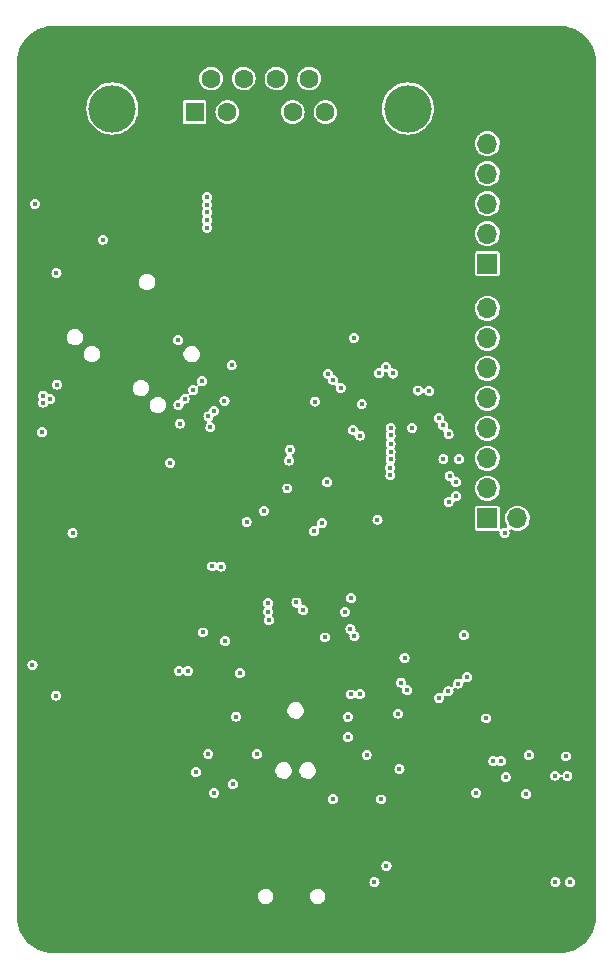
<source format=gbr>
%TF.GenerationSoftware,KiCad,Pcbnew,(6.0.9)*%
%TF.CreationDate,2023-01-07T15:13:03-07:00*%
%TF.ProjectId,gd32-devboard,67643332-2d64-4657-9662-6f6172642e6b,rev?*%
%TF.SameCoordinates,Original*%
%TF.FileFunction,Copper,L2,Inr*%
%TF.FilePolarity,Positive*%
%FSLAX46Y46*%
G04 Gerber Fmt 4.6, Leading zero omitted, Abs format (unit mm)*
G04 Created by KiCad (PCBNEW (6.0.9)) date 2023-01-07 15:13:03*
%MOMM*%
%LPD*%
G01*
G04 APERTURE LIST*
%TA.AperFunction,ComponentPad*%
%ADD10R,1.700000X1.700000*%
%TD*%
%TA.AperFunction,ComponentPad*%
%ADD11O,1.700000X1.700000*%
%TD*%
%TA.AperFunction,ComponentPad*%
%ADD12C,4.000000*%
%TD*%
%TA.AperFunction,ComponentPad*%
%ADD13R,1.600000X1.600000*%
%TD*%
%TA.AperFunction,ComponentPad*%
%ADD14C,1.600000*%
%TD*%
%TA.AperFunction,ViaPad*%
%ADD15C,0.450000*%
%TD*%
%TA.AperFunction,ViaPad*%
%ADD16C,0.800000*%
%TD*%
G04 APERTURE END LIST*
D10*
%TO.N,/Base/SPI2_SCK*%
%TO.C,J901*%
X58300000Y-49620000D03*
D11*
%TO.N,GND*%
X60840000Y-49620000D03*
%TO.N,/Base/SPI2_NSS*%
X58300000Y-47080000D03*
%TO.N,GND*%
X60840000Y-47080000D03*
%TO.N,/Base/SPI2_INT*%
X58300000Y-44540000D03*
%TO.N,GND*%
X60840000Y-44540000D03*
%TO.N,/Base/SPI2_MOSI*%
X58300000Y-42000000D03*
%TO.N,GND*%
X60840000Y-42000000D03*
%TO.N,/Base/SPI2_MISO*%
X58300000Y-39460000D03*
%TO.N,GND*%
X60840000Y-39460000D03*
%TD*%
D12*
%TO.N,unconnected-(J401-Pad0)*%
%TO.C,J401*%
X26556205Y-36496866D03*
X51556205Y-36496866D03*
D13*
%TO.N,unconnected-(J401-Pad1)*%
X33516205Y-36796866D03*
D14*
%TO.N,/CAN/CAN_L*%
X36286205Y-36796866D03*
%TO.N,GND*%
X39056205Y-36796866D03*
%TO.N,unconnected-(J401-Pad4)*%
X41826205Y-36796866D03*
%TO.N,unconnected-(J401-Pad5)*%
X44596205Y-36796866D03*
%TO.N,unconnected-(J401-Pad6)*%
X34901205Y-33956866D03*
%TO.N,/CAN/CAN_H*%
X37671205Y-33956866D03*
%TO.N,unconnected-(J401-Pad8)*%
X40441205Y-33956866D03*
%TO.N,/Power/12VIN*%
X43211205Y-33956866D03*
%TD*%
D10*
%TO.N,/Base/USART1_RX*%
%TO.C,J801*%
X58300000Y-71200001D03*
D11*
%TO.N,/Base/USART1_TX*%
X60840000Y-71200001D03*
%TO.N,/Base/SPI1_INT*%
X58300000Y-68660001D03*
%TO.N,GND*%
X60840000Y-68660001D03*
%TO.N,/Base/BOOT1*%
X58300000Y-66120001D03*
%TO.N,GND*%
X60840000Y-66120001D03*
%TO.N,/Base/SPI1_IO1*%
X58300000Y-63580001D03*
%TO.N,GND*%
X60840000Y-63580001D03*
%TO.N,/Base/SPI1_NSS*%
X58300000Y-61040001D03*
%TO.N,GND*%
X60840000Y-61040001D03*
%TO.N,/Base/SPI1_MISO*%
X58300000Y-58500001D03*
%TO.N,GND*%
X60840000Y-58500001D03*
%TO.N,/Base/SPI1_MOSI*%
X58300000Y-55960001D03*
%TO.N,GND*%
X60840000Y-55960001D03*
%TO.N,/Base/SPI1_SCK*%
X58300000Y-53420001D03*
%TO.N,GND*%
X60840000Y-53420001D03*
%TD*%
D15*
%TO.N,GND*%
X59750000Y-100660000D03*
X26086204Y-61606204D03*
X43620000Y-90490000D03*
X59460000Y-103490000D03*
X47761203Y-53358797D03*
X31700000Y-75900000D03*
X24890000Y-53770000D03*
X57410000Y-106580000D03*
X23730000Y-66492600D03*
X28660000Y-53960000D03*
X33550000Y-52675000D03*
X25150000Y-101475000D03*
X23157107Y-104857107D03*
X30280000Y-87900000D03*
X30700000Y-63940000D03*
X53270000Y-98680000D03*
X55010000Y-106580000D03*
X30940000Y-70990000D03*
X31700000Y-76600000D03*
X53290000Y-102630000D03*
X50675000Y-95000000D03*
X52610000Y-106580000D03*
X46490000Y-89060000D03*
X32070000Y-93670000D03*
X46992461Y-56950000D03*
X61410000Y-106580000D03*
X53410000Y-106580000D03*
X55810000Y-106580000D03*
D16*
X52713796Y-41796204D03*
D15*
X62561204Y-94608796D03*
X42100000Y-61575000D03*
X51550000Y-72250000D03*
X48540000Y-47910000D03*
X21737500Y-103462500D03*
X50980000Y-75740000D03*
X60610000Y-106580000D03*
X56600000Y-103990000D03*
X56610000Y-106580000D03*
X23970000Y-54640000D03*
X53270000Y-100660000D03*
X24400000Y-86210000D03*
X43340000Y-98478045D03*
X58210000Y-106580000D03*
X51810000Y-106580000D03*
X28425000Y-100725000D03*
X45535000Y-79765000D03*
X35209122Y-76940878D03*
X43350000Y-60325000D03*
X59740000Y-98690000D03*
X23675000Y-96925500D03*
X21475000Y-96925500D03*
X27840000Y-54920000D03*
X50810000Y-89740000D03*
X47221203Y-53358797D03*
X59810000Y-106580000D03*
X31968675Y-66011325D03*
X19980000Y-43600000D03*
X23260000Y-74640000D03*
X50660000Y-106580000D03*
X54210000Y-106580000D03*
X56610000Y-97530000D03*
X54630000Y-97540000D03*
X59010000Y-106580000D03*
X58590000Y-97530000D03*
X48301203Y-53358797D03*
X35520000Y-79450000D03*
X34393795Y-89286205D03*
X38860000Y-48950000D03*
X23100000Y-101525000D03*
X52440000Y-58180000D03*
X32620000Y-60250000D03*
%TO.N,+3V3*%
X31400000Y-81500000D03*
X43729227Y-61304227D03*
X19980000Y-44560000D03*
X61600000Y-94540000D03*
X34560000Y-44015000D03*
X31400000Y-80300000D03*
X65300000Y-102010000D03*
X50860000Y-92410000D03*
X47655640Y-61524500D03*
X46240000Y-79110000D03*
X20700000Y-61400000D03*
X21770000Y-86200000D03*
X36110000Y-81580000D03*
X34200000Y-80850000D03*
X34560000Y-46585000D03*
X25750000Y-47600000D03*
X32670000Y-61060000D03*
X30900000Y-80900000D03*
X34560000Y-44657500D03*
X23180000Y-72450000D03*
X49000000Y-71299500D03*
X34140000Y-59590000D03*
X37000000Y-87975000D03*
X34560000Y-45942500D03*
X46490000Y-88000000D03*
X21300000Y-61100000D03*
X20700000Y-60800000D03*
X64070000Y-102006204D03*
X33400000Y-60340000D03*
X31460000Y-66492600D03*
X34560000Y-45300000D03*
%TO.N,/Base/LED_ACT*%
X32175000Y-84107400D03*
X35015628Y-75263872D03*
%TO.N,/Power/USB_VBUS*%
X59850000Y-93120000D03*
X35170000Y-94430000D03*
%TO.N,/Base/USART1_RX*%
X39384500Y-70560000D03*
X55650000Y-69300000D03*
X32120000Y-56100000D03*
X44834122Y-58965878D03*
%TO.N,/Base/USART1_TX*%
X37915500Y-71500000D03*
X55020000Y-69840000D03*
%TO.N,/Wireless/PROG_RX*%
X48740000Y-102010000D03*
X49760000Y-100620000D03*
%TO.N,/Storage/DAT2*%
X36045800Y-61235800D03*
%TO.N,/Storage/DAT3*%
X35140000Y-62100000D03*
%TO.N,/Storage/CMD*%
X34850000Y-63490000D03*
%TO.N,/Storage/CLK*%
X34686959Y-62565410D03*
%TO.N,/Storage/DAT0*%
X47500000Y-64190000D03*
%TO.N,/Storage/DAT1*%
X46952903Y-63713643D03*
%TO.N,/Wireless/HCI_EN*%
X64030500Y-92980000D03*
X46490500Y-89719061D03*
%TO.N,/Wireless/IO9*%
X37330000Y-84310000D03*
X48080000Y-91210000D03*
X61800000Y-91230000D03*
%TO.N,/Base/LED_LINK*%
X35725000Y-75275000D03*
X32950000Y-84107400D03*
%TO.N,/Base/USB_VBUS*%
X33618796Y-92681204D03*
X57365000Y-94439500D03*
%TO.N,/Base/BOOST_EN*%
X47000000Y-55920000D03*
X50110500Y-63520497D03*
X50290000Y-58930000D03*
X51939500Y-63520000D03*
%TO.N,/Base/CAN_STBY*%
X19790000Y-83610000D03*
X21820000Y-50440000D03*
X21840000Y-59870000D03*
X46765500Y-77950000D03*
%TO.N,/Base/LED_STATUS*%
X32150000Y-61600000D03*
X36650000Y-58225000D03*
%TO.N,/Base/SPI2_MISO*%
X52450000Y-60370000D03*
X41570000Y-65374743D03*
%TO.N,/Base/SPI2_MOSI*%
X53390000Y-60420000D03*
X41534035Y-66304035D03*
%TO.N,/Base/USART2_CTS*%
X45220000Y-94964000D03*
X46740000Y-86100000D03*
X39790000Y-79820000D03*
X49320000Y-94990000D03*
%TO.N,/Base/USART2_RTS*%
X47510000Y-86090000D03*
X39750000Y-79090000D03*
%TO.N,/Base/USART2_TX*%
X55811204Y-85188796D03*
X39714314Y-78364314D03*
%TO.N,/Base/USART2_RX*%
X56580000Y-84640000D03*
X44545878Y-81274122D03*
%TO.N,/Base/SPI1_NSS*%
X55630000Y-68135501D03*
X44733557Y-68123557D03*
%TO.N,/Base/SPI1_SCK*%
X50110500Y-66200000D03*
X54581000Y-66193050D03*
%TO.N,/Base/SPI1_MISO*%
X55880000Y-66180000D03*
X50035154Y-66892817D03*
%TO.N,/Base/SPI1_MOSI*%
X50090000Y-67540000D03*
X55105500Y-67615500D03*
%TO.N,/Base/SPI1_IO1*%
X43630000Y-72290000D03*
X59760000Y-72415500D03*
%TO.N,/Base/BOOT1*%
X44310000Y-71580000D03*
%TO.N,/Base/USART3_TX*%
X46710000Y-80545500D03*
X42140000Y-78320000D03*
%TO.N,/Base/USART3_RX*%
X47050000Y-81180000D03*
X42717400Y-78960000D03*
%TO.N,/Base/SPI2_NSS*%
X55022561Y-64072561D03*
X50110500Y-65550497D03*
%TO.N,/Base/SPI2_SCK*%
X54562750Y-63332750D03*
X50110500Y-64890000D03*
%TO.N,/Base/SPI2_INT*%
X50110500Y-64170000D03*
X54180000Y-62700000D03*
%TO.N,/Base/SPI1_INT*%
X41370001Y-68660001D03*
%TO.N,/Base/USB_DM*%
X49730000Y-58380000D03*
X59450000Y-91764500D03*
X45883397Y-60185878D03*
X34680000Y-91140000D03*
%TO.N,/Base/USB_DP*%
X38781716Y-91151716D03*
X45239122Y-59490878D03*
X58810000Y-91764500D03*
X49129970Y-58887472D03*
%TO.N,/Base/~{GPS_RESET}*%
X20590000Y-63910000D03*
X32271372Y-63173128D03*
%TO.N,/Wireless/LORA_MISO*%
X51290000Y-83020000D03*
X65080000Y-93000000D03*
%TO.N,/Wireless/LORA_BUSY*%
X56300000Y-81080000D03*
X64940878Y-91349122D03*
%TO.N,/Wireless/LORA_NSS*%
X58211204Y-88131204D03*
X50730000Y-87730000D03*
%TO.N,/Wireless/LORA_SCK*%
X55011204Y-85818796D03*
X51000000Y-85100000D03*
%TO.N,/Wireless/LORA_MOSI*%
X51510000Y-85730000D03*
X54210000Y-86380000D03*
%TO.N,/USB/USB_ESD_GND*%
X36750000Y-93700000D03*
%TD*%
%TA.AperFunction,Conductor*%
%TO.N,+3V3*%
G36*
X31842121Y-79820002D02*
G01*
X31888614Y-79873658D01*
X31900000Y-79926000D01*
X31900000Y-81874000D01*
X31879998Y-81942121D01*
X31826342Y-81988614D01*
X31774000Y-82000000D01*
X31133462Y-82000000D01*
X31070948Y-81983399D01*
X30414277Y-81608158D01*
X30414276Y-81608158D01*
X30400000Y-81600000D01*
X29726000Y-81600000D01*
X29657879Y-81579998D01*
X29611386Y-81526342D01*
X29600000Y-81474000D01*
X29600000Y-80226000D01*
X29620002Y-80157879D01*
X29673658Y-80111386D01*
X29726000Y-80100000D01*
X30400000Y-80100000D01*
X31076228Y-79810188D01*
X31125862Y-79800000D01*
X31774000Y-79800000D01*
X31842121Y-79820002D01*
G37*
%TD.AperFunction*%
%TD*%
%TA.AperFunction,Conductor*%
%TO.N,GND*%
G36*
X64470643Y-29502000D02*
G01*
X64484952Y-29504228D01*
X64484953Y-29504228D01*
X64493823Y-29505609D01*
X64502726Y-29504445D01*
X64502729Y-29504445D01*
X64512061Y-29503225D01*
X64534990Y-29502334D01*
X64806937Y-29516586D01*
X64820045Y-29517963D01*
X65035460Y-29552081D01*
X65117108Y-29565013D01*
X65130008Y-29567755D01*
X65420522Y-29645598D01*
X65433065Y-29649674D01*
X65713837Y-29757452D01*
X65725886Y-29762816D01*
X65993870Y-29899361D01*
X66005292Y-29905956D01*
X66257528Y-30069760D01*
X66268197Y-30077512D01*
X66501926Y-30266782D01*
X66511727Y-30275607D01*
X66724393Y-30488273D01*
X66733218Y-30498074D01*
X66908816Y-30714919D01*
X66922488Y-30731803D01*
X66930240Y-30742472D01*
X67094044Y-30994708D01*
X67100639Y-31006130D01*
X67237184Y-31274114D01*
X67242548Y-31286163D01*
X67350326Y-31566935D01*
X67354402Y-31579478D01*
X67432245Y-31869992D01*
X67434987Y-31882892D01*
X67482036Y-32179949D01*
X67483414Y-32193065D01*
X67497287Y-32457769D01*
X67495959Y-32483751D01*
X67494391Y-32493823D01*
X67495555Y-32502725D01*
X67495555Y-32502728D01*
X67498436Y-32524756D01*
X67499500Y-32541093D01*
X67499500Y-104951259D01*
X67498000Y-104970643D01*
X67494391Y-104993823D01*
X67495555Y-105002726D01*
X67495555Y-105002729D01*
X67496775Y-105012061D01*
X67497666Y-105034992D01*
X67483414Y-105306934D01*
X67482036Y-105320051D01*
X67434987Y-105617108D01*
X67432245Y-105630008D01*
X67354402Y-105920522D01*
X67350326Y-105933065D01*
X67242548Y-106213837D01*
X67237184Y-106225886D01*
X67100639Y-106493870D01*
X67094044Y-106505292D01*
X66930240Y-106757528D01*
X66922490Y-106768194D01*
X66733218Y-107001926D01*
X66724393Y-107011727D01*
X66511727Y-107224393D01*
X66501926Y-107233218D01*
X66268197Y-107422488D01*
X66257528Y-107430240D01*
X66005292Y-107594044D01*
X65993870Y-107600639D01*
X65725886Y-107737184D01*
X65713837Y-107742548D01*
X65433065Y-107850326D01*
X65420522Y-107854402D01*
X65130008Y-107932245D01*
X65117108Y-107934987D01*
X65035460Y-107947919D01*
X64820045Y-107982037D01*
X64806939Y-107983414D01*
X64542227Y-107997287D01*
X64516249Y-107995959D01*
X64515814Y-107995891D01*
X64515049Y-107995772D01*
X64515047Y-107995772D01*
X64506177Y-107994391D01*
X64497275Y-107995555D01*
X64497272Y-107995555D01*
X64475244Y-107998436D01*
X64458907Y-107999500D01*
X21548741Y-107999500D01*
X21529357Y-107998000D01*
X21515048Y-107995772D01*
X21515047Y-107995772D01*
X21506177Y-107994391D01*
X21497274Y-107995555D01*
X21497271Y-107995555D01*
X21487939Y-107996775D01*
X21465010Y-107997666D01*
X21193063Y-107983414D01*
X21179955Y-107982037D01*
X20964540Y-107947919D01*
X20882892Y-107934987D01*
X20869992Y-107932245D01*
X20579478Y-107854402D01*
X20566935Y-107850326D01*
X20286163Y-107742548D01*
X20274114Y-107737184D01*
X20006130Y-107600639D01*
X19994708Y-107594044D01*
X19742472Y-107430240D01*
X19731803Y-107422488D01*
X19498074Y-107233218D01*
X19488273Y-107224393D01*
X19275607Y-107011727D01*
X19266782Y-107001926D01*
X19077510Y-106768194D01*
X19069760Y-106757528D01*
X18905956Y-106505292D01*
X18899361Y-106493870D01*
X18762816Y-106225886D01*
X18757452Y-106213837D01*
X18649674Y-105933065D01*
X18645598Y-105920522D01*
X18567755Y-105630008D01*
X18565013Y-105617108D01*
X18517964Y-105320051D01*
X18516586Y-105306935D01*
X18502905Y-105045898D01*
X18504273Y-105021999D01*
X18504253Y-105021997D01*
X18504307Y-105021391D01*
X18504478Y-105018402D01*
X18505496Y-105012354D01*
X18505647Y-105000000D01*
X18501773Y-104972949D01*
X18500500Y-104955087D01*
X18500500Y-103171330D01*
X38885624Y-103171330D01*
X38895944Y-103335360D01*
X38946732Y-103491671D01*
X39034798Y-103630440D01*
X39154607Y-103742948D01*
X39161551Y-103746765D01*
X39161553Y-103746767D01*
X39226386Y-103782409D01*
X39298632Y-103822127D01*
X39306304Y-103824097D01*
X39306307Y-103824098D01*
X39450145Y-103861029D01*
X39450148Y-103861029D01*
X39457823Y-103863000D01*
X39580925Y-103863000D01*
X39638690Y-103855703D01*
X39695193Y-103848565D01*
X39695196Y-103848564D01*
X39703058Y-103847571D01*
X39710425Y-103844654D01*
X39710426Y-103844654D01*
X39776970Y-103818307D01*
X39855871Y-103787068D01*
X39988837Y-103690463D01*
X40093600Y-103563826D01*
X40163579Y-103415113D01*
X40165064Y-103407330D01*
X40165065Y-103407326D01*
X40192891Y-103261456D01*
X40192891Y-103261454D01*
X40194376Y-103253670D01*
X40189196Y-103171330D01*
X43285624Y-103171330D01*
X43295944Y-103335360D01*
X43346732Y-103491671D01*
X43434798Y-103630440D01*
X43554607Y-103742948D01*
X43561551Y-103746765D01*
X43561553Y-103746767D01*
X43626386Y-103782409D01*
X43698632Y-103822127D01*
X43706304Y-103824097D01*
X43706307Y-103824098D01*
X43850145Y-103861029D01*
X43850148Y-103861029D01*
X43857823Y-103863000D01*
X43980925Y-103863000D01*
X44038690Y-103855703D01*
X44095193Y-103848565D01*
X44095196Y-103848564D01*
X44103058Y-103847571D01*
X44110425Y-103844654D01*
X44110426Y-103844654D01*
X44176970Y-103818307D01*
X44255871Y-103787068D01*
X44388837Y-103690463D01*
X44493600Y-103563826D01*
X44563579Y-103415113D01*
X44565064Y-103407330D01*
X44565065Y-103407326D01*
X44592891Y-103261456D01*
X44592891Y-103261454D01*
X44594376Y-103253670D01*
X44584056Y-103089640D01*
X44533268Y-102933329D01*
X44445202Y-102794560D01*
X44325393Y-102682052D01*
X44318449Y-102678235D01*
X44318447Y-102678233D01*
X44239834Y-102635015D01*
X44181368Y-102602873D01*
X44173696Y-102600903D01*
X44173693Y-102600902D01*
X44029855Y-102563971D01*
X44029852Y-102563971D01*
X44022177Y-102562000D01*
X43899075Y-102562000D01*
X43841310Y-102569297D01*
X43784807Y-102576435D01*
X43784804Y-102576436D01*
X43776942Y-102577429D01*
X43769575Y-102580346D01*
X43769574Y-102580346D01*
X43734867Y-102594088D01*
X43624129Y-102637932D01*
X43491163Y-102734537D01*
X43386400Y-102861174D01*
X43316421Y-103009887D01*
X43314936Y-103017670D01*
X43314935Y-103017674D01*
X43302645Y-103082102D01*
X43285624Y-103171330D01*
X40189196Y-103171330D01*
X40184056Y-103089640D01*
X40133268Y-102933329D01*
X40045202Y-102794560D01*
X39925393Y-102682052D01*
X39918449Y-102678235D01*
X39918447Y-102678233D01*
X39839834Y-102635015D01*
X39781368Y-102602873D01*
X39773696Y-102600903D01*
X39773693Y-102600902D01*
X39629855Y-102563971D01*
X39629852Y-102563971D01*
X39622177Y-102562000D01*
X39499075Y-102562000D01*
X39441310Y-102569297D01*
X39384807Y-102576435D01*
X39384804Y-102576436D01*
X39376942Y-102577429D01*
X39369575Y-102580346D01*
X39369574Y-102580346D01*
X39334867Y-102594088D01*
X39224129Y-102637932D01*
X39091163Y-102734537D01*
X38986400Y-102861174D01*
X38916421Y-103009887D01*
X38914936Y-103017670D01*
X38914935Y-103017674D01*
X38902645Y-103082102D01*
X38885624Y-103171330D01*
X18500500Y-103171330D01*
X18500500Y-102010000D01*
X48309196Y-102010000D01*
X48330281Y-102143126D01*
X48391472Y-102263220D01*
X48486780Y-102358528D01*
X48606874Y-102419719D01*
X48616663Y-102421269D01*
X48616665Y-102421270D01*
X48730207Y-102439253D01*
X48740000Y-102440804D01*
X48749793Y-102439253D01*
X48863335Y-102421270D01*
X48863337Y-102421269D01*
X48873126Y-102419719D01*
X48993220Y-102358528D01*
X49088528Y-102263220D01*
X49149719Y-102143126D01*
X49170804Y-102010000D01*
X49170203Y-102006204D01*
X63639196Y-102006204D01*
X63660281Y-102139330D01*
X63721472Y-102259424D01*
X63816780Y-102354732D01*
X63936874Y-102415923D01*
X63946663Y-102417473D01*
X63946665Y-102417474D01*
X64060207Y-102435457D01*
X64070000Y-102437008D01*
X64079793Y-102435457D01*
X64193335Y-102417474D01*
X64193337Y-102417473D01*
X64203126Y-102415923D01*
X64323220Y-102354732D01*
X64418528Y-102259424D01*
X64479719Y-102139330D01*
X64500203Y-102010000D01*
X64869196Y-102010000D01*
X64890281Y-102143126D01*
X64951472Y-102263220D01*
X65046780Y-102358528D01*
X65166874Y-102419719D01*
X65176663Y-102421269D01*
X65176665Y-102421270D01*
X65290207Y-102439253D01*
X65300000Y-102440804D01*
X65309793Y-102439253D01*
X65423335Y-102421270D01*
X65423337Y-102421269D01*
X65433126Y-102419719D01*
X65553220Y-102358528D01*
X65648528Y-102263220D01*
X65709719Y-102143126D01*
X65730804Y-102010000D01*
X65709719Y-101876874D01*
X65648528Y-101756780D01*
X65553220Y-101661472D01*
X65433126Y-101600281D01*
X65423337Y-101598731D01*
X65423335Y-101598730D01*
X65309793Y-101580747D01*
X65300000Y-101579196D01*
X65290207Y-101580747D01*
X65176665Y-101598730D01*
X65176663Y-101598731D01*
X65166874Y-101600281D01*
X65046780Y-101661472D01*
X64951472Y-101756780D01*
X64890281Y-101876874D01*
X64869196Y-102010000D01*
X64500203Y-102010000D01*
X64500804Y-102006204D01*
X64479719Y-101873078D01*
X64418528Y-101752984D01*
X64323220Y-101657676D01*
X64203126Y-101596485D01*
X64193337Y-101594935D01*
X64193335Y-101594934D01*
X64079793Y-101576951D01*
X64070000Y-101575400D01*
X64060207Y-101576951D01*
X63946665Y-101594934D01*
X63946663Y-101594935D01*
X63936874Y-101596485D01*
X63816780Y-101657676D01*
X63721472Y-101752984D01*
X63660281Y-101873078D01*
X63639196Y-102006204D01*
X49170203Y-102006204D01*
X49149719Y-101876874D01*
X49088528Y-101756780D01*
X48993220Y-101661472D01*
X48873126Y-101600281D01*
X48863337Y-101598731D01*
X48863335Y-101598730D01*
X48749793Y-101580747D01*
X48740000Y-101579196D01*
X48730207Y-101580747D01*
X48616665Y-101598730D01*
X48616663Y-101598731D01*
X48606874Y-101600281D01*
X48486780Y-101661472D01*
X48391472Y-101756780D01*
X48330281Y-101876874D01*
X48309196Y-102010000D01*
X18500500Y-102010000D01*
X18500500Y-100620000D01*
X49329196Y-100620000D01*
X49350281Y-100753126D01*
X49411472Y-100873220D01*
X49506780Y-100968528D01*
X49626874Y-101029719D01*
X49636663Y-101031269D01*
X49636665Y-101031270D01*
X49750207Y-101049253D01*
X49760000Y-101050804D01*
X49769793Y-101049253D01*
X49883335Y-101031270D01*
X49883337Y-101031269D01*
X49893126Y-101029719D01*
X50013220Y-100968528D01*
X50108528Y-100873220D01*
X50169719Y-100753126D01*
X50190804Y-100620000D01*
X50169719Y-100486874D01*
X50108528Y-100366780D01*
X50013220Y-100271472D01*
X49893126Y-100210281D01*
X49883337Y-100208731D01*
X49883335Y-100208730D01*
X49769793Y-100190747D01*
X49760000Y-100189196D01*
X49750207Y-100190747D01*
X49636665Y-100208730D01*
X49636663Y-100208731D01*
X49626874Y-100210281D01*
X49506780Y-100271472D01*
X49411472Y-100366780D01*
X49350281Y-100486874D01*
X49329196Y-100620000D01*
X18500500Y-100620000D01*
X18500500Y-94964000D01*
X44789196Y-94964000D01*
X44810281Y-95097126D01*
X44871472Y-95217220D01*
X44966780Y-95312528D01*
X45086874Y-95373719D01*
X45096663Y-95375269D01*
X45096665Y-95375270D01*
X45210207Y-95393253D01*
X45220000Y-95394804D01*
X45229793Y-95393253D01*
X45343335Y-95375270D01*
X45343337Y-95375269D01*
X45353126Y-95373719D01*
X45473220Y-95312528D01*
X45568528Y-95217220D01*
X45629719Y-95097126D01*
X45646686Y-94990000D01*
X48889196Y-94990000D01*
X48910281Y-95123126D01*
X48971472Y-95243220D01*
X49066780Y-95338528D01*
X49186874Y-95399719D01*
X49196663Y-95401269D01*
X49196665Y-95401270D01*
X49310207Y-95419253D01*
X49320000Y-95420804D01*
X49329793Y-95419253D01*
X49443335Y-95401270D01*
X49443337Y-95401269D01*
X49453126Y-95399719D01*
X49573220Y-95338528D01*
X49668528Y-95243220D01*
X49729719Y-95123126D01*
X49750804Y-94990000D01*
X49735445Y-94893028D01*
X49731270Y-94866665D01*
X49731269Y-94866663D01*
X49729719Y-94856874D01*
X49668528Y-94736780D01*
X49573220Y-94641472D01*
X49453126Y-94580281D01*
X49443337Y-94578731D01*
X49443335Y-94578730D01*
X49329793Y-94560747D01*
X49320000Y-94559196D01*
X49310207Y-94560747D01*
X49196665Y-94578730D01*
X49196663Y-94578731D01*
X49186874Y-94580281D01*
X49066780Y-94641472D01*
X48971472Y-94736780D01*
X48910281Y-94856874D01*
X48908731Y-94866663D01*
X48908730Y-94866665D01*
X48904555Y-94893028D01*
X48889196Y-94990000D01*
X45646686Y-94990000D01*
X45650804Y-94964000D01*
X45639563Y-94893028D01*
X45631270Y-94840665D01*
X45631269Y-94840663D01*
X45629719Y-94830874D01*
X45568528Y-94710780D01*
X45473220Y-94615472D01*
X45353126Y-94554281D01*
X45343337Y-94552731D01*
X45343335Y-94552730D01*
X45229793Y-94534747D01*
X45220000Y-94533196D01*
X45210207Y-94534747D01*
X45096665Y-94552730D01*
X45096663Y-94552731D01*
X45086874Y-94554281D01*
X44966780Y-94615472D01*
X44871472Y-94710780D01*
X44810281Y-94830874D01*
X44808731Y-94840663D01*
X44808730Y-94840665D01*
X44800437Y-94893028D01*
X44789196Y-94964000D01*
X18500500Y-94964000D01*
X18500500Y-94430000D01*
X34739196Y-94430000D01*
X34740747Y-94439793D01*
X34755541Y-94533196D01*
X34760281Y-94563126D01*
X34821472Y-94683220D01*
X34916780Y-94778528D01*
X35036874Y-94839719D01*
X35046663Y-94841269D01*
X35046665Y-94841270D01*
X35160207Y-94859253D01*
X35170000Y-94860804D01*
X35179793Y-94859253D01*
X35293335Y-94841270D01*
X35293337Y-94841269D01*
X35303126Y-94839719D01*
X35423220Y-94778528D01*
X35518528Y-94683220D01*
X35579719Y-94563126D01*
X35584460Y-94533196D01*
X35599253Y-94439793D01*
X35599299Y-94439500D01*
X56934196Y-94439500D01*
X56935747Y-94449293D01*
X56953400Y-94560747D01*
X56955281Y-94572626D01*
X57016472Y-94692720D01*
X57111780Y-94788028D01*
X57231874Y-94849219D01*
X57241663Y-94850769D01*
X57241665Y-94850770D01*
X57355207Y-94868753D01*
X57365000Y-94870304D01*
X57374793Y-94868753D01*
X57488335Y-94850770D01*
X57488337Y-94850769D01*
X57498126Y-94849219D01*
X57618220Y-94788028D01*
X57713528Y-94692720D01*
X57774719Y-94572626D01*
X57776601Y-94560747D01*
X57779887Y-94540000D01*
X61169196Y-94540000D01*
X61170747Y-94549793D01*
X61185268Y-94641472D01*
X61190281Y-94673126D01*
X61251472Y-94793220D01*
X61346780Y-94888528D01*
X61466874Y-94949719D01*
X61476663Y-94951269D01*
X61476665Y-94951270D01*
X61590207Y-94969253D01*
X61600000Y-94970804D01*
X61609793Y-94969253D01*
X61723335Y-94951270D01*
X61723337Y-94951269D01*
X61733126Y-94949719D01*
X61853220Y-94888528D01*
X61948528Y-94793220D01*
X62009719Y-94673126D01*
X62014733Y-94641472D01*
X62029253Y-94549793D01*
X62030804Y-94540000D01*
X62029253Y-94530207D01*
X62011270Y-94416665D01*
X62011269Y-94416663D01*
X62009719Y-94406874D01*
X61948528Y-94286780D01*
X61853220Y-94191472D01*
X61733126Y-94130281D01*
X61723337Y-94128731D01*
X61723335Y-94128730D01*
X61609793Y-94110747D01*
X61600000Y-94109196D01*
X61590207Y-94110747D01*
X61476665Y-94128730D01*
X61476663Y-94128731D01*
X61466874Y-94130281D01*
X61346780Y-94191472D01*
X61251472Y-94286780D01*
X61190281Y-94406874D01*
X61188731Y-94416663D01*
X61188730Y-94416665D01*
X61170747Y-94530207D01*
X61169196Y-94540000D01*
X57779887Y-94540000D01*
X57794253Y-94449293D01*
X57795804Y-94439500D01*
X57774719Y-94306374D01*
X57713528Y-94186280D01*
X57618220Y-94090972D01*
X57498126Y-94029781D01*
X57488337Y-94028231D01*
X57488335Y-94028230D01*
X57374793Y-94010247D01*
X57365000Y-94008696D01*
X57355207Y-94010247D01*
X57241665Y-94028230D01*
X57241663Y-94028231D01*
X57231874Y-94029781D01*
X57111780Y-94090972D01*
X57016472Y-94186280D01*
X56955281Y-94306374D01*
X56934196Y-94439500D01*
X35599299Y-94439500D01*
X35600804Y-94430000D01*
X35595742Y-94398041D01*
X35581270Y-94306665D01*
X35581269Y-94306663D01*
X35579719Y-94296874D01*
X35518528Y-94176780D01*
X35423220Y-94081472D01*
X35303126Y-94020281D01*
X35293337Y-94018731D01*
X35293335Y-94018730D01*
X35179793Y-94000747D01*
X35170000Y-93999196D01*
X35160207Y-94000747D01*
X35046665Y-94018730D01*
X35046663Y-94018731D01*
X35036874Y-94020281D01*
X34916780Y-94081472D01*
X34821472Y-94176780D01*
X34760281Y-94296874D01*
X34758731Y-94306663D01*
X34758730Y-94306665D01*
X34744258Y-94398041D01*
X34739196Y-94430000D01*
X18500500Y-94430000D01*
X18500500Y-93700000D01*
X36319196Y-93700000D01*
X36340281Y-93833126D01*
X36401472Y-93953220D01*
X36496780Y-94048528D01*
X36616874Y-94109719D01*
X36626663Y-94111269D01*
X36626665Y-94111270D01*
X36740207Y-94129253D01*
X36750000Y-94130804D01*
X36759793Y-94129253D01*
X36873335Y-94111270D01*
X36873337Y-94111269D01*
X36883126Y-94109719D01*
X37003220Y-94048528D01*
X37098528Y-93953220D01*
X37159719Y-93833126D01*
X37180804Y-93700000D01*
X37159719Y-93566874D01*
X37098528Y-93446780D01*
X37003220Y-93351472D01*
X36883126Y-93290281D01*
X36873337Y-93288731D01*
X36873335Y-93288730D01*
X36759793Y-93270747D01*
X36750000Y-93269196D01*
X36740207Y-93270747D01*
X36626665Y-93288730D01*
X36626663Y-93288731D01*
X36616874Y-93290281D01*
X36496780Y-93351472D01*
X36401472Y-93446780D01*
X36340281Y-93566874D01*
X36319196Y-93700000D01*
X18500500Y-93700000D01*
X18500500Y-92681204D01*
X33187992Y-92681204D01*
X33189543Y-92690997D01*
X33204925Y-92788113D01*
X33209077Y-92814330D01*
X33270268Y-92934424D01*
X33365576Y-93029732D01*
X33485670Y-93090923D01*
X33495459Y-93092473D01*
X33495461Y-93092474D01*
X33609003Y-93110457D01*
X33618796Y-93112008D01*
X33628589Y-93110457D01*
X33742131Y-93092474D01*
X33742133Y-93092473D01*
X33751922Y-93090923D01*
X33872016Y-93029732D01*
X33967324Y-92934424D01*
X34028515Y-92814330D01*
X34032668Y-92788113D01*
X34048049Y-92690997D01*
X34049600Y-92681204D01*
X34042834Y-92638483D01*
X34040597Y-92624356D01*
X40353938Y-92624356D01*
X40355710Y-92631736D01*
X40355710Y-92631738D01*
X40388177Y-92766972D01*
X40393253Y-92788113D01*
X40470494Y-92937765D01*
X40475486Y-92943487D01*
X40475487Y-92943489D01*
X40515881Y-92989793D01*
X40581203Y-93064673D01*
X40594271Y-93073857D01*
X40712770Y-93157140D01*
X40712772Y-93157141D01*
X40718987Y-93161509D01*
X40875894Y-93222685D01*
X40883427Y-93223677D01*
X40883428Y-93223677D01*
X41000251Y-93239057D01*
X41004338Y-93239595D01*
X41092430Y-93239595D01*
X41217393Y-93224473D01*
X41374932Y-93164944D01*
X41454211Y-93110457D01*
X41507464Y-93073857D01*
X41507465Y-93073856D01*
X41513723Y-93069555D01*
X41545195Y-93034232D01*
X41620702Y-92949486D01*
X41620704Y-92949483D01*
X41625755Y-92943814D01*
X41666493Y-92866874D01*
X41701005Y-92801692D01*
X41701006Y-92801690D01*
X41704559Y-92794979D01*
X41708137Y-92780733D01*
X41743735Y-92639013D01*
X41743735Y-92639009D01*
X41745586Y-92631642D01*
X41745624Y-92624356D01*
X42385938Y-92624356D01*
X42387710Y-92631736D01*
X42387710Y-92631738D01*
X42420177Y-92766972D01*
X42425253Y-92788113D01*
X42502494Y-92937765D01*
X42507486Y-92943487D01*
X42507487Y-92943489D01*
X42547881Y-92989793D01*
X42613203Y-93064673D01*
X42626271Y-93073857D01*
X42744770Y-93157140D01*
X42744772Y-93157141D01*
X42750987Y-93161509D01*
X42907894Y-93222685D01*
X42915427Y-93223677D01*
X42915428Y-93223677D01*
X43032251Y-93239057D01*
X43036338Y-93239595D01*
X43124430Y-93239595D01*
X43249393Y-93224473D01*
X43406932Y-93164944D01*
X43472326Y-93120000D01*
X59419196Y-93120000D01*
X59420747Y-93129793D01*
X59438239Y-93240231D01*
X59440281Y-93253126D01*
X59501472Y-93373220D01*
X59596780Y-93468528D01*
X59716874Y-93529719D01*
X59726663Y-93531269D01*
X59726665Y-93531270D01*
X59840207Y-93549253D01*
X59850000Y-93550804D01*
X59859793Y-93549253D01*
X59973335Y-93531270D01*
X59973337Y-93531269D01*
X59983126Y-93529719D01*
X60103220Y-93468528D01*
X60198528Y-93373220D01*
X60259719Y-93253126D01*
X60261762Y-93240231D01*
X60279253Y-93129793D01*
X60280804Y-93120000D01*
X60271916Y-93063884D01*
X60261270Y-92996665D01*
X60261269Y-92996663D01*
X60259719Y-92986874D01*
X60256217Y-92980000D01*
X63599696Y-92980000D01*
X63601247Y-92989793D01*
X63616552Y-93086422D01*
X63620781Y-93113126D01*
X63681972Y-93233220D01*
X63777280Y-93328528D01*
X63897374Y-93389719D01*
X63907163Y-93391269D01*
X63907165Y-93391270D01*
X64020707Y-93409253D01*
X64030500Y-93410804D01*
X64040293Y-93409253D01*
X64153835Y-93391270D01*
X64153837Y-93391269D01*
X64163626Y-93389719D01*
X64283720Y-93328528D01*
X64379028Y-93233220D01*
X64439627Y-93114288D01*
X64488374Y-93062674D01*
X64557289Y-93045608D01*
X64624491Y-93068509D01*
X64668643Y-93124106D01*
X64669013Y-93125120D01*
X64670281Y-93133126D01*
X64731472Y-93253220D01*
X64826780Y-93348528D01*
X64946874Y-93409719D01*
X64956663Y-93411269D01*
X64956665Y-93411270D01*
X65070207Y-93429253D01*
X65080000Y-93430804D01*
X65089793Y-93429253D01*
X65203335Y-93411270D01*
X65203337Y-93411269D01*
X65213126Y-93409719D01*
X65333220Y-93348528D01*
X65428528Y-93253220D01*
X65489719Y-93133126D01*
X65492703Y-93114289D01*
X65509253Y-93009793D01*
X65510804Y-93000000D01*
X65506085Y-92970207D01*
X65491270Y-92876665D01*
X65491269Y-92876663D01*
X65489719Y-92866874D01*
X65428528Y-92746780D01*
X65333220Y-92651472D01*
X65213126Y-92590281D01*
X65203337Y-92588731D01*
X65203335Y-92588730D01*
X65089793Y-92570747D01*
X65080000Y-92569196D01*
X65070207Y-92570747D01*
X64956665Y-92588730D01*
X64956663Y-92588731D01*
X64946874Y-92590281D01*
X64826780Y-92651472D01*
X64731472Y-92746780D01*
X64673902Y-92859769D01*
X64670874Y-92865711D01*
X64622126Y-92917326D01*
X64553211Y-92934392D01*
X64486009Y-92911491D01*
X64441857Y-92855894D01*
X64441487Y-92854880D01*
X64440219Y-92846874D01*
X64424090Y-92815218D01*
X64391632Y-92751517D01*
X64379028Y-92726780D01*
X64283720Y-92631472D01*
X64163626Y-92570281D01*
X64153837Y-92568731D01*
X64153835Y-92568730D01*
X64040293Y-92550747D01*
X64030500Y-92549196D01*
X64020707Y-92550747D01*
X63907165Y-92568730D01*
X63907163Y-92568731D01*
X63897374Y-92570281D01*
X63777280Y-92631472D01*
X63681972Y-92726780D01*
X63620781Y-92846874D01*
X63619231Y-92856663D01*
X63619230Y-92856665D01*
X63606914Y-92934424D01*
X63599696Y-92980000D01*
X60256217Y-92980000D01*
X60198528Y-92866780D01*
X60103220Y-92771472D01*
X59983126Y-92710281D01*
X59973337Y-92708731D01*
X59973335Y-92708730D01*
X59859793Y-92690747D01*
X59850000Y-92689196D01*
X59840207Y-92690747D01*
X59726665Y-92708730D01*
X59726663Y-92708731D01*
X59716874Y-92710281D01*
X59596780Y-92771472D01*
X59501472Y-92866780D01*
X59440281Y-92986874D01*
X59438731Y-92996663D01*
X59438730Y-92996665D01*
X59428084Y-93063884D01*
X59419196Y-93120000D01*
X43472326Y-93120000D01*
X43486211Y-93110457D01*
X43539464Y-93073857D01*
X43539465Y-93073856D01*
X43545723Y-93069555D01*
X43577195Y-93034232D01*
X43652702Y-92949486D01*
X43652704Y-92949483D01*
X43657755Y-92943814D01*
X43698493Y-92866874D01*
X43733005Y-92801692D01*
X43733006Y-92801690D01*
X43736559Y-92794979D01*
X43740137Y-92780733D01*
X43775735Y-92639013D01*
X43775735Y-92639009D01*
X43777586Y-92631642D01*
X43777916Y-92568730D01*
X43778428Y-92470828D01*
X43778468Y-92463234D01*
X43765688Y-92410000D01*
X50429196Y-92410000D01*
X50450281Y-92543126D01*
X50511472Y-92663220D01*
X50606780Y-92758528D01*
X50726874Y-92819719D01*
X50736663Y-92821269D01*
X50736665Y-92821270D01*
X50850207Y-92839253D01*
X50860000Y-92840804D01*
X50869793Y-92839253D01*
X50983335Y-92821270D01*
X50983337Y-92821269D01*
X50993126Y-92819719D01*
X51113220Y-92758528D01*
X51208528Y-92663220D01*
X51269719Y-92543126D01*
X51290804Y-92410000D01*
X51278557Y-92332676D01*
X51271270Y-92286665D01*
X51271269Y-92286663D01*
X51269719Y-92276874D01*
X51208528Y-92156780D01*
X51113220Y-92061472D01*
X50993126Y-92000281D01*
X50983337Y-91998731D01*
X50983335Y-91998730D01*
X50869793Y-91980747D01*
X50860000Y-91979196D01*
X50850207Y-91980747D01*
X50736665Y-91998730D01*
X50736663Y-91998731D01*
X50726874Y-92000281D01*
X50606780Y-92061472D01*
X50511472Y-92156780D01*
X50450281Y-92276874D01*
X50448731Y-92286663D01*
X50448730Y-92286665D01*
X50441443Y-92332676D01*
X50429196Y-92410000D01*
X43765688Y-92410000D01*
X43763337Y-92400207D01*
X43740925Y-92306857D01*
X43740924Y-92306855D01*
X43739153Y-92299477D01*
X43661912Y-92149825D01*
X43633739Y-92117529D01*
X43556197Y-92028642D01*
X43551203Y-92022917D01*
X43488994Y-91979196D01*
X43419636Y-91930450D01*
X43419634Y-91930449D01*
X43413419Y-91926081D01*
X43256512Y-91864905D01*
X43248979Y-91863913D01*
X43248978Y-91863913D01*
X43132155Y-91848533D01*
X43132154Y-91848533D01*
X43128068Y-91847995D01*
X43039976Y-91847995D01*
X42915013Y-91863117D01*
X42757474Y-91922646D01*
X42751216Y-91926947D01*
X42631992Y-92008888D01*
X42618683Y-92018035D01*
X42613631Y-92023705D01*
X42613630Y-92023706D01*
X42511704Y-92138104D01*
X42511702Y-92138107D01*
X42506651Y-92143776D01*
X42503097Y-92150489D01*
X42503096Y-92150490D01*
X42439033Y-92271485D01*
X42427847Y-92292611D01*
X42425997Y-92299976D01*
X42391626Y-92436816D01*
X42386820Y-92455948D01*
X42385938Y-92624356D01*
X41745624Y-92624356D01*
X41745916Y-92568730D01*
X41746428Y-92470828D01*
X41746468Y-92463234D01*
X41731337Y-92400207D01*
X41708925Y-92306857D01*
X41708924Y-92306855D01*
X41707153Y-92299477D01*
X41629912Y-92149825D01*
X41601739Y-92117529D01*
X41524197Y-92028642D01*
X41519203Y-92022917D01*
X41456994Y-91979196D01*
X41387636Y-91930450D01*
X41387634Y-91930449D01*
X41381419Y-91926081D01*
X41224512Y-91864905D01*
X41216979Y-91863913D01*
X41216978Y-91863913D01*
X41100155Y-91848533D01*
X41100154Y-91848533D01*
X41096068Y-91847995D01*
X41007976Y-91847995D01*
X40883013Y-91863117D01*
X40725474Y-91922646D01*
X40719216Y-91926947D01*
X40599992Y-92008888D01*
X40586683Y-92018035D01*
X40581631Y-92023705D01*
X40581630Y-92023706D01*
X40479704Y-92138104D01*
X40479702Y-92138107D01*
X40474651Y-92143776D01*
X40471097Y-92150489D01*
X40471096Y-92150490D01*
X40407033Y-92271485D01*
X40395847Y-92292611D01*
X40393997Y-92299976D01*
X40359626Y-92436816D01*
X40354820Y-92455948D01*
X40353938Y-92624356D01*
X34040597Y-92624356D01*
X34030066Y-92557869D01*
X34030065Y-92557867D01*
X34028515Y-92548078D01*
X33967324Y-92427984D01*
X33872016Y-92332676D01*
X33751922Y-92271485D01*
X33742133Y-92269935D01*
X33742131Y-92269934D01*
X33628589Y-92251951D01*
X33618796Y-92250400D01*
X33609003Y-92251951D01*
X33495461Y-92269934D01*
X33495459Y-92269935D01*
X33485670Y-92271485D01*
X33365576Y-92332676D01*
X33270268Y-92427984D01*
X33209077Y-92548078D01*
X33207527Y-92557867D01*
X33207526Y-92557869D01*
X33194758Y-92638483D01*
X33187992Y-92681204D01*
X18500500Y-92681204D01*
X18500500Y-91764500D01*
X58379196Y-91764500D01*
X58380747Y-91774293D01*
X58395536Y-91867665D01*
X58400281Y-91897626D01*
X58461472Y-92017720D01*
X58556780Y-92113028D01*
X58676874Y-92174219D01*
X58686663Y-92175769D01*
X58686665Y-92175770D01*
X58800207Y-92193753D01*
X58810000Y-92195304D01*
X58819793Y-92193753D01*
X58933335Y-92175770D01*
X58933337Y-92175769D01*
X58943126Y-92174219D01*
X59061935Y-92113683D01*
X59063220Y-92113028D01*
X59063554Y-92113683D01*
X59122808Y-92092542D01*
X59191959Y-92108623D01*
X59193123Y-92109371D01*
X59196780Y-92113028D01*
X59316874Y-92174219D01*
X59326663Y-92175769D01*
X59326665Y-92175770D01*
X59440207Y-92193753D01*
X59450000Y-92195304D01*
X59459793Y-92193753D01*
X59573335Y-92175770D01*
X59573337Y-92175769D01*
X59583126Y-92174219D01*
X59703220Y-92113028D01*
X59798528Y-92017720D01*
X59859719Y-91897626D01*
X59864465Y-91867665D01*
X59879253Y-91774293D01*
X59880804Y-91764500D01*
X59864135Y-91659253D01*
X59861270Y-91641165D01*
X59861269Y-91641163D01*
X59859719Y-91631374D01*
X59798528Y-91511280D01*
X59703220Y-91415972D01*
X59583126Y-91354781D01*
X59573337Y-91353231D01*
X59573335Y-91353230D01*
X59459793Y-91335247D01*
X59450000Y-91333696D01*
X59440207Y-91335247D01*
X59326665Y-91353230D01*
X59326663Y-91353231D01*
X59316874Y-91354781D01*
X59201852Y-91413388D01*
X59201851Y-91413388D01*
X59196780Y-91415972D01*
X59196446Y-91415317D01*
X59137192Y-91436458D01*
X59068041Y-91420377D01*
X59066877Y-91419629D01*
X59063220Y-91415972D01*
X58943126Y-91354781D01*
X58933337Y-91353231D01*
X58933335Y-91353230D01*
X58819793Y-91335247D01*
X58810000Y-91333696D01*
X58800207Y-91335247D01*
X58686665Y-91353230D01*
X58686663Y-91353231D01*
X58676874Y-91354781D01*
X58556780Y-91415972D01*
X58461472Y-91511280D01*
X58400281Y-91631374D01*
X58398731Y-91641163D01*
X58398730Y-91641165D01*
X58395865Y-91659253D01*
X58379196Y-91764500D01*
X18500500Y-91764500D01*
X18500500Y-91140000D01*
X34249196Y-91140000D01*
X34250747Y-91149793D01*
X34265002Y-91239793D01*
X34270281Y-91273126D01*
X34331472Y-91393220D01*
X34426780Y-91488528D01*
X34546874Y-91549719D01*
X34556663Y-91551269D01*
X34556665Y-91551270D01*
X34670207Y-91569253D01*
X34680000Y-91570804D01*
X34689793Y-91569253D01*
X34803335Y-91551270D01*
X34803337Y-91551269D01*
X34813126Y-91549719D01*
X34933220Y-91488528D01*
X35028528Y-91393220D01*
X35089719Y-91273126D01*
X35094999Y-91239793D01*
X35108948Y-91151716D01*
X38350912Y-91151716D01*
X38352463Y-91161509D01*
X38368591Y-91263335D01*
X38371997Y-91284842D01*
X38433188Y-91404936D01*
X38528496Y-91500244D01*
X38648590Y-91561435D01*
X38658379Y-91562985D01*
X38658381Y-91562986D01*
X38771923Y-91580969D01*
X38781716Y-91582520D01*
X38791509Y-91580969D01*
X38905051Y-91562986D01*
X38905053Y-91562985D01*
X38914842Y-91561435D01*
X39034936Y-91500244D01*
X39130244Y-91404936D01*
X39191435Y-91284842D01*
X39194842Y-91263335D01*
X39203289Y-91210000D01*
X47649196Y-91210000D01*
X47670281Y-91343126D01*
X47731472Y-91463220D01*
X47826780Y-91558528D01*
X47946874Y-91619719D01*
X47956663Y-91621269D01*
X47956665Y-91621270D01*
X48070207Y-91639253D01*
X48080000Y-91640804D01*
X48089793Y-91639253D01*
X48203335Y-91621270D01*
X48203337Y-91621269D01*
X48213126Y-91619719D01*
X48333220Y-91558528D01*
X48428528Y-91463220D01*
X48489719Y-91343126D01*
X48507636Y-91230000D01*
X61369196Y-91230000D01*
X61370747Y-91239793D01*
X61388714Y-91353230D01*
X61390281Y-91363126D01*
X61451472Y-91483220D01*
X61546780Y-91578528D01*
X61666874Y-91639719D01*
X61676663Y-91641269D01*
X61676665Y-91641270D01*
X61790207Y-91659253D01*
X61800000Y-91660804D01*
X61809793Y-91659253D01*
X61923335Y-91641270D01*
X61923337Y-91641269D01*
X61933126Y-91639719D01*
X62053220Y-91578528D01*
X62148528Y-91483220D01*
X62209719Y-91363126D01*
X62211287Y-91353230D01*
X62211938Y-91349122D01*
X64510074Y-91349122D01*
X64511625Y-91358915D01*
X64529256Y-91470231D01*
X64531159Y-91482248D01*
X64592350Y-91602342D01*
X64687658Y-91697650D01*
X64807752Y-91758841D01*
X64817541Y-91760391D01*
X64817543Y-91760392D01*
X64931085Y-91778375D01*
X64940878Y-91779926D01*
X64950671Y-91778375D01*
X65064213Y-91760392D01*
X65064215Y-91760391D01*
X65074004Y-91758841D01*
X65194098Y-91697650D01*
X65289406Y-91602342D01*
X65350597Y-91482248D01*
X65352501Y-91470231D01*
X65370131Y-91358915D01*
X65371682Y-91349122D01*
X65361501Y-91284842D01*
X65352148Y-91225787D01*
X65352147Y-91225785D01*
X65350597Y-91215996D01*
X65289406Y-91095902D01*
X65194098Y-91000594D01*
X65074004Y-90939403D01*
X65064215Y-90937853D01*
X65064213Y-90937852D01*
X64950671Y-90919869D01*
X64940878Y-90918318D01*
X64931085Y-90919869D01*
X64817543Y-90937852D01*
X64817541Y-90937853D01*
X64807752Y-90939403D01*
X64687658Y-91000594D01*
X64592350Y-91095902D01*
X64531159Y-91215996D01*
X64529609Y-91225785D01*
X64529608Y-91225787D01*
X64520255Y-91284842D01*
X64510074Y-91349122D01*
X62211938Y-91349122D01*
X62229253Y-91239793D01*
X62230804Y-91230000D01*
X62216854Y-91141923D01*
X62211270Y-91106665D01*
X62211269Y-91106663D01*
X62209719Y-91096874D01*
X62148528Y-90976780D01*
X62053220Y-90881472D01*
X61933126Y-90820281D01*
X61923337Y-90818731D01*
X61923335Y-90818730D01*
X61809793Y-90800747D01*
X61800000Y-90799196D01*
X61790207Y-90800747D01*
X61676665Y-90818730D01*
X61676663Y-90818731D01*
X61666874Y-90820281D01*
X61546780Y-90881472D01*
X61451472Y-90976780D01*
X61390281Y-91096874D01*
X61388731Y-91106663D01*
X61388730Y-91106665D01*
X61383146Y-91141923D01*
X61369196Y-91230000D01*
X48507636Y-91230000D01*
X48510804Y-91210000D01*
X48498166Y-91130207D01*
X48491270Y-91086665D01*
X48491269Y-91086663D01*
X48489719Y-91076874D01*
X48428528Y-90956780D01*
X48333220Y-90861472D01*
X48213126Y-90800281D01*
X48203337Y-90798731D01*
X48203335Y-90798730D01*
X48089793Y-90780747D01*
X48080000Y-90779196D01*
X48070207Y-90780747D01*
X47956665Y-90798730D01*
X47956663Y-90798731D01*
X47946874Y-90800281D01*
X47826780Y-90861472D01*
X47731472Y-90956780D01*
X47670281Y-91076874D01*
X47668731Y-91086663D01*
X47668730Y-91086665D01*
X47661834Y-91130207D01*
X47649196Y-91210000D01*
X39203289Y-91210000D01*
X39210969Y-91161509D01*
X39212520Y-91151716D01*
X39191435Y-91018590D01*
X39130244Y-90898496D01*
X39034936Y-90803188D01*
X38914842Y-90741997D01*
X38905053Y-90740447D01*
X38905051Y-90740446D01*
X38791509Y-90722463D01*
X38781716Y-90720912D01*
X38771923Y-90722463D01*
X38658381Y-90740446D01*
X38658379Y-90740447D01*
X38648590Y-90741997D01*
X38528496Y-90803188D01*
X38433188Y-90898496D01*
X38371997Y-91018590D01*
X38350912Y-91151716D01*
X35108948Y-91151716D01*
X35109253Y-91149793D01*
X35110804Y-91140000D01*
X35105524Y-91106665D01*
X35091270Y-91016665D01*
X35091269Y-91016663D01*
X35089719Y-91006874D01*
X35028528Y-90886780D01*
X34933220Y-90791472D01*
X34813126Y-90730281D01*
X34803337Y-90728731D01*
X34803335Y-90728730D01*
X34689793Y-90710747D01*
X34680000Y-90709196D01*
X34670207Y-90710747D01*
X34556665Y-90728730D01*
X34556663Y-90728731D01*
X34546874Y-90730281D01*
X34426780Y-90791472D01*
X34331472Y-90886780D01*
X34270281Y-91006874D01*
X34268731Y-91016663D01*
X34268730Y-91016665D01*
X34254476Y-91106665D01*
X34249196Y-91140000D01*
X18500500Y-91140000D01*
X18500500Y-89719061D01*
X46059696Y-89719061D01*
X46080781Y-89852187D01*
X46141972Y-89972281D01*
X46237280Y-90067589D01*
X46357374Y-90128780D01*
X46367163Y-90130330D01*
X46367165Y-90130331D01*
X46480707Y-90148314D01*
X46490500Y-90149865D01*
X46500293Y-90148314D01*
X46613835Y-90130331D01*
X46613837Y-90130330D01*
X46623626Y-90128780D01*
X46743720Y-90067589D01*
X46839028Y-89972281D01*
X46900219Y-89852187D01*
X46921304Y-89719061D01*
X46900219Y-89585935D01*
X46839028Y-89465841D01*
X46743720Y-89370533D01*
X46623626Y-89309342D01*
X46613837Y-89307792D01*
X46613835Y-89307791D01*
X46500293Y-89289808D01*
X46490500Y-89288257D01*
X46480707Y-89289808D01*
X46367165Y-89307791D01*
X46367163Y-89307792D01*
X46357374Y-89309342D01*
X46237280Y-89370533D01*
X46141972Y-89465841D01*
X46080781Y-89585935D01*
X46059696Y-89719061D01*
X18500500Y-89719061D01*
X18500500Y-87975000D01*
X36569196Y-87975000D01*
X36570747Y-87984793D01*
X36571605Y-87990207D01*
X36590281Y-88108126D01*
X36651472Y-88228220D01*
X36746780Y-88323528D01*
X36866874Y-88384719D01*
X36876663Y-88386269D01*
X36876665Y-88386270D01*
X36990207Y-88404253D01*
X37000000Y-88405804D01*
X37009793Y-88404253D01*
X37123335Y-88386270D01*
X37123337Y-88386269D01*
X37133126Y-88384719D01*
X37253220Y-88323528D01*
X37348528Y-88228220D01*
X37409719Y-88108126D01*
X37428396Y-87990207D01*
X37429253Y-87984793D01*
X37430804Y-87975000D01*
X37415438Y-87877984D01*
X37411270Y-87851665D01*
X37411269Y-87851663D01*
X37409719Y-87841874D01*
X37348528Y-87721780D01*
X37253220Y-87626472D01*
X37133126Y-87565281D01*
X37123337Y-87563731D01*
X37123335Y-87563730D01*
X37009793Y-87545747D01*
X37001010Y-87544356D01*
X41369938Y-87544356D01*
X41371710Y-87551736D01*
X41371710Y-87551738D01*
X41397338Y-87658483D01*
X41409253Y-87708113D01*
X41486494Y-87857765D01*
X41491486Y-87863487D01*
X41491487Y-87863489D01*
X41504132Y-87877984D01*
X41597203Y-87984673D01*
X41619011Y-88000000D01*
X41728770Y-88077140D01*
X41728772Y-88077141D01*
X41734987Y-88081509D01*
X41891894Y-88142685D01*
X41899427Y-88143677D01*
X41899428Y-88143677D01*
X42016251Y-88159057D01*
X42020338Y-88159595D01*
X42108430Y-88159595D01*
X42233393Y-88144473D01*
X42390932Y-88084944D01*
X42514526Y-88000000D01*
X46059196Y-88000000D01*
X46060747Y-88009793D01*
X46078426Y-88121411D01*
X46080281Y-88133126D01*
X46141472Y-88253220D01*
X46236780Y-88348528D01*
X46356874Y-88409719D01*
X46366663Y-88411269D01*
X46366665Y-88411270D01*
X46480207Y-88429253D01*
X46490000Y-88430804D01*
X46499793Y-88429253D01*
X46613335Y-88411270D01*
X46613337Y-88411269D01*
X46623126Y-88409719D01*
X46743220Y-88348528D01*
X46838528Y-88253220D01*
X46899719Y-88133126D01*
X46901575Y-88121411D01*
X46919253Y-88009793D01*
X46920804Y-88000000D01*
X46919068Y-87989040D01*
X46901270Y-87876665D01*
X46901269Y-87876663D01*
X46899719Y-87866874D01*
X46838528Y-87746780D01*
X46821748Y-87730000D01*
X50299196Y-87730000D01*
X50300747Y-87739793D01*
X50303253Y-87755612D01*
X50320281Y-87863126D01*
X50381472Y-87983220D01*
X50476780Y-88078528D01*
X50596874Y-88139719D01*
X50606663Y-88141269D01*
X50606665Y-88141270D01*
X50720207Y-88159253D01*
X50730000Y-88160804D01*
X50739793Y-88159253D01*
X50853335Y-88141270D01*
X50853337Y-88141269D01*
X50863126Y-88139719D01*
X50879838Y-88131204D01*
X57780400Y-88131204D01*
X57781951Y-88140997D01*
X57798327Y-88244388D01*
X57801485Y-88264330D01*
X57862676Y-88384424D01*
X57957984Y-88479732D01*
X58078078Y-88540923D01*
X58087867Y-88542473D01*
X58087869Y-88542474D01*
X58201411Y-88560457D01*
X58211204Y-88562008D01*
X58220997Y-88560457D01*
X58334539Y-88542474D01*
X58334541Y-88542473D01*
X58344330Y-88540923D01*
X58464424Y-88479732D01*
X58559732Y-88384424D01*
X58620923Y-88264330D01*
X58624082Y-88244388D01*
X58640457Y-88140997D01*
X58642008Y-88131204D01*
X58632555Y-88071517D01*
X58622474Y-88007869D01*
X58622473Y-88007867D01*
X58620923Y-87998078D01*
X58559732Y-87877984D01*
X58464424Y-87782676D01*
X58344330Y-87721485D01*
X58334541Y-87719935D01*
X58334539Y-87719934D01*
X58220997Y-87701951D01*
X58211204Y-87700400D01*
X58201411Y-87701951D01*
X58087869Y-87719934D01*
X58087867Y-87719935D01*
X58078078Y-87721485D01*
X57957984Y-87782676D01*
X57862676Y-87877984D01*
X57801485Y-87998078D01*
X57799935Y-88007867D01*
X57799934Y-88007869D01*
X57789853Y-88071517D01*
X57780400Y-88131204D01*
X50879838Y-88131204D01*
X50983220Y-88078528D01*
X51078528Y-87983220D01*
X51139719Y-87863126D01*
X51156748Y-87755612D01*
X51159253Y-87739793D01*
X51160804Y-87730000D01*
X51158392Y-87714769D01*
X51141270Y-87606665D01*
X51141269Y-87606663D01*
X51139719Y-87596874D01*
X51078528Y-87476780D01*
X50983220Y-87381472D01*
X50863126Y-87320281D01*
X50853337Y-87318731D01*
X50853335Y-87318730D01*
X50739793Y-87300747D01*
X50730000Y-87299196D01*
X50720207Y-87300747D01*
X50606665Y-87318730D01*
X50606663Y-87318731D01*
X50596874Y-87320281D01*
X50476780Y-87381472D01*
X50381472Y-87476780D01*
X50320281Y-87596874D01*
X50318731Y-87606663D01*
X50318730Y-87606665D01*
X50301608Y-87714769D01*
X50299196Y-87730000D01*
X46821748Y-87730000D01*
X46743220Y-87651472D01*
X46623126Y-87590281D01*
X46613337Y-87588731D01*
X46613335Y-87588730D01*
X46499793Y-87570747D01*
X46490000Y-87569196D01*
X46480207Y-87570747D01*
X46366665Y-87588730D01*
X46366663Y-87588731D01*
X46356874Y-87590281D01*
X46236780Y-87651472D01*
X46141472Y-87746780D01*
X46080281Y-87866874D01*
X46078731Y-87876663D01*
X46078730Y-87876665D01*
X46060932Y-87989040D01*
X46059196Y-88000000D01*
X42514526Y-88000000D01*
X42529723Y-87989555D01*
X42534776Y-87983884D01*
X42636702Y-87869486D01*
X42636704Y-87869483D01*
X42641755Y-87863814D01*
X42653372Y-87841874D01*
X42717005Y-87721692D01*
X42717006Y-87721690D01*
X42720559Y-87714979D01*
X42743921Y-87621972D01*
X42759735Y-87559013D01*
X42759735Y-87559009D01*
X42761586Y-87551642D01*
X42762468Y-87383234D01*
X42742665Y-87300747D01*
X42724925Y-87226857D01*
X42724924Y-87226855D01*
X42723153Y-87219477D01*
X42645912Y-87069825D01*
X42535203Y-86942917D01*
X42477040Y-86902039D01*
X42403636Y-86850450D01*
X42403634Y-86850449D01*
X42397419Y-86846081D01*
X42240512Y-86784905D01*
X42232979Y-86783913D01*
X42232978Y-86783913D01*
X42116155Y-86768533D01*
X42116154Y-86768533D01*
X42112068Y-86767995D01*
X42023976Y-86767995D01*
X41899013Y-86783117D01*
X41741474Y-86842646D01*
X41602683Y-86938035D01*
X41597631Y-86943705D01*
X41597630Y-86943706D01*
X41495704Y-87058104D01*
X41495702Y-87058107D01*
X41490651Y-87063776D01*
X41411847Y-87212611D01*
X41409997Y-87219976D01*
X41390099Y-87299196D01*
X41370820Y-87375948D01*
X41369938Y-87544356D01*
X37001010Y-87544356D01*
X37000000Y-87544196D01*
X36990207Y-87545747D01*
X36876665Y-87563730D01*
X36876663Y-87563731D01*
X36866874Y-87565281D01*
X36746780Y-87626472D01*
X36651472Y-87721780D01*
X36590281Y-87841874D01*
X36588731Y-87851663D01*
X36588730Y-87851665D01*
X36584562Y-87877984D01*
X36569196Y-87975000D01*
X18500500Y-87975000D01*
X18500500Y-86200000D01*
X21339196Y-86200000D01*
X21340747Y-86209793D01*
X21351335Y-86276640D01*
X21360281Y-86333126D01*
X21421472Y-86453220D01*
X21516780Y-86548528D01*
X21636874Y-86609719D01*
X21646663Y-86611269D01*
X21646665Y-86611270D01*
X21760207Y-86629253D01*
X21770000Y-86630804D01*
X21779793Y-86629253D01*
X21893335Y-86611270D01*
X21893337Y-86611269D01*
X21903126Y-86609719D01*
X22023220Y-86548528D01*
X22118528Y-86453220D01*
X22179719Y-86333126D01*
X22188666Y-86276640D01*
X22199253Y-86209793D01*
X22200804Y-86200000D01*
X22191502Y-86141270D01*
X22184966Y-86100000D01*
X46309196Y-86100000D01*
X46310747Y-86109793D01*
X46318749Y-86160313D01*
X46330281Y-86233126D01*
X46391472Y-86353220D01*
X46486780Y-86448528D01*
X46606874Y-86509719D01*
X46616663Y-86511269D01*
X46616665Y-86511270D01*
X46730207Y-86529253D01*
X46740000Y-86530804D01*
X46749793Y-86529253D01*
X46863335Y-86511270D01*
X46863337Y-86511269D01*
X46873126Y-86509719D01*
X46993220Y-86448528D01*
X47040905Y-86400843D01*
X47103217Y-86366817D01*
X47174032Y-86371882D01*
X47219095Y-86400843D01*
X47256780Y-86438528D01*
X47376874Y-86499719D01*
X47386663Y-86501269D01*
X47386665Y-86501270D01*
X47500207Y-86519253D01*
X47510000Y-86520804D01*
X47519793Y-86519253D01*
X47633335Y-86501270D01*
X47633337Y-86501269D01*
X47643126Y-86499719D01*
X47763220Y-86438528D01*
X47821748Y-86380000D01*
X53779196Y-86380000D01*
X53780747Y-86389793D01*
X53798158Y-86499719D01*
X53800281Y-86513126D01*
X53861472Y-86633220D01*
X53956780Y-86728528D01*
X54076874Y-86789719D01*
X54086663Y-86791269D01*
X54086665Y-86791270D01*
X54200207Y-86809253D01*
X54210000Y-86810804D01*
X54219793Y-86809253D01*
X54333335Y-86791270D01*
X54333337Y-86791269D01*
X54343126Y-86789719D01*
X54463220Y-86728528D01*
X54558528Y-86633220D01*
X54619719Y-86513126D01*
X54621843Y-86499719D01*
X54639253Y-86389793D01*
X54640804Y-86380000D01*
X54632560Y-86327951D01*
X54641659Y-86257542D01*
X54687381Y-86203227D01*
X54755209Y-86182254D01*
X54814211Y-86195974D01*
X54869242Y-86224013D01*
X54878078Y-86228515D01*
X54887867Y-86230065D01*
X54887869Y-86230066D01*
X55001411Y-86248049D01*
X55011204Y-86249600D01*
X55020997Y-86248049D01*
X55134539Y-86230066D01*
X55134541Y-86230065D01*
X55144330Y-86228515D01*
X55264424Y-86167324D01*
X55359732Y-86072016D01*
X55420923Y-85951922D01*
X55442008Y-85818796D01*
X55422017Y-85692578D01*
X55431116Y-85622169D01*
X55476838Y-85567855D01*
X55544666Y-85546882D01*
X55603668Y-85560602D01*
X55669242Y-85594013D01*
X55678078Y-85598515D01*
X55687867Y-85600065D01*
X55687869Y-85600066D01*
X55801411Y-85618049D01*
X55811204Y-85619600D01*
X55820997Y-85618049D01*
X55934539Y-85600066D01*
X55934541Y-85600065D01*
X55944330Y-85598515D01*
X56064424Y-85537324D01*
X56159732Y-85442016D01*
X56220923Y-85321922D01*
X56224523Y-85299196D01*
X56240457Y-85198589D01*
X56240457Y-85198588D01*
X56242008Y-85188796D01*
X56238747Y-85168207D01*
X56247847Y-85097796D01*
X56293568Y-85043482D01*
X56361397Y-85022509D01*
X56420400Y-85036230D01*
X56438039Y-85045218D01*
X56438043Y-85045219D01*
X56446874Y-85049719D01*
X56456663Y-85051269D01*
X56456665Y-85051270D01*
X56570207Y-85069253D01*
X56580000Y-85070804D01*
X56589793Y-85069253D01*
X56703335Y-85051270D01*
X56703337Y-85051269D01*
X56713126Y-85049719D01*
X56833220Y-84988528D01*
X56928528Y-84893220D01*
X56989719Y-84773126D01*
X56991871Y-84759543D01*
X57009253Y-84649793D01*
X57010804Y-84640000D01*
X56998643Y-84563220D01*
X56991270Y-84516665D01*
X56991269Y-84516663D01*
X56989719Y-84506874D01*
X56928528Y-84386780D01*
X56833220Y-84291472D01*
X56713126Y-84230281D01*
X56703337Y-84228731D01*
X56703335Y-84228730D01*
X56589793Y-84210747D01*
X56580000Y-84209196D01*
X56570207Y-84210747D01*
X56456665Y-84228730D01*
X56456663Y-84228731D01*
X56446874Y-84230281D01*
X56326780Y-84291472D01*
X56231472Y-84386780D01*
X56170281Y-84506874D01*
X56168731Y-84516663D01*
X56168730Y-84516665D01*
X56161357Y-84563220D01*
X56149196Y-84640000D01*
X56150747Y-84649793D01*
X56152457Y-84660589D01*
X56143357Y-84731000D01*
X56097636Y-84785314D01*
X56029807Y-84806287D01*
X55970804Y-84792566D01*
X55953165Y-84783578D01*
X55953161Y-84783577D01*
X55944330Y-84779077D01*
X55934541Y-84777527D01*
X55934539Y-84777526D01*
X55820997Y-84759543D01*
X55811204Y-84757992D01*
X55801411Y-84759543D01*
X55687869Y-84777526D01*
X55687867Y-84777527D01*
X55678078Y-84779077D01*
X55557984Y-84840268D01*
X55462676Y-84935576D01*
X55401485Y-85055670D01*
X55399935Y-85065459D01*
X55399934Y-85065461D01*
X55399088Y-85070804D01*
X55380400Y-85188796D01*
X55399935Y-85312131D01*
X55400391Y-85315012D01*
X55391292Y-85385423D01*
X55345570Y-85439737D01*
X55277742Y-85460710D01*
X55218740Y-85446990D01*
X55153166Y-85413579D01*
X55153165Y-85413579D01*
X55144330Y-85409077D01*
X55134541Y-85407527D01*
X55134539Y-85407526D01*
X55020997Y-85389543D01*
X55011204Y-85387992D01*
X55001411Y-85389543D01*
X54887869Y-85407526D01*
X54887867Y-85407527D01*
X54878078Y-85409077D01*
X54757984Y-85470268D01*
X54662676Y-85565576D01*
X54601485Y-85685670D01*
X54599935Y-85695459D01*
X54599934Y-85695461D01*
X54588256Y-85769196D01*
X54580400Y-85818796D01*
X54588644Y-85870845D01*
X54579545Y-85941254D01*
X54533823Y-85995569D01*
X54465995Y-86016542D01*
X54406993Y-86002822D01*
X54351962Y-85974783D01*
X54351961Y-85974783D01*
X54343126Y-85970281D01*
X54333337Y-85968731D01*
X54333335Y-85968730D01*
X54219793Y-85950747D01*
X54210000Y-85949196D01*
X54200207Y-85950747D01*
X54086665Y-85968730D01*
X54086663Y-85968731D01*
X54076874Y-85970281D01*
X53956780Y-86031472D01*
X53861472Y-86126780D01*
X53800281Y-86246874D01*
X53798731Y-86256663D01*
X53798730Y-86256665D01*
X53782327Y-86360231D01*
X53779196Y-86380000D01*
X47821748Y-86380000D01*
X47858528Y-86343220D01*
X47919719Y-86223126D01*
X47924020Y-86195974D01*
X47939253Y-86099793D01*
X47940804Y-86090000D01*
X47931534Y-86031472D01*
X47921270Y-85966665D01*
X47921269Y-85966663D01*
X47919719Y-85956874D01*
X47858528Y-85836780D01*
X47763220Y-85741472D01*
X47643126Y-85680281D01*
X47633337Y-85678731D01*
X47633335Y-85678730D01*
X47519793Y-85660747D01*
X47510000Y-85659196D01*
X47500207Y-85660747D01*
X47386665Y-85678730D01*
X47386663Y-85678731D01*
X47376874Y-85680281D01*
X47256780Y-85741472D01*
X47209095Y-85789157D01*
X47146783Y-85823183D01*
X47075968Y-85818118D01*
X47030905Y-85789157D01*
X46993220Y-85751472D01*
X46873126Y-85690281D01*
X46863337Y-85688731D01*
X46863335Y-85688730D01*
X46749793Y-85670747D01*
X46740000Y-85669196D01*
X46730207Y-85670747D01*
X46616665Y-85688730D01*
X46616663Y-85688731D01*
X46606874Y-85690281D01*
X46486780Y-85751472D01*
X46391472Y-85846780D01*
X46330281Y-85966874D01*
X46328731Y-85976663D01*
X46328730Y-85976665D01*
X46325736Y-85995569D01*
X46309196Y-86100000D01*
X22184966Y-86100000D01*
X22181270Y-86076665D01*
X22181269Y-86076663D01*
X22179719Y-86066874D01*
X22118528Y-85946780D01*
X22023220Y-85851472D01*
X21903126Y-85790281D01*
X21893337Y-85788731D01*
X21893335Y-85788730D01*
X21779793Y-85770747D01*
X21770000Y-85769196D01*
X21760207Y-85770747D01*
X21646665Y-85788730D01*
X21646663Y-85788731D01*
X21636874Y-85790281D01*
X21516780Y-85851472D01*
X21421472Y-85946780D01*
X21360281Y-86066874D01*
X21358731Y-86076663D01*
X21358730Y-86076665D01*
X21348498Y-86141270D01*
X21339196Y-86200000D01*
X18500500Y-86200000D01*
X18500500Y-85100000D01*
X50569196Y-85100000D01*
X50570747Y-85109792D01*
X50570747Y-85109793D01*
X50578325Y-85157636D01*
X50590281Y-85233126D01*
X50651472Y-85353220D01*
X50746780Y-85448528D01*
X50866874Y-85509719D01*
X50876665Y-85511270D01*
X50876666Y-85511270D01*
X50905385Y-85515819D01*
X50983587Y-85528204D01*
X51047739Y-85558616D01*
X51085267Y-85618884D01*
X51088325Y-85672362D01*
X51079196Y-85730000D01*
X51080747Y-85739793D01*
X51096582Y-85839769D01*
X51100281Y-85863126D01*
X51161472Y-85983220D01*
X51256780Y-86078528D01*
X51376874Y-86139719D01*
X51386663Y-86141269D01*
X51386665Y-86141270D01*
X51500207Y-86159253D01*
X51510000Y-86160804D01*
X51519793Y-86159253D01*
X51633335Y-86141270D01*
X51633337Y-86141269D01*
X51643126Y-86139719D01*
X51763220Y-86078528D01*
X51858528Y-85983220D01*
X51919719Y-85863126D01*
X51923419Y-85839769D01*
X51939253Y-85739793D01*
X51940804Y-85730000D01*
X51932384Y-85676837D01*
X51921270Y-85606665D01*
X51921269Y-85606663D01*
X51919719Y-85596874D01*
X51858528Y-85476780D01*
X51763220Y-85381472D01*
X51643126Y-85320281D01*
X51633335Y-85318730D01*
X51633334Y-85318730D01*
X51604615Y-85314181D01*
X51526413Y-85301796D01*
X51462261Y-85271384D01*
X51424733Y-85211116D01*
X51421675Y-85157636D01*
X51429253Y-85109792D01*
X51430804Y-85100000D01*
X51422384Y-85046837D01*
X51411270Y-84976665D01*
X51411269Y-84976663D01*
X51409719Y-84966874D01*
X51348528Y-84846780D01*
X51253220Y-84751472D01*
X51133126Y-84690281D01*
X51123337Y-84688731D01*
X51123335Y-84688730D01*
X51009793Y-84670747D01*
X51000000Y-84669196D01*
X50990207Y-84670747D01*
X50876665Y-84688730D01*
X50876663Y-84688731D01*
X50866874Y-84690281D01*
X50746780Y-84751472D01*
X50651472Y-84846780D01*
X50590281Y-84966874D01*
X50588731Y-84976663D01*
X50588730Y-84976665D01*
X50577616Y-85046837D01*
X50569196Y-85100000D01*
X18500500Y-85100000D01*
X18500500Y-84107400D01*
X31744196Y-84107400D01*
X31745747Y-84117193D01*
X31763413Y-84228730D01*
X31765281Y-84240526D01*
X31826472Y-84360620D01*
X31921780Y-84455928D01*
X32041874Y-84517119D01*
X32051663Y-84518669D01*
X32051665Y-84518670D01*
X32165207Y-84536653D01*
X32175000Y-84538204D01*
X32184793Y-84536653D01*
X32298335Y-84518670D01*
X32298337Y-84518669D01*
X32308126Y-84517119D01*
X32428220Y-84455928D01*
X32473405Y-84410743D01*
X32535717Y-84376717D01*
X32606532Y-84381782D01*
X32651595Y-84410743D01*
X32696780Y-84455928D01*
X32816874Y-84517119D01*
X32826663Y-84518669D01*
X32826665Y-84518670D01*
X32940207Y-84536653D01*
X32950000Y-84538204D01*
X32959793Y-84536653D01*
X33073335Y-84518670D01*
X33073337Y-84518669D01*
X33083126Y-84517119D01*
X33203220Y-84455928D01*
X33298528Y-84360620D01*
X33324320Y-84310000D01*
X36899196Y-84310000D01*
X36900747Y-84319793D01*
X36912756Y-84395612D01*
X36920281Y-84443126D01*
X36981472Y-84563220D01*
X37076780Y-84658528D01*
X37196874Y-84719719D01*
X37206663Y-84721269D01*
X37206665Y-84721270D01*
X37320207Y-84739253D01*
X37330000Y-84740804D01*
X37339793Y-84739253D01*
X37453335Y-84721270D01*
X37453337Y-84721269D01*
X37463126Y-84719719D01*
X37583220Y-84658528D01*
X37678528Y-84563220D01*
X37739719Y-84443126D01*
X37747245Y-84395612D01*
X37759253Y-84319793D01*
X37760804Y-84310000D01*
X37758980Y-84298483D01*
X37741270Y-84186665D01*
X37741269Y-84186663D01*
X37739719Y-84176874D01*
X37678528Y-84056780D01*
X37583220Y-83961472D01*
X37463126Y-83900281D01*
X37453337Y-83898731D01*
X37453335Y-83898730D01*
X37339793Y-83880747D01*
X37330000Y-83879196D01*
X37320207Y-83880747D01*
X37206665Y-83898730D01*
X37206663Y-83898731D01*
X37196874Y-83900281D01*
X37076780Y-83961472D01*
X36981472Y-84056780D01*
X36920281Y-84176874D01*
X36918731Y-84186663D01*
X36918730Y-84186665D01*
X36901020Y-84298483D01*
X36899196Y-84310000D01*
X33324320Y-84310000D01*
X33359719Y-84240526D01*
X33361588Y-84228730D01*
X33379253Y-84117193D01*
X33380804Y-84107400D01*
X33379253Y-84097607D01*
X33361270Y-83984065D01*
X33361269Y-83984063D01*
X33359719Y-83974274D01*
X33298528Y-83854180D01*
X33203220Y-83758872D01*
X33083126Y-83697681D01*
X33073337Y-83696131D01*
X33073335Y-83696130D01*
X32959793Y-83678147D01*
X32950000Y-83676596D01*
X32940207Y-83678147D01*
X32826665Y-83696130D01*
X32826663Y-83696131D01*
X32816874Y-83697681D01*
X32696780Y-83758872D01*
X32651595Y-83804057D01*
X32589283Y-83838083D01*
X32518468Y-83833018D01*
X32473405Y-83804057D01*
X32428220Y-83758872D01*
X32308126Y-83697681D01*
X32298337Y-83696131D01*
X32298335Y-83696130D01*
X32184793Y-83678147D01*
X32175000Y-83676596D01*
X32165207Y-83678147D01*
X32051665Y-83696130D01*
X32051663Y-83696131D01*
X32041874Y-83697681D01*
X31921780Y-83758872D01*
X31826472Y-83854180D01*
X31765281Y-83974274D01*
X31763731Y-83984063D01*
X31763730Y-83984065D01*
X31745747Y-84097607D01*
X31744196Y-84107400D01*
X18500500Y-84107400D01*
X18500500Y-83610000D01*
X19359196Y-83610000D01*
X19360747Y-83619793D01*
X19372838Y-83696130D01*
X19380281Y-83743126D01*
X19441472Y-83863220D01*
X19536780Y-83958528D01*
X19656874Y-84019719D01*
X19666663Y-84021269D01*
X19666665Y-84021270D01*
X19780207Y-84039253D01*
X19790000Y-84040804D01*
X19799793Y-84039253D01*
X19913335Y-84021270D01*
X19913337Y-84021269D01*
X19923126Y-84019719D01*
X20043220Y-83958528D01*
X20138528Y-83863220D01*
X20199719Y-83743126D01*
X20207163Y-83696130D01*
X20219253Y-83619793D01*
X20220804Y-83610000D01*
X20199719Y-83476874D01*
X20138528Y-83356780D01*
X20043220Y-83261472D01*
X19923126Y-83200281D01*
X19913337Y-83198731D01*
X19913335Y-83198730D01*
X19799793Y-83180747D01*
X19790000Y-83179196D01*
X19780207Y-83180747D01*
X19666665Y-83198730D01*
X19666663Y-83198731D01*
X19656874Y-83200281D01*
X19536780Y-83261472D01*
X19441472Y-83356780D01*
X19380281Y-83476874D01*
X19359196Y-83610000D01*
X18500500Y-83610000D01*
X18500500Y-83020000D01*
X50859196Y-83020000D01*
X50880281Y-83153126D01*
X50941472Y-83273220D01*
X51036780Y-83368528D01*
X51156874Y-83429719D01*
X51166663Y-83431269D01*
X51166665Y-83431270D01*
X51280207Y-83449253D01*
X51290000Y-83450804D01*
X51299793Y-83449253D01*
X51413335Y-83431270D01*
X51413337Y-83431269D01*
X51423126Y-83429719D01*
X51543220Y-83368528D01*
X51638528Y-83273220D01*
X51699719Y-83153126D01*
X51720804Y-83020000D01*
X51699719Y-82886874D01*
X51638528Y-82766780D01*
X51543220Y-82671472D01*
X51423126Y-82610281D01*
X51413337Y-82608731D01*
X51413335Y-82608730D01*
X51299793Y-82590747D01*
X51290000Y-82589196D01*
X51280207Y-82590747D01*
X51166665Y-82608730D01*
X51166663Y-82608731D01*
X51156874Y-82610281D01*
X51036780Y-82671472D01*
X50941472Y-82766780D01*
X50880281Y-82886874D01*
X50859196Y-83020000D01*
X18500500Y-83020000D01*
X18500500Y-80900000D01*
X30469196Y-80900000D01*
X30470747Y-80909793D01*
X30480498Y-80971356D01*
X30490281Y-81033126D01*
X30551472Y-81153220D01*
X30646780Y-81248528D01*
X30766874Y-81309719D01*
X30776665Y-81311270D01*
X30776666Y-81311270D01*
X30869195Y-81325925D01*
X30933349Y-81356337D01*
X30970876Y-81416605D01*
X30973934Y-81470084D01*
X30969196Y-81500000D01*
X30970747Y-81509793D01*
X30986746Y-81610804D01*
X30990281Y-81633126D01*
X31051472Y-81753220D01*
X31146780Y-81848528D01*
X31266874Y-81909719D01*
X31276663Y-81911269D01*
X31276665Y-81911270D01*
X31390207Y-81929253D01*
X31400000Y-81930804D01*
X31409793Y-81929253D01*
X31523335Y-81911270D01*
X31523337Y-81911269D01*
X31533126Y-81909719D01*
X31653220Y-81848528D01*
X31748528Y-81753220D01*
X31809719Y-81633126D01*
X31813255Y-81610804D01*
X31818134Y-81580000D01*
X35679196Y-81580000D01*
X35680747Y-81589793D01*
X35686060Y-81623335D01*
X35700281Y-81713126D01*
X35761472Y-81833220D01*
X35856780Y-81928528D01*
X35976874Y-81989719D01*
X35986663Y-81991269D01*
X35986665Y-81991270D01*
X36100207Y-82009253D01*
X36110000Y-82010804D01*
X36119793Y-82009253D01*
X36233335Y-81991270D01*
X36233337Y-81991269D01*
X36243126Y-81989719D01*
X36363220Y-81928528D01*
X36458528Y-81833220D01*
X36519719Y-81713126D01*
X36533941Y-81623335D01*
X36539253Y-81589793D01*
X36540804Y-81580000D01*
X36533574Y-81534353D01*
X36521270Y-81456665D01*
X36521269Y-81456663D01*
X36519719Y-81446874D01*
X36458528Y-81326780D01*
X36405870Y-81274122D01*
X44115074Y-81274122D01*
X44116625Y-81283915D01*
X44128096Y-81356337D01*
X44136159Y-81407248D01*
X44197350Y-81527342D01*
X44292658Y-81622650D01*
X44412752Y-81683841D01*
X44422541Y-81685391D01*
X44422543Y-81685392D01*
X44536085Y-81703375D01*
X44545878Y-81704926D01*
X44555671Y-81703375D01*
X44669213Y-81685392D01*
X44669215Y-81685391D01*
X44679004Y-81683841D01*
X44799098Y-81622650D01*
X44894406Y-81527342D01*
X44955597Y-81407248D01*
X44963661Y-81356337D01*
X44975131Y-81283915D01*
X44976682Y-81274122D01*
X44975131Y-81264329D01*
X44957148Y-81150787D01*
X44957147Y-81150785D01*
X44955597Y-81140996D01*
X44894406Y-81020902D01*
X44799098Y-80925594D01*
X44679004Y-80864403D01*
X44669215Y-80862853D01*
X44669213Y-80862852D01*
X44555671Y-80844869D01*
X44545878Y-80843318D01*
X44536085Y-80844869D01*
X44422543Y-80862852D01*
X44422541Y-80862853D01*
X44412752Y-80864403D01*
X44292658Y-80925594D01*
X44197350Y-81020902D01*
X44136159Y-81140996D01*
X44134609Y-81150785D01*
X44134608Y-81150787D01*
X44116625Y-81264329D01*
X44115074Y-81274122D01*
X36405870Y-81274122D01*
X36363220Y-81231472D01*
X36243126Y-81170281D01*
X36233337Y-81168731D01*
X36233335Y-81168730D01*
X36119793Y-81150747D01*
X36110000Y-81149196D01*
X36100207Y-81150747D01*
X35986665Y-81168730D01*
X35986663Y-81168731D01*
X35976874Y-81170281D01*
X35856780Y-81231472D01*
X35761472Y-81326780D01*
X35700281Y-81446874D01*
X35698731Y-81456663D01*
X35698730Y-81456665D01*
X35686426Y-81534353D01*
X35679196Y-81580000D01*
X31818134Y-81580000D01*
X31829253Y-81509793D01*
X31830804Y-81500000D01*
X31826066Y-81470084D01*
X31811270Y-81376665D01*
X31811269Y-81376663D01*
X31809719Y-81366874D01*
X31748528Y-81246780D01*
X31653220Y-81151472D01*
X31533126Y-81090281D01*
X31523335Y-81088730D01*
X31523334Y-81088730D01*
X31430805Y-81074075D01*
X31366651Y-81043663D01*
X31329124Y-80983395D01*
X31326066Y-80929916D01*
X31329253Y-80909794D01*
X31329253Y-80909793D01*
X31330804Y-80900000D01*
X31326066Y-80870084D01*
X31328662Y-80850000D01*
X33769196Y-80850000D01*
X33770747Y-80859793D01*
X33782756Y-80935612D01*
X33790281Y-80983126D01*
X33851472Y-81103220D01*
X33946780Y-81198528D01*
X34066874Y-81259719D01*
X34076663Y-81261269D01*
X34076665Y-81261270D01*
X34190207Y-81279253D01*
X34200000Y-81280804D01*
X34209793Y-81279253D01*
X34323335Y-81261270D01*
X34323337Y-81261269D01*
X34333126Y-81259719D01*
X34453220Y-81198528D01*
X34548528Y-81103220D01*
X34609719Y-80983126D01*
X34617245Y-80935612D01*
X34629253Y-80859793D01*
X34630804Y-80850000D01*
X34628525Y-80835612D01*
X34611270Y-80726665D01*
X34611269Y-80726663D01*
X34609719Y-80716874D01*
X34548528Y-80596780D01*
X34497248Y-80545500D01*
X46279196Y-80545500D01*
X46280747Y-80555293D01*
X46298714Y-80668730D01*
X46300281Y-80678626D01*
X46361472Y-80798720D01*
X46456780Y-80894028D01*
X46507300Y-80919769D01*
X46567412Y-80950398D01*
X46619027Y-80999146D01*
X46636093Y-81068061D01*
X46634658Y-81082376D01*
X46622604Y-81158483D01*
X46619196Y-81180000D01*
X46620747Y-81189793D01*
X46635162Y-81280804D01*
X46640281Y-81313126D01*
X46701472Y-81433220D01*
X46796780Y-81528528D01*
X46916874Y-81589719D01*
X46926663Y-81591269D01*
X46926665Y-81591270D01*
X47040207Y-81609253D01*
X47050000Y-81610804D01*
X47059793Y-81609253D01*
X47173335Y-81591270D01*
X47173337Y-81591269D01*
X47183126Y-81589719D01*
X47303220Y-81528528D01*
X47398528Y-81433220D01*
X47459719Y-81313126D01*
X47464839Y-81280804D01*
X47479253Y-81189793D01*
X47480804Y-81180000D01*
X47477396Y-81158483D01*
X47464966Y-81080000D01*
X55869196Y-81080000D01*
X55870747Y-81089793D01*
X55888682Y-81203028D01*
X55890281Y-81213126D01*
X55951472Y-81333220D01*
X56046780Y-81428528D01*
X56166874Y-81489719D01*
X56176663Y-81491269D01*
X56176665Y-81491270D01*
X56290207Y-81509253D01*
X56300000Y-81510804D01*
X56309793Y-81509253D01*
X56423335Y-81491270D01*
X56423337Y-81491269D01*
X56433126Y-81489719D01*
X56553220Y-81428528D01*
X56648528Y-81333220D01*
X56709719Y-81213126D01*
X56711319Y-81203028D01*
X56729253Y-81089793D01*
X56730804Y-81080000D01*
X56721444Y-81020902D01*
X56711270Y-80956665D01*
X56711269Y-80956663D01*
X56709719Y-80946874D01*
X56648528Y-80826780D01*
X56553220Y-80731472D01*
X56433126Y-80670281D01*
X56423337Y-80668731D01*
X56423335Y-80668730D01*
X56309793Y-80650747D01*
X56300000Y-80649196D01*
X56290207Y-80650747D01*
X56176665Y-80668730D01*
X56176663Y-80668731D01*
X56166874Y-80670281D01*
X56046780Y-80731472D01*
X55951472Y-80826780D01*
X55890281Y-80946874D01*
X55888731Y-80956663D01*
X55888730Y-80956665D01*
X55878556Y-81020902D01*
X55869196Y-81080000D01*
X47464966Y-81080000D01*
X47461270Y-81056665D01*
X47461269Y-81056663D01*
X47459719Y-81046874D01*
X47398528Y-80926780D01*
X47303220Y-80831472D01*
X47221607Y-80789888D01*
X47192588Y-80775102D01*
X47140973Y-80726354D01*
X47123907Y-80657439D01*
X47125342Y-80643124D01*
X47139253Y-80555293D01*
X47140804Y-80545500D01*
X47131684Y-80487917D01*
X47121270Y-80422165D01*
X47121269Y-80422163D01*
X47119719Y-80412374D01*
X47058528Y-80292280D01*
X46963220Y-80196972D01*
X46843126Y-80135781D01*
X46833337Y-80134231D01*
X46833335Y-80134230D01*
X46719793Y-80116247D01*
X46710000Y-80114696D01*
X46700207Y-80116247D01*
X46586665Y-80134230D01*
X46586663Y-80134231D01*
X46576874Y-80135781D01*
X46456780Y-80196972D01*
X46361472Y-80292280D01*
X46300281Y-80412374D01*
X46298731Y-80422163D01*
X46298730Y-80422165D01*
X46288316Y-80487917D01*
X46279196Y-80545500D01*
X34497248Y-80545500D01*
X34453220Y-80501472D01*
X34333126Y-80440281D01*
X34323337Y-80438731D01*
X34323335Y-80438730D01*
X34209793Y-80420747D01*
X34200000Y-80419196D01*
X34190207Y-80420747D01*
X34076665Y-80438730D01*
X34076663Y-80438731D01*
X34066874Y-80440281D01*
X33946780Y-80501472D01*
X33851472Y-80596780D01*
X33790281Y-80716874D01*
X33788731Y-80726663D01*
X33788730Y-80726665D01*
X33771475Y-80835612D01*
X33769196Y-80850000D01*
X31328662Y-80850000D01*
X31335166Y-80799673D01*
X31380888Y-80745359D01*
X31430805Y-80725925D01*
X31523334Y-80711270D01*
X31523335Y-80711270D01*
X31533126Y-80709719D01*
X31653220Y-80648528D01*
X31748528Y-80553220D01*
X31809719Y-80433126D01*
X31811926Y-80419196D01*
X31829253Y-80309793D01*
X31830804Y-80300000D01*
X31823012Y-80250804D01*
X31811270Y-80176665D01*
X31811269Y-80176663D01*
X31809719Y-80166874D01*
X31748528Y-80046780D01*
X31653220Y-79951472D01*
X31533126Y-79890281D01*
X31523337Y-79888731D01*
X31523335Y-79888730D01*
X31409793Y-79870747D01*
X31400000Y-79869196D01*
X31390207Y-79870747D01*
X31276665Y-79888730D01*
X31276663Y-79888731D01*
X31266874Y-79890281D01*
X31146780Y-79951472D01*
X31051472Y-80046780D01*
X30990281Y-80166874D01*
X30988731Y-80176663D01*
X30988730Y-80176665D01*
X30976988Y-80250804D01*
X30969196Y-80300000D01*
X30970747Y-80309793D01*
X30970747Y-80309794D01*
X30973934Y-80329916D01*
X30964834Y-80400327D01*
X30919112Y-80454641D01*
X30869195Y-80474075D01*
X30776666Y-80488730D01*
X30776665Y-80488730D01*
X30766874Y-80490281D01*
X30646780Y-80551472D01*
X30551472Y-80646780D01*
X30490281Y-80766874D01*
X30488731Y-80776663D01*
X30488730Y-80776665D01*
X30477928Y-80844869D01*
X30469196Y-80900000D01*
X18500500Y-80900000D01*
X18500500Y-78364314D01*
X39283510Y-78364314D01*
X39285061Y-78374107D01*
X39296026Y-78443335D01*
X39304595Y-78497440D01*
X39365786Y-78617534D01*
X39404157Y-78655905D01*
X39438183Y-78718217D01*
X39433118Y-78789032D01*
X39412798Y-78820649D01*
X39414311Y-78821748D01*
X39408484Y-78829768D01*
X39401472Y-78836780D01*
X39340281Y-78956874D01*
X39338731Y-78966663D01*
X39338730Y-78966665D01*
X39320747Y-79080207D01*
X39319196Y-79090000D01*
X39340281Y-79223126D01*
X39401472Y-79343220D01*
X39444157Y-79385905D01*
X39478183Y-79448217D01*
X39473118Y-79519032D01*
X39452798Y-79550649D01*
X39454311Y-79551748D01*
X39448484Y-79559768D01*
X39441472Y-79566780D01*
X39380281Y-79686874D01*
X39359196Y-79820000D01*
X39360747Y-79829793D01*
X39367234Y-79870747D01*
X39380281Y-79953126D01*
X39441472Y-80073220D01*
X39536780Y-80168528D01*
X39656874Y-80229719D01*
X39666663Y-80231269D01*
X39666665Y-80231270D01*
X39780207Y-80249253D01*
X39790000Y-80250804D01*
X39799793Y-80249253D01*
X39913335Y-80231270D01*
X39913337Y-80231269D01*
X39923126Y-80229719D01*
X40043220Y-80168528D01*
X40138528Y-80073220D01*
X40199719Y-79953126D01*
X40212767Y-79870747D01*
X40219253Y-79829793D01*
X40220804Y-79820000D01*
X40199719Y-79686874D01*
X40138528Y-79566780D01*
X40095843Y-79524095D01*
X40061817Y-79461783D01*
X40066882Y-79390968D01*
X40087202Y-79359351D01*
X40085689Y-79358252D01*
X40091517Y-79350231D01*
X40098528Y-79343220D01*
X40159719Y-79223126D01*
X40180804Y-79090000D01*
X40179253Y-79080207D01*
X40161270Y-78966665D01*
X40161269Y-78966663D01*
X40159719Y-78956874D01*
X40098528Y-78836780D01*
X40060157Y-78798409D01*
X40026131Y-78736097D01*
X40031196Y-78665282D01*
X40051516Y-78633665D01*
X40050003Y-78632566D01*
X40055831Y-78624545D01*
X40062842Y-78617534D01*
X40124033Y-78497440D01*
X40132603Y-78443335D01*
X40143567Y-78374107D01*
X40145118Y-78364314D01*
X40139651Y-78329794D01*
X40138100Y-78320000D01*
X41709196Y-78320000D01*
X41710747Y-78329793D01*
X41719825Y-78387106D01*
X41730281Y-78453126D01*
X41791472Y-78573220D01*
X41886780Y-78668528D01*
X42006874Y-78729719D01*
X42016663Y-78731269D01*
X42016665Y-78731270D01*
X42130207Y-78749253D01*
X42140000Y-78750804D01*
X42149793Y-78749253D01*
X42149795Y-78749253D01*
X42153066Y-78748735D01*
X42157074Y-78749253D01*
X42159711Y-78749253D01*
X42159711Y-78749594D01*
X42223476Y-78757835D01*
X42277790Y-78803558D01*
X42298762Y-78871386D01*
X42297224Y-78892894D01*
X42288490Y-78948041D01*
X42286596Y-78960000D01*
X42307681Y-79093126D01*
X42368872Y-79213220D01*
X42464180Y-79308528D01*
X42584274Y-79369719D01*
X42594063Y-79371269D01*
X42594065Y-79371270D01*
X42707607Y-79389253D01*
X42717400Y-79390804D01*
X42727193Y-79389253D01*
X42840735Y-79371270D01*
X42840737Y-79371269D01*
X42850526Y-79369719D01*
X42970620Y-79308528D01*
X43065928Y-79213220D01*
X43118521Y-79110000D01*
X45809196Y-79110000D01*
X45810747Y-79119793D01*
X45825563Y-79213335D01*
X45830281Y-79243126D01*
X45891472Y-79363220D01*
X45986780Y-79458528D01*
X46106874Y-79519719D01*
X46116663Y-79521269D01*
X46116665Y-79521270D01*
X46230207Y-79539253D01*
X46240000Y-79540804D01*
X46249793Y-79539253D01*
X46363335Y-79521270D01*
X46363337Y-79521269D01*
X46373126Y-79519719D01*
X46493220Y-79458528D01*
X46588528Y-79363220D01*
X46649719Y-79243126D01*
X46654438Y-79213335D01*
X46669253Y-79119793D01*
X46670804Y-79110000D01*
X46649719Y-78976874D01*
X46588528Y-78856780D01*
X46493220Y-78761472D01*
X46373126Y-78700281D01*
X46363337Y-78698731D01*
X46363335Y-78698730D01*
X46249793Y-78680747D01*
X46240000Y-78679196D01*
X46230207Y-78680747D01*
X46116665Y-78698730D01*
X46116663Y-78698731D01*
X46106874Y-78700281D01*
X45986780Y-78761472D01*
X45891472Y-78856780D01*
X45830281Y-78976874D01*
X45809196Y-79110000D01*
X43118521Y-79110000D01*
X43127119Y-79093126D01*
X43148204Y-78960000D01*
X43146310Y-78948041D01*
X43128670Y-78836665D01*
X43128669Y-78836663D01*
X43127119Y-78826874D01*
X43065928Y-78706780D01*
X42970620Y-78611472D01*
X42850526Y-78550281D01*
X42840737Y-78548731D01*
X42840735Y-78548730D01*
X42727193Y-78530747D01*
X42717400Y-78529196D01*
X42707607Y-78530747D01*
X42707605Y-78530747D01*
X42704334Y-78531265D01*
X42700326Y-78530747D01*
X42697689Y-78530747D01*
X42697689Y-78530406D01*
X42633924Y-78522165D01*
X42579610Y-78476442D01*
X42558638Y-78408614D01*
X42560176Y-78387106D01*
X42569253Y-78329794D01*
X42569253Y-78329793D01*
X42570804Y-78320000D01*
X42566293Y-78291517D01*
X42551270Y-78196665D01*
X42551269Y-78196663D01*
X42549719Y-78186874D01*
X42488528Y-78066780D01*
X42393220Y-77971472D01*
X42351079Y-77950000D01*
X46334696Y-77950000D01*
X46336247Y-77959793D01*
X46352082Y-78059769D01*
X46355781Y-78083126D01*
X46416972Y-78203220D01*
X46512280Y-78298528D01*
X46632374Y-78359719D01*
X46642163Y-78361269D01*
X46642165Y-78361270D01*
X46755707Y-78379253D01*
X46765500Y-78380804D01*
X46775293Y-78379253D01*
X46888835Y-78361270D01*
X46888837Y-78361269D01*
X46898626Y-78359719D01*
X47018720Y-78298528D01*
X47114028Y-78203220D01*
X47175219Y-78083126D01*
X47178919Y-78059769D01*
X47194753Y-77959793D01*
X47196304Y-77950000D01*
X47175219Y-77816874D01*
X47114028Y-77696780D01*
X47018720Y-77601472D01*
X46898626Y-77540281D01*
X46888837Y-77538731D01*
X46888835Y-77538730D01*
X46775293Y-77520747D01*
X46765500Y-77519196D01*
X46755707Y-77520747D01*
X46642165Y-77538730D01*
X46642163Y-77538731D01*
X46632374Y-77540281D01*
X46512280Y-77601472D01*
X46416972Y-77696780D01*
X46355781Y-77816874D01*
X46334696Y-77950000D01*
X42351079Y-77950000D01*
X42273126Y-77910281D01*
X42263337Y-77908731D01*
X42263335Y-77908730D01*
X42149793Y-77890747D01*
X42140000Y-77889196D01*
X42130207Y-77890747D01*
X42016665Y-77908730D01*
X42016663Y-77908731D01*
X42006874Y-77910281D01*
X41886780Y-77971472D01*
X41791472Y-78066780D01*
X41730281Y-78186874D01*
X41728731Y-78196663D01*
X41728730Y-78196665D01*
X41713707Y-78291517D01*
X41709196Y-78320000D01*
X40138100Y-78320000D01*
X40125584Y-78240979D01*
X40125583Y-78240977D01*
X40124033Y-78231188D01*
X40062842Y-78111094D01*
X39967534Y-78015786D01*
X39847440Y-77954595D01*
X39837651Y-77953045D01*
X39837649Y-77953044D01*
X39724107Y-77935061D01*
X39714314Y-77933510D01*
X39704521Y-77935061D01*
X39590979Y-77953044D01*
X39590977Y-77953045D01*
X39581188Y-77954595D01*
X39461094Y-78015786D01*
X39365786Y-78111094D01*
X39304595Y-78231188D01*
X39303045Y-78240977D01*
X39303044Y-78240979D01*
X39288977Y-78329794D01*
X39283510Y-78364314D01*
X18500500Y-78364314D01*
X18500500Y-75263872D01*
X34584824Y-75263872D01*
X34586375Y-75273665D01*
X34588138Y-75284793D01*
X34605909Y-75396998D01*
X34667100Y-75517092D01*
X34762408Y-75612400D01*
X34882502Y-75673591D01*
X34892291Y-75675141D01*
X34892293Y-75675142D01*
X35005835Y-75693125D01*
X35015628Y-75694676D01*
X35025421Y-75693125D01*
X35138963Y-75675142D01*
X35138965Y-75675141D01*
X35148754Y-75673591D01*
X35268848Y-75612400D01*
X35275860Y-75605388D01*
X35283880Y-75599561D01*
X35284681Y-75600664D01*
X35337967Y-75571567D01*
X35408782Y-75576632D01*
X35453845Y-75605593D01*
X35471780Y-75623528D01*
X35591874Y-75684719D01*
X35601663Y-75686269D01*
X35601665Y-75686270D01*
X35715207Y-75704253D01*
X35725000Y-75705804D01*
X35734793Y-75704253D01*
X35848335Y-75686270D01*
X35848337Y-75686269D01*
X35858126Y-75684719D01*
X35978220Y-75623528D01*
X36073528Y-75528220D01*
X36134719Y-75408126D01*
X36136482Y-75396998D01*
X36154253Y-75284793D01*
X36155804Y-75275000D01*
X36154042Y-75263872D01*
X36136270Y-75151665D01*
X36136269Y-75151663D01*
X36134719Y-75141874D01*
X36073528Y-75021780D01*
X35978220Y-74926472D01*
X35858126Y-74865281D01*
X35848337Y-74863731D01*
X35848335Y-74863730D01*
X35734793Y-74845747D01*
X35725000Y-74844196D01*
X35715207Y-74845747D01*
X35601665Y-74863730D01*
X35601663Y-74863731D01*
X35591874Y-74865281D01*
X35471780Y-74926472D01*
X35464769Y-74933483D01*
X35456748Y-74939311D01*
X35455947Y-74938208D01*
X35402661Y-74967305D01*
X35331846Y-74962240D01*
X35286783Y-74933279D01*
X35268848Y-74915344D01*
X35148754Y-74854153D01*
X35138965Y-74852603D01*
X35138963Y-74852602D01*
X35025421Y-74834619D01*
X35015628Y-74833068D01*
X35005835Y-74834619D01*
X34892293Y-74852602D01*
X34892291Y-74852603D01*
X34882502Y-74854153D01*
X34762408Y-74915344D01*
X34667100Y-75010652D01*
X34605909Y-75130746D01*
X34604359Y-75140535D01*
X34604358Y-75140537D01*
X34602596Y-75151665D01*
X34584824Y-75263872D01*
X18500500Y-75263872D01*
X18500500Y-72450000D01*
X22749196Y-72450000D01*
X22750747Y-72459793D01*
X22763961Y-72543220D01*
X22770281Y-72583126D01*
X22831472Y-72703220D01*
X22926780Y-72798528D01*
X23046874Y-72859719D01*
X23056663Y-72861269D01*
X23056665Y-72861270D01*
X23170207Y-72879253D01*
X23180000Y-72880804D01*
X23189793Y-72879253D01*
X23303335Y-72861270D01*
X23303337Y-72861269D01*
X23313126Y-72859719D01*
X23433220Y-72798528D01*
X23528528Y-72703220D01*
X23589719Y-72583126D01*
X23596040Y-72543220D01*
X23609253Y-72459793D01*
X23610804Y-72450000D01*
X23603789Y-72405706D01*
X23591270Y-72326665D01*
X23591269Y-72326663D01*
X23589719Y-72316874D01*
X23576026Y-72290000D01*
X43199196Y-72290000D01*
X43220281Y-72423126D01*
X43281472Y-72543220D01*
X43376780Y-72638528D01*
X43496874Y-72699719D01*
X43506663Y-72701269D01*
X43506665Y-72701270D01*
X43620207Y-72719253D01*
X43630000Y-72720804D01*
X43639793Y-72719253D01*
X43753335Y-72701270D01*
X43753337Y-72701269D01*
X43763126Y-72699719D01*
X43883220Y-72638528D01*
X43978528Y-72543220D01*
X44039719Y-72423126D01*
X44060804Y-72290000D01*
X44039719Y-72156874D01*
X44036754Y-72151055D01*
X44034780Y-72081968D01*
X44042148Y-72069749D01*
X57249500Y-72069749D01*
X57250707Y-72075817D01*
X57257205Y-72108483D01*
X57261133Y-72128232D01*
X57305448Y-72194553D01*
X57371769Y-72238868D01*
X57383938Y-72241289D01*
X57383939Y-72241289D01*
X57415944Y-72247655D01*
X57430252Y-72250501D01*
X59169748Y-72250501D01*
X59184055Y-72247655D01*
X59254767Y-72253983D01*
X59310835Y-72297536D01*
X59334455Y-72364489D01*
X59333085Y-72390944D01*
X59329196Y-72415500D01*
X59350281Y-72548626D01*
X59411472Y-72668720D01*
X59506780Y-72764028D01*
X59626874Y-72825219D01*
X59636663Y-72826769D01*
X59636665Y-72826770D01*
X59750207Y-72844753D01*
X59760000Y-72846304D01*
X59769793Y-72844753D01*
X59883335Y-72826770D01*
X59883337Y-72826769D01*
X59893126Y-72825219D01*
X60013220Y-72764028D01*
X60108528Y-72668720D01*
X60169719Y-72548626D01*
X60190804Y-72415500D01*
X60169719Y-72282374D01*
X60166396Y-72275852D01*
X60164410Y-72206323D01*
X60201072Y-72145525D01*
X60264785Y-72114200D01*
X60335319Y-72122294D01*
X60347727Y-72128360D01*
X60417398Y-72167298D01*
X60501280Y-72194553D01*
X60607471Y-72229057D01*
X60607475Y-72229058D01*
X60613329Y-72230960D01*
X60817894Y-72255352D01*
X60824029Y-72254880D01*
X60824031Y-72254880D01*
X60896625Y-72249294D01*
X61023300Y-72239547D01*
X61029230Y-72237891D01*
X61029232Y-72237891D01*
X61184451Y-72194553D01*
X61221725Y-72184146D01*
X61227214Y-72181373D01*
X61227220Y-72181371D01*
X61371512Y-72108483D01*
X61405610Y-72091259D01*
X61454255Y-72053254D01*
X61563101Y-71968214D01*
X61567951Y-71964425D01*
X61587764Y-71941472D01*
X61698540Y-71813135D01*
X61698540Y-71813134D01*
X61702564Y-71808473D01*
X61723387Y-71771819D01*
X61791153Y-71652528D01*
X61804323Y-71629345D01*
X61869351Y-71433864D01*
X61895171Y-71229475D01*
X61895583Y-71200001D01*
X61875480Y-70994971D01*
X61815935Y-70797750D01*
X61719218Y-70615850D01*
X61645859Y-70525903D01*
X61592906Y-70460976D01*
X61592903Y-70460973D01*
X61589011Y-70456201D01*
X61542884Y-70418041D01*
X61435025Y-70328812D01*
X61435021Y-70328810D01*
X61430275Y-70324883D01*
X61249055Y-70226898D01*
X61052254Y-70165978D01*
X61046129Y-70165334D01*
X61046128Y-70165334D01*
X60853498Y-70145088D01*
X60853496Y-70145088D01*
X60847369Y-70144444D01*
X60760529Y-70152347D01*
X60648342Y-70162556D01*
X60648339Y-70162557D01*
X60642203Y-70163115D01*
X60444572Y-70221281D01*
X60439107Y-70224138D01*
X60387209Y-70251270D01*
X60262002Y-70316727D01*
X60257201Y-70320587D01*
X60257198Y-70320589D01*
X60106254Y-70441951D01*
X60101447Y-70445816D01*
X59969024Y-70603631D01*
X59966056Y-70609029D01*
X59966053Y-70609034D01*
X59959315Y-70621291D01*
X59869776Y-70784163D01*
X59807484Y-70980533D01*
X59806798Y-70986650D01*
X59806797Y-70986654D01*
X59787524Y-71158483D01*
X59784520Y-71185263D01*
X59785036Y-71191407D01*
X59800593Y-71376665D01*
X59801759Y-71390554D01*
X59803458Y-71396479D01*
X59856082Y-71580000D01*
X59858544Y-71588587D01*
X59861359Y-71594064D01*
X59861360Y-71594067D01*
X59949897Y-71766342D01*
X59952712Y-71771819D01*
X59956539Y-71776647D01*
X59972583Y-71796890D01*
X59999221Y-71862700D01*
X59986050Y-71932465D01*
X59937253Y-71984034D01*
X59868322Y-72001034D01*
X59854128Y-71999604D01*
X59769794Y-71986247D01*
X59769793Y-71986247D01*
X59760000Y-71984696D01*
X59750207Y-71986247D01*
X59636665Y-72004230D01*
X59636663Y-72004231D01*
X59626874Y-72005781D01*
X59579795Y-72029769D01*
X59533703Y-72053254D01*
X59463926Y-72066358D01*
X59398141Y-72039658D01*
X59357235Y-71981630D01*
X59350500Y-71940987D01*
X59350500Y-70330253D01*
X59338867Y-70271770D01*
X59294552Y-70205449D01*
X59228231Y-70161134D01*
X59216062Y-70158713D01*
X59216061Y-70158713D01*
X59175816Y-70150708D01*
X59169748Y-70149501D01*
X57430252Y-70149501D01*
X57424184Y-70150708D01*
X57383939Y-70158713D01*
X57383938Y-70158713D01*
X57371769Y-70161134D01*
X57305448Y-70205449D01*
X57261133Y-70271770D01*
X57249500Y-70330253D01*
X57249500Y-72069749D01*
X44042148Y-72069749D01*
X44071442Y-72021169D01*
X44135154Y-71989844D01*
X44176385Y-71992806D01*
X44176874Y-71989719D01*
X44310000Y-72010804D01*
X44319793Y-72009253D01*
X44433335Y-71991270D01*
X44433337Y-71991269D01*
X44443126Y-71989719D01*
X44563220Y-71928528D01*
X44658528Y-71833220D01*
X44719719Y-71713126D01*
X44730030Y-71648028D01*
X44739253Y-71589793D01*
X44740804Y-71580000D01*
X44736483Y-71552720D01*
X44721270Y-71456665D01*
X44721269Y-71456663D01*
X44719719Y-71446874D01*
X44658528Y-71326780D01*
X44631248Y-71299500D01*
X48569196Y-71299500D01*
X48570747Y-71309293D01*
X48582645Y-71384412D01*
X48590281Y-71432626D01*
X48651472Y-71552720D01*
X48746780Y-71648028D01*
X48866874Y-71709219D01*
X48876663Y-71710769D01*
X48876665Y-71710770D01*
X48990207Y-71728753D01*
X49000000Y-71730304D01*
X49009793Y-71728753D01*
X49123335Y-71710770D01*
X49123337Y-71710769D01*
X49133126Y-71709219D01*
X49253220Y-71648028D01*
X49348528Y-71552720D01*
X49409719Y-71432626D01*
X49417356Y-71384412D01*
X49429253Y-71309293D01*
X49430804Y-71299500D01*
X49420268Y-71232979D01*
X49411270Y-71176165D01*
X49411269Y-71176163D01*
X49409719Y-71166374D01*
X49348528Y-71046280D01*
X49253220Y-70950972D01*
X49133126Y-70889781D01*
X49123337Y-70888231D01*
X49123335Y-70888230D01*
X49009793Y-70870247D01*
X49000000Y-70868696D01*
X48990207Y-70870247D01*
X48876665Y-70888230D01*
X48876663Y-70888231D01*
X48866874Y-70889781D01*
X48746780Y-70950972D01*
X48651472Y-71046280D01*
X48590281Y-71166374D01*
X48588731Y-71176163D01*
X48588730Y-71176165D01*
X48579732Y-71232979D01*
X48569196Y-71299500D01*
X44631248Y-71299500D01*
X44563220Y-71231472D01*
X44443126Y-71170281D01*
X44433337Y-71168731D01*
X44433335Y-71168730D01*
X44319793Y-71150747D01*
X44310000Y-71149196D01*
X44300207Y-71150747D01*
X44186665Y-71168730D01*
X44186663Y-71168731D01*
X44176874Y-71170281D01*
X44056780Y-71231472D01*
X43961472Y-71326780D01*
X43900281Y-71446874D01*
X43898731Y-71456663D01*
X43898730Y-71456665D01*
X43883517Y-71552720D01*
X43879196Y-71580000D01*
X43900281Y-71713126D01*
X43903246Y-71718945D01*
X43905220Y-71788032D01*
X43868558Y-71848831D01*
X43804846Y-71880156D01*
X43763615Y-71877194D01*
X43763126Y-71880281D01*
X43639793Y-71860747D01*
X43630000Y-71859196D01*
X43620207Y-71860747D01*
X43506665Y-71878730D01*
X43506663Y-71878731D01*
X43496874Y-71880281D01*
X43376780Y-71941472D01*
X43281472Y-72036780D01*
X43220281Y-72156874D01*
X43218731Y-72166663D01*
X43218730Y-72166665D01*
X43204799Y-72254623D01*
X43199196Y-72290000D01*
X23576026Y-72290000D01*
X23528528Y-72196780D01*
X23433220Y-72101472D01*
X23313126Y-72040281D01*
X23303337Y-72038731D01*
X23303335Y-72038730D01*
X23189793Y-72020747D01*
X23180000Y-72019196D01*
X23170207Y-72020747D01*
X23056665Y-72038730D01*
X23056663Y-72038731D01*
X23046874Y-72040281D01*
X22926780Y-72101472D01*
X22831472Y-72196780D01*
X22770281Y-72316874D01*
X22768731Y-72326663D01*
X22768730Y-72326665D01*
X22756211Y-72405706D01*
X22749196Y-72450000D01*
X18500500Y-72450000D01*
X18500500Y-71500000D01*
X37484696Y-71500000D01*
X37486247Y-71509793D01*
X37499595Y-71594067D01*
X37505781Y-71633126D01*
X37566972Y-71753220D01*
X37662280Y-71848528D01*
X37782374Y-71909719D01*
X37792163Y-71911269D01*
X37792165Y-71911270D01*
X37905707Y-71929253D01*
X37915500Y-71930804D01*
X37925293Y-71929253D01*
X38038835Y-71911270D01*
X38038837Y-71911269D01*
X38048626Y-71909719D01*
X38168720Y-71848528D01*
X38264028Y-71753220D01*
X38325219Y-71633126D01*
X38331406Y-71594067D01*
X38344753Y-71509793D01*
X38346304Y-71500000D01*
X38344753Y-71490207D01*
X38326770Y-71376665D01*
X38326769Y-71376663D01*
X38325219Y-71366874D01*
X38264028Y-71246780D01*
X38168720Y-71151472D01*
X38048626Y-71090281D01*
X38038837Y-71088731D01*
X38038835Y-71088730D01*
X37925293Y-71070747D01*
X37915500Y-71069196D01*
X37905707Y-71070747D01*
X37792165Y-71088730D01*
X37792163Y-71088731D01*
X37782374Y-71090281D01*
X37662280Y-71151472D01*
X37566972Y-71246780D01*
X37505781Y-71366874D01*
X37504231Y-71376663D01*
X37504230Y-71376665D01*
X37486247Y-71490207D01*
X37484696Y-71500000D01*
X18500500Y-71500000D01*
X18500500Y-70560000D01*
X38953696Y-70560000D01*
X38955247Y-70569793D01*
X38963404Y-70621291D01*
X38974781Y-70693126D01*
X39035972Y-70813220D01*
X39131280Y-70908528D01*
X39251374Y-70969719D01*
X39261163Y-70971269D01*
X39261165Y-70971270D01*
X39374707Y-70989253D01*
X39384500Y-70990804D01*
X39394293Y-70989253D01*
X39507835Y-70971270D01*
X39507837Y-70971269D01*
X39517626Y-70969719D01*
X39637720Y-70908528D01*
X39733028Y-70813220D01*
X39794219Y-70693126D01*
X39805597Y-70621291D01*
X39813753Y-70569793D01*
X39815304Y-70560000D01*
X39794219Y-70426874D01*
X39733028Y-70306780D01*
X39637720Y-70211472D01*
X39517626Y-70150281D01*
X39507837Y-70148731D01*
X39507835Y-70148730D01*
X39394293Y-70130747D01*
X39384500Y-70129196D01*
X39374707Y-70130747D01*
X39261165Y-70148730D01*
X39261163Y-70148731D01*
X39251374Y-70150281D01*
X39131280Y-70211472D01*
X39035972Y-70306780D01*
X38974781Y-70426874D01*
X38953696Y-70560000D01*
X18500500Y-70560000D01*
X18500500Y-69840000D01*
X54589196Y-69840000D01*
X54610281Y-69973126D01*
X54671472Y-70093220D01*
X54766780Y-70188528D01*
X54886874Y-70249719D01*
X54896663Y-70251269D01*
X54896665Y-70251270D01*
X55010207Y-70269253D01*
X55020000Y-70270804D01*
X55029793Y-70269253D01*
X55143335Y-70251270D01*
X55143337Y-70251269D01*
X55153126Y-70249719D01*
X55273220Y-70188528D01*
X55368528Y-70093220D01*
X55429719Y-69973126D01*
X55450804Y-69840000D01*
X55451156Y-69840056D01*
X55469255Y-69778415D01*
X55522911Y-69731922D01*
X55594963Y-69722087D01*
X55650000Y-69730804D01*
X55659793Y-69729253D01*
X55773335Y-69711270D01*
X55773337Y-69711269D01*
X55783126Y-69709719D01*
X55903220Y-69648528D01*
X55998528Y-69553220D01*
X56059719Y-69433126D01*
X56062129Y-69417913D01*
X56079253Y-69309793D01*
X56080804Y-69300000D01*
X56059719Y-69166874D01*
X55998528Y-69046780D01*
X55903220Y-68951472D01*
X55783126Y-68890281D01*
X55773337Y-68888731D01*
X55773335Y-68888730D01*
X55659793Y-68870747D01*
X55650000Y-68869196D01*
X55640207Y-68870747D01*
X55526665Y-68888730D01*
X55526663Y-68888731D01*
X55516874Y-68890281D01*
X55396780Y-68951472D01*
X55301472Y-69046780D01*
X55240281Y-69166874D01*
X55219196Y-69300000D01*
X55218844Y-69299944D01*
X55200745Y-69361585D01*
X55147089Y-69408078D01*
X55075037Y-69417913D01*
X55020000Y-69409196D01*
X55010207Y-69410747D01*
X54896665Y-69428730D01*
X54896663Y-69428731D01*
X54886874Y-69430281D01*
X54766780Y-69491472D01*
X54671472Y-69586780D01*
X54610281Y-69706874D01*
X54608731Y-69716663D01*
X54608730Y-69716665D01*
X54606491Y-69730804D01*
X54589196Y-69840000D01*
X18500500Y-69840000D01*
X18500500Y-68660001D01*
X40939197Y-68660001D01*
X40960282Y-68793127D01*
X41021473Y-68913221D01*
X41116781Y-69008529D01*
X41236875Y-69069720D01*
X41246664Y-69071270D01*
X41246666Y-69071271D01*
X41360208Y-69089254D01*
X41370001Y-69090805D01*
X41379794Y-69089254D01*
X41493336Y-69071271D01*
X41493338Y-69071270D01*
X41503127Y-69069720D01*
X41623221Y-69008529D01*
X41718529Y-68913221D01*
X41779720Y-68793127D01*
X41800805Y-68660001D01*
X41798471Y-68645263D01*
X57244520Y-68645263D01*
X57261759Y-68850554D01*
X57263458Y-68856479D01*
X57307058Y-69008529D01*
X57318544Y-69048587D01*
X57321359Y-69054064D01*
X57321360Y-69054067D01*
X57340241Y-69090805D01*
X57412712Y-69231819D01*
X57540677Y-69393271D01*
X57545370Y-69397265D01*
X57545371Y-69397266D01*
X57650776Y-69486972D01*
X57697564Y-69526792D01*
X57877398Y-69627298D01*
X57942737Y-69648528D01*
X58067471Y-69689057D01*
X58067475Y-69689058D01*
X58073329Y-69690960D01*
X58277894Y-69715352D01*
X58284029Y-69714880D01*
X58284031Y-69714880D01*
X58340039Y-69710570D01*
X58483300Y-69699547D01*
X58489230Y-69697891D01*
X58489232Y-69697891D01*
X58649913Y-69653028D01*
X58681725Y-69644146D01*
X58687214Y-69641373D01*
X58687220Y-69641371D01*
X58860116Y-69554034D01*
X58865610Y-69551259D01*
X59027951Y-69424425D01*
X59039758Y-69410747D01*
X59158540Y-69273135D01*
X59158540Y-69273134D01*
X59162564Y-69268473D01*
X59183387Y-69231819D01*
X59261276Y-69094708D01*
X59264323Y-69089345D01*
X59329351Y-68893864D01*
X59355171Y-68689475D01*
X59355583Y-68660001D01*
X59335480Y-68454971D01*
X59275935Y-68257750D01*
X59179218Y-68075850D01*
X59072677Y-67945218D01*
X59052906Y-67920976D01*
X59052903Y-67920973D01*
X59049011Y-67916201D01*
X59018685Y-67891113D01*
X58895025Y-67788812D01*
X58895021Y-67788810D01*
X58890275Y-67784883D01*
X58709055Y-67686898D01*
X58512254Y-67625978D01*
X58506129Y-67625334D01*
X58506128Y-67625334D01*
X58313498Y-67605088D01*
X58313496Y-67605088D01*
X58307369Y-67604444D01*
X58220529Y-67612347D01*
X58108342Y-67622556D01*
X58108339Y-67622557D01*
X58102203Y-67623115D01*
X57904572Y-67681281D01*
X57722002Y-67776727D01*
X57717201Y-67780587D01*
X57717198Y-67780589D01*
X57598865Y-67875731D01*
X57561447Y-67905816D01*
X57429024Y-68063631D01*
X57426056Y-68069029D01*
X57426053Y-68069034D01*
X57381735Y-68149649D01*
X57329776Y-68244163D01*
X57327913Y-68250036D01*
X57285485Y-68383788D01*
X57267484Y-68440533D01*
X57266798Y-68446650D01*
X57266797Y-68446654D01*
X57245207Y-68639138D01*
X57244520Y-68645263D01*
X41798471Y-68645263D01*
X41785965Y-68566305D01*
X41781271Y-68536666D01*
X41781270Y-68536664D01*
X41779720Y-68526875D01*
X41718529Y-68406781D01*
X41623221Y-68311473D01*
X41503127Y-68250282D01*
X41493338Y-68248732D01*
X41493336Y-68248731D01*
X41379794Y-68230748D01*
X41370001Y-68229197D01*
X41360208Y-68230748D01*
X41246666Y-68248731D01*
X41246664Y-68248732D01*
X41236875Y-68250282D01*
X41116781Y-68311473D01*
X41021473Y-68406781D01*
X40960282Y-68526875D01*
X40958732Y-68536664D01*
X40958731Y-68536666D01*
X40954037Y-68566305D01*
X40939197Y-68660001D01*
X18500500Y-68660001D01*
X18500500Y-68123557D01*
X44302753Y-68123557D01*
X44304304Y-68133350D01*
X44319485Y-68229197D01*
X44323838Y-68256683D01*
X44385029Y-68376777D01*
X44480337Y-68472085D01*
X44600431Y-68533276D01*
X44610220Y-68534826D01*
X44610222Y-68534827D01*
X44723764Y-68552810D01*
X44733557Y-68554361D01*
X44743350Y-68552810D01*
X44856892Y-68534827D01*
X44856894Y-68534826D01*
X44866683Y-68533276D01*
X44986777Y-68472085D01*
X45082085Y-68376777D01*
X45143276Y-68256683D01*
X45147630Y-68229197D01*
X45162810Y-68133350D01*
X45164361Y-68123557D01*
X45156049Y-68071074D01*
X45144827Y-68000222D01*
X45144826Y-68000220D01*
X45143276Y-67990431D01*
X45082085Y-67870337D01*
X44986777Y-67775029D01*
X44866683Y-67713838D01*
X44856894Y-67712288D01*
X44856892Y-67712287D01*
X44743350Y-67694304D01*
X44733557Y-67692753D01*
X44723764Y-67694304D01*
X44610222Y-67712287D01*
X44610220Y-67712288D01*
X44600431Y-67713838D01*
X44480337Y-67775029D01*
X44385029Y-67870337D01*
X44323838Y-67990431D01*
X44322288Y-68000220D01*
X44322287Y-68000222D01*
X44311065Y-68071074D01*
X44302753Y-68123557D01*
X18500500Y-68123557D01*
X18500500Y-66492600D01*
X31029196Y-66492600D01*
X31030747Y-66502393D01*
X31047918Y-66610804D01*
X31050281Y-66625726D01*
X31111472Y-66745820D01*
X31206780Y-66841128D01*
X31326874Y-66902319D01*
X31336663Y-66903869D01*
X31336665Y-66903870D01*
X31450207Y-66921853D01*
X31460000Y-66923404D01*
X31469793Y-66921853D01*
X31583335Y-66903870D01*
X31583337Y-66903869D01*
X31593126Y-66902319D01*
X31611775Y-66892817D01*
X49604350Y-66892817D01*
X49605901Y-66902610D01*
X49618602Y-66982799D01*
X49625435Y-67025943D01*
X49686626Y-67146037D01*
X49705734Y-67165145D01*
X49739760Y-67227457D01*
X49734695Y-67298272D01*
X49728909Y-67311437D01*
X49680281Y-67406874D01*
X49659196Y-67540000D01*
X49660747Y-67549793D01*
X49672814Y-67625978D01*
X49680281Y-67673126D01*
X49741472Y-67793220D01*
X49836780Y-67888528D01*
X49956874Y-67949719D01*
X49966663Y-67951269D01*
X49966665Y-67951270D01*
X50080207Y-67969253D01*
X50090000Y-67970804D01*
X50099793Y-67969253D01*
X50213335Y-67951270D01*
X50213337Y-67951269D01*
X50223126Y-67949719D01*
X50343220Y-67888528D01*
X50438528Y-67793220D01*
X50499719Y-67673126D01*
X50507187Y-67625978D01*
X50508846Y-67615500D01*
X54674696Y-67615500D01*
X54676247Y-67625293D01*
X54686932Y-67692753D01*
X54695781Y-67748626D01*
X54756972Y-67868720D01*
X54852280Y-67964028D01*
X54972374Y-68025219D01*
X54982163Y-68026769D01*
X54982165Y-68026770D01*
X55096699Y-68044910D01*
X55160852Y-68075322D01*
X55198379Y-68135591D01*
X55201437Y-68149649D01*
X55216839Y-68246892D01*
X55220281Y-68268627D01*
X55281472Y-68388721D01*
X55376780Y-68484029D01*
X55496874Y-68545220D01*
X55506663Y-68546770D01*
X55506665Y-68546771D01*
X55620207Y-68564754D01*
X55630000Y-68566305D01*
X55639793Y-68564754D01*
X55753335Y-68546771D01*
X55753337Y-68546770D01*
X55763126Y-68545220D01*
X55883220Y-68484029D01*
X55978528Y-68388721D01*
X56039719Y-68268627D01*
X56043162Y-68246892D01*
X56059253Y-68145294D01*
X56060804Y-68135501D01*
X56039719Y-68002375D01*
X55978528Y-67882281D01*
X55883220Y-67786973D01*
X55763126Y-67725782D01*
X55753337Y-67724232D01*
X55753335Y-67724231D01*
X55638801Y-67706091D01*
X55574648Y-67675679D01*
X55537121Y-67615410D01*
X55534063Y-67601352D01*
X55516770Y-67492166D01*
X55516770Y-67492165D01*
X55515219Y-67482374D01*
X55454028Y-67362280D01*
X55358720Y-67266972D01*
X55238626Y-67205781D01*
X55228837Y-67204231D01*
X55228835Y-67204230D01*
X55115293Y-67186247D01*
X55105500Y-67184696D01*
X55095707Y-67186247D01*
X54982165Y-67204230D01*
X54982163Y-67204231D01*
X54972374Y-67205781D01*
X54852280Y-67266972D01*
X54756972Y-67362280D01*
X54695781Y-67482374D01*
X54674696Y-67615500D01*
X50508846Y-67615500D01*
X50519253Y-67549793D01*
X50520804Y-67540000D01*
X50499719Y-67406874D01*
X50438528Y-67286780D01*
X50419420Y-67267672D01*
X50385394Y-67205360D01*
X50390459Y-67134545D01*
X50396248Y-67121374D01*
X50405027Y-67104146D01*
X50444873Y-67025943D01*
X50451707Y-66982799D01*
X50464407Y-66902610D01*
X50465958Y-66892817D01*
X50459695Y-66853271D01*
X50446424Y-66769482D01*
X50446423Y-66769480D01*
X50444873Y-66759691D01*
X50440371Y-66750855D01*
X50387765Y-66647608D01*
X50374661Y-66577831D01*
X50401362Y-66512047D01*
X50410937Y-66501311D01*
X50459028Y-66453220D01*
X50520219Y-66333126D01*
X50523276Y-66313828D01*
X50539753Y-66209793D01*
X50541304Y-66200000D01*
X50540203Y-66193050D01*
X54150196Y-66193050D01*
X54151747Y-66202843D01*
X54168807Y-66310554D01*
X54171281Y-66326176D01*
X54232472Y-66446270D01*
X54327780Y-66541578D01*
X54447874Y-66602769D01*
X54457663Y-66604319D01*
X54457665Y-66604320D01*
X54571207Y-66622303D01*
X54581000Y-66623854D01*
X54590793Y-66622303D01*
X54704335Y-66604320D01*
X54704337Y-66604319D01*
X54714126Y-66602769D01*
X54834220Y-66541578D01*
X54929528Y-66446270D01*
X54990719Y-66326176D01*
X54993194Y-66310554D01*
X55010253Y-66202843D01*
X55011804Y-66193050D01*
X55009737Y-66180000D01*
X55449196Y-66180000D01*
X55470281Y-66313126D01*
X55531472Y-66433220D01*
X55626780Y-66528528D01*
X55746874Y-66589719D01*
X55756663Y-66591269D01*
X55756665Y-66591270D01*
X55870207Y-66609253D01*
X55880000Y-66610804D01*
X55889793Y-66609253D01*
X56003335Y-66591270D01*
X56003337Y-66591269D01*
X56013126Y-66589719D01*
X56133220Y-66528528D01*
X56228528Y-66433220D01*
X56289719Y-66313126D01*
X56310804Y-66180000D01*
X56298967Y-66105263D01*
X57244520Y-66105263D01*
X57245036Y-66111407D01*
X57261212Y-66304035D01*
X57261759Y-66310554D01*
X57263458Y-66316479D01*
X57316458Y-66501311D01*
X57318544Y-66508587D01*
X57321359Y-66514064D01*
X57321360Y-66514067D01*
X57392537Y-66652563D01*
X57412712Y-66691819D01*
X57540677Y-66853271D01*
X57697564Y-66986792D01*
X57877398Y-67087298D01*
X57972238Y-67118114D01*
X58067471Y-67149057D01*
X58067475Y-67149058D01*
X58073329Y-67150960D01*
X58277894Y-67175352D01*
X58284029Y-67174880D01*
X58284031Y-67174880D01*
X58340039Y-67170570D01*
X58483300Y-67159547D01*
X58489230Y-67157891D01*
X58489232Y-67157891D01*
X58675797Y-67105801D01*
X58675796Y-67105801D01*
X58681725Y-67104146D01*
X58687214Y-67101373D01*
X58687220Y-67101371D01*
X58819952Y-67034323D01*
X58865610Y-67011259D01*
X59027951Y-66884425D01*
X59061440Y-66845628D01*
X59158540Y-66733135D01*
X59158540Y-66733134D01*
X59162564Y-66728473D01*
X59170045Y-66715305D01*
X59222877Y-66622303D01*
X59264323Y-66549345D01*
X59329351Y-66353864D01*
X59355171Y-66149475D01*
X59355583Y-66120001D01*
X59335480Y-65914971D01*
X59275935Y-65717750D01*
X59179218Y-65535850D01*
X59055809Y-65384536D01*
X59052906Y-65380976D01*
X59052903Y-65380973D01*
X59049011Y-65376201D01*
X59031786Y-65361951D01*
X58895025Y-65248812D01*
X58895021Y-65248810D01*
X58890275Y-65244883D01*
X58709055Y-65146898D01*
X58512254Y-65085978D01*
X58506129Y-65085334D01*
X58506128Y-65085334D01*
X58313498Y-65065088D01*
X58313496Y-65065088D01*
X58307369Y-65064444D01*
X58220529Y-65072347D01*
X58108342Y-65082556D01*
X58108339Y-65082557D01*
X58102203Y-65083115D01*
X57904572Y-65141281D01*
X57722002Y-65236727D01*
X57717201Y-65240587D01*
X57717198Y-65240589D01*
X57566254Y-65361951D01*
X57561447Y-65365816D01*
X57429024Y-65523631D01*
X57426056Y-65529029D01*
X57426053Y-65529034D01*
X57341068Y-65683623D01*
X57329776Y-65704163D01*
X57267484Y-65900533D01*
X57266798Y-65906650D01*
X57266797Y-65906654D01*
X57246526Y-66087382D01*
X57244520Y-66105263D01*
X56298967Y-66105263D01*
X56295176Y-66081330D01*
X56291270Y-66056665D01*
X56291269Y-66056663D01*
X56289719Y-66046874D01*
X56228528Y-65926780D01*
X56133220Y-65831472D01*
X56013126Y-65770281D01*
X56003337Y-65768731D01*
X56003335Y-65768730D01*
X55889793Y-65750747D01*
X55880000Y-65749196D01*
X55870207Y-65750747D01*
X55756665Y-65768730D01*
X55756663Y-65768731D01*
X55746874Y-65770281D01*
X55626780Y-65831472D01*
X55531472Y-65926780D01*
X55470281Y-66046874D01*
X55468731Y-66056663D01*
X55468730Y-66056665D01*
X55464824Y-66081330D01*
X55449196Y-66180000D01*
X55009737Y-66180000D01*
X55006898Y-66162076D01*
X54992270Y-66069715D01*
X54992269Y-66069713D01*
X54990719Y-66059924D01*
X54929528Y-65939830D01*
X54834220Y-65844522D01*
X54714126Y-65783331D01*
X54704337Y-65781781D01*
X54704335Y-65781780D01*
X54590793Y-65763797D01*
X54581000Y-65762246D01*
X54571207Y-65763797D01*
X54457665Y-65781780D01*
X54457663Y-65781781D01*
X54447874Y-65783331D01*
X54327780Y-65844522D01*
X54232472Y-65939830D01*
X54171281Y-66059924D01*
X54169731Y-66069713D01*
X54169730Y-66069715D01*
X54155102Y-66162076D01*
X54150196Y-66193050D01*
X50540203Y-66193050D01*
X50538136Y-66180000D01*
X50521770Y-66076665D01*
X50521769Y-66076663D01*
X50520219Y-66066874D01*
X50488911Y-66005428D01*
X50463530Y-65955615D01*
X50463529Y-65955613D01*
X50459028Y-65946780D01*
X50457503Y-65945255D01*
X50435090Y-65882449D01*
X50451167Y-65813296D01*
X50454256Y-65808489D01*
X50459028Y-65803717D01*
X50469287Y-65783584D01*
X50502830Y-65717750D01*
X50520219Y-65683623D01*
X50530434Y-65619131D01*
X50539753Y-65560290D01*
X50541304Y-65550497D01*
X50536300Y-65518904D01*
X50521770Y-65427162D01*
X50521769Y-65427160D01*
X50520219Y-65417371D01*
X50459028Y-65297277D01*
X50454342Y-65292591D01*
X50431097Y-65227443D01*
X50447176Y-65158292D01*
X50452968Y-65149280D01*
X50459028Y-65143220D01*
X50463531Y-65134384D01*
X50498838Y-65065088D01*
X50520219Y-65023126D01*
X50529422Y-64965024D01*
X50539753Y-64899793D01*
X50541304Y-64890000D01*
X50520219Y-64756874D01*
X50459028Y-64636780D01*
X50441343Y-64619095D01*
X50407317Y-64556783D01*
X50412382Y-64485968D01*
X50441343Y-64440905D01*
X50459028Y-64423220D01*
X50520219Y-64303126D01*
X50528763Y-64249185D01*
X50539753Y-64179793D01*
X50541304Y-64170000D01*
X50533917Y-64123362D01*
X50521770Y-64046665D01*
X50521769Y-64046663D01*
X50520219Y-64036874D01*
X50482407Y-63962663D01*
X50463530Y-63925615D01*
X50463529Y-63925613D01*
X50459028Y-63916780D01*
X50457503Y-63915255D01*
X50435090Y-63852449D01*
X50451167Y-63783296D01*
X50454256Y-63778489D01*
X50459028Y-63773717D01*
X50463782Y-63764388D01*
X50514110Y-63665612D01*
X50520219Y-63653623D01*
X50521849Y-63643335D01*
X50539753Y-63530290D01*
X50541304Y-63520497D01*
X50541225Y-63520000D01*
X51508696Y-63520000D01*
X51510247Y-63529793D01*
X51519832Y-63590308D01*
X51529781Y-63653126D01*
X51590972Y-63773220D01*
X51686280Y-63868528D01*
X51806374Y-63929719D01*
X51816163Y-63931269D01*
X51816165Y-63931270D01*
X51929707Y-63949253D01*
X51939500Y-63950804D01*
X51949293Y-63949253D01*
X52062835Y-63931270D01*
X52062837Y-63931269D01*
X52072626Y-63929719D01*
X52192720Y-63868528D01*
X52288028Y-63773220D01*
X52349219Y-63653126D01*
X52359169Y-63590308D01*
X52368753Y-63529793D01*
X52370304Y-63520000D01*
X52366935Y-63498730D01*
X52350770Y-63396665D01*
X52350769Y-63396663D01*
X52349219Y-63386874D01*
X52288028Y-63266780D01*
X52192720Y-63171472D01*
X52072626Y-63110281D01*
X52062837Y-63108731D01*
X52062835Y-63108730D01*
X51949293Y-63090747D01*
X51939500Y-63089196D01*
X51929707Y-63090747D01*
X51816165Y-63108730D01*
X51816163Y-63108731D01*
X51806374Y-63110281D01*
X51686280Y-63171472D01*
X51590972Y-63266780D01*
X51529781Y-63386874D01*
X51528231Y-63396663D01*
X51528230Y-63396665D01*
X51512065Y-63498730D01*
X51508696Y-63520000D01*
X50541225Y-63520000D01*
X50538025Y-63499793D01*
X50521770Y-63397162D01*
X50521769Y-63397160D01*
X50520219Y-63387371D01*
X50459028Y-63267277D01*
X50363720Y-63171969D01*
X50243626Y-63110778D01*
X50233837Y-63109228D01*
X50233835Y-63109227D01*
X50120293Y-63091244D01*
X50110500Y-63089693D01*
X50100707Y-63091244D01*
X49987165Y-63109227D01*
X49987163Y-63109228D01*
X49977374Y-63110778D01*
X49857280Y-63171969D01*
X49761972Y-63267277D01*
X49700781Y-63387371D01*
X49699231Y-63397160D01*
X49699230Y-63397162D01*
X49682975Y-63499793D01*
X49679696Y-63520497D01*
X49681247Y-63530290D01*
X49699152Y-63643335D01*
X49700781Y-63653623D01*
X49706890Y-63665612D01*
X49757219Y-63764388D01*
X49761972Y-63773717D01*
X49763497Y-63775242D01*
X49785910Y-63838048D01*
X49769833Y-63907201D01*
X49766744Y-63912008D01*
X49761972Y-63916780D01*
X49757470Y-63925615D01*
X49757469Y-63925617D01*
X49738593Y-63962663D01*
X49700781Y-64036874D01*
X49699231Y-64046663D01*
X49699230Y-64046665D01*
X49687083Y-64123362D01*
X49679696Y-64170000D01*
X49681247Y-64179793D01*
X49692238Y-64249185D01*
X49700781Y-64303126D01*
X49761972Y-64423220D01*
X49779657Y-64440905D01*
X49813683Y-64503217D01*
X49808618Y-64574032D01*
X49779657Y-64619095D01*
X49761972Y-64636780D01*
X49700781Y-64756874D01*
X49679696Y-64890000D01*
X49681247Y-64899793D01*
X49691579Y-64965024D01*
X49700781Y-65023126D01*
X49761972Y-65143220D01*
X49766658Y-65147906D01*
X49789904Y-65213049D01*
X49773827Y-65282202D01*
X49768036Y-65291213D01*
X49761972Y-65297277D01*
X49700781Y-65417371D01*
X49699231Y-65427160D01*
X49699230Y-65427162D01*
X49684700Y-65518904D01*
X49679696Y-65550497D01*
X49681247Y-65560290D01*
X49690567Y-65619131D01*
X49700781Y-65683623D01*
X49718170Y-65717750D01*
X49751714Y-65783584D01*
X49761972Y-65803717D01*
X49763497Y-65805242D01*
X49785910Y-65868048D01*
X49769833Y-65937201D01*
X49766744Y-65942008D01*
X49761972Y-65946780D01*
X49757470Y-65955615D01*
X49757469Y-65955617D01*
X49732842Y-66003950D01*
X49700781Y-66066874D01*
X49699231Y-66076663D01*
X49699230Y-66076665D01*
X49682864Y-66180000D01*
X49679696Y-66200000D01*
X49681247Y-66209793D01*
X49697725Y-66313828D01*
X49700781Y-66333126D01*
X49705282Y-66341959D01*
X49705283Y-66341962D01*
X49757889Y-66445209D01*
X49770993Y-66514986D01*
X49744292Y-66580770D01*
X49734717Y-66591506D01*
X49686626Y-66639597D01*
X49625435Y-66759691D01*
X49623885Y-66769480D01*
X49623884Y-66769482D01*
X49610613Y-66853271D01*
X49604350Y-66892817D01*
X31611775Y-66892817D01*
X31713220Y-66841128D01*
X31808528Y-66745820D01*
X31869719Y-66625726D01*
X31872083Y-66610804D01*
X31889253Y-66502393D01*
X31890804Y-66492600D01*
X31869719Y-66359474D01*
X31841471Y-66304035D01*
X41103231Y-66304035D01*
X41104782Y-66313828D01*
X41109238Y-66341959D01*
X41124316Y-66437161D01*
X41185507Y-66557255D01*
X41280815Y-66652563D01*
X41400909Y-66713754D01*
X41410698Y-66715304D01*
X41410700Y-66715305D01*
X41524242Y-66733288D01*
X41534035Y-66734839D01*
X41543828Y-66733288D01*
X41657370Y-66715305D01*
X41657372Y-66715304D01*
X41667161Y-66713754D01*
X41787255Y-66652563D01*
X41882563Y-66557255D01*
X41943754Y-66437161D01*
X41958833Y-66341959D01*
X41963288Y-66313828D01*
X41964839Y-66304035D01*
X41947261Y-66193050D01*
X41945305Y-66180700D01*
X41945304Y-66180698D01*
X41943754Y-66170909D01*
X41882563Y-66050815D01*
X41787255Y-65955507D01*
X41778831Y-65951215D01*
X41735636Y-65895194D01*
X41729562Y-65824458D01*
X41762696Y-65761667D01*
X41795850Y-65737217D01*
X41814386Y-65727773D01*
X41814390Y-65727770D01*
X41823220Y-65723271D01*
X41918528Y-65627963D01*
X41979719Y-65507869D01*
X41994053Y-65417371D01*
X41999253Y-65384536D01*
X42000804Y-65374743D01*
X41979719Y-65241617D01*
X41918528Y-65121523D01*
X41823220Y-65026215D01*
X41703126Y-64965024D01*
X41693337Y-64963474D01*
X41693335Y-64963473D01*
X41579793Y-64945490D01*
X41570000Y-64943939D01*
X41560207Y-64945490D01*
X41446665Y-64963473D01*
X41446663Y-64963474D01*
X41436874Y-64965024D01*
X41316780Y-65026215D01*
X41221472Y-65121523D01*
X41160281Y-65241617D01*
X41139196Y-65374743D01*
X41140747Y-65384536D01*
X41145948Y-65417371D01*
X41160281Y-65507869D01*
X41221472Y-65627963D01*
X41316780Y-65723271D01*
X41325204Y-65727563D01*
X41368399Y-65783584D01*
X41374473Y-65854320D01*
X41341339Y-65917111D01*
X41308185Y-65941561D01*
X41289649Y-65951005D01*
X41289645Y-65951008D01*
X41280815Y-65955507D01*
X41185507Y-66050815D01*
X41124316Y-66170909D01*
X41122766Y-66180698D01*
X41122765Y-66180700D01*
X41120809Y-66193050D01*
X41103231Y-66304035D01*
X31841471Y-66304035D01*
X31808528Y-66239380D01*
X31713220Y-66144072D01*
X31593126Y-66082881D01*
X31583337Y-66081331D01*
X31583335Y-66081330D01*
X31469793Y-66063347D01*
X31460000Y-66061796D01*
X31450207Y-66063347D01*
X31336665Y-66081330D01*
X31336663Y-66081331D01*
X31326874Y-66082881D01*
X31206780Y-66144072D01*
X31111472Y-66239380D01*
X31050281Y-66359474D01*
X31029196Y-66492600D01*
X18500500Y-66492600D01*
X18500500Y-63910000D01*
X20159196Y-63910000D01*
X20160747Y-63919793D01*
X20174931Y-64009345D01*
X20180281Y-64043126D01*
X20241472Y-64163220D01*
X20336780Y-64258528D01*
X20456874Y-64319719D01*
X20466663Y-64321269D01*
X20466665Y-64321270D01*
X20580207Y-64339253D01*
X20590000Y-64340804D01*
X20599793Y-64339253D01*
X20713335Y-64321270D01*
X20713337Y-64321269D01*
X20723126Y-64319719D01*
X20843220Y-64258528D01*
X20938528Y-64163220D01*
X20999719Y-64043126D01*
X21005070Y-64009345D01*
X21019253Y-63919793D01*
X21020804Y-63910000D01*
X21010789Y-63846769D01*
X21001270Y-63786665D01*
X21001269Y-63786663D01*
X20999719Y-63776874D01*
X20938528Y-63656780D01*
X20843220Y-63561472D01*
X20723126Y-63500281D01*
X20713337Y-63498731D01*
X20713335Y-63498730D01*
X20599793Y-63480747D01*
X20590000Y-63479196D01*
X20580207Y-63480747D01*
X20466665Y-63498730D01*
X20466663Y-63498731D01*
X20456874Y-63500281D01*
X20336780Y-63561472D01*
X20241472Y-63656780D01*
X20180281Y-63776874D01*
X20178731Y-63786663D01*
X20178730Y-63786665D01*
X20169211Y-63846769D01*
X20159196Y-63910000D01*
X18500500Y-63910000D01*
X18500500Y-63173128D01*
X31840568Y-63173128D01*
X31842119Y-63182921D01*
X31856879Y-63276109D01*
X31861653Y-63306254D01*
X31922844Y-63426348D01*
X32018152Y-63521656D01*
X32138246Y-63582847D01*
X32148035Y-63584397D01*
X32148037Y-63584398D01*
X32261579Y-63602381D01*
X32271372Y-63603932D01*
X32281165Y-63602381D01*
X32394707Y-63584398D01*
X32394709Y-63584397D01*
X32404498Y-63582847D01*
X32524592Y-63521656D01*
X32619900Y-63426348D01*
X32681091Y-63306254D01*
X32685866Y-63276109D01*
X32700625Y-63182921D01*
X32702176Y-63173128D01*
X32697162Y-63141472D01*
X32682642Y-63049793D01*
X32682641Y-63049791D01*
X32681091Y-63040002D01*
X32619900Y-62919908D01*
X32524592Y-62824600D01*
X32404498Y-62763409D01*
X32394709Y-62761859D01*
X32394707Y-62761858D01*
X32281165Y-62743875D01*
X32271372Y-62742324D01*
X32261579Y-62743875D01*
X32148037Y-62761858D01*
X32148035Y-62761859D01*
X32138246Y-62763409D01*
X32018152Y-62824600D01*
X31922844Y-62919908D01*
X31861653Y-63040002D01*
X31860103Y-63049791D01*
X31860102Y-63049793D01*
X31845582Y-63141472D01*
X31840568Y-63173128D01*
X18500500Y-63173128D01*
X18500500Y-62565410D01*
X34256155Y-62565410D01*
X34277240Y-62698536D01*
X34338431Y-62818630D01*
X34433739Y-62913938D01*
X34537959Y-62967041D01*
X34589573Y-63015788D01*
X34606639Y-63084703D01*
X34583738Y-63151905D01*
X34569850Y-63168402D01*
X34501472Y-63236780D01*
X34440281Y-63356874D01*
X34438731Y-63366663D01*
X34438730Y-63366665D01*
X34423017Y-63465876D01*
X34419196Y-63490000D01*
X34420747Y-63499793D01*
X34437561Y-63605950D01*
X34440281Y-63623126D01*
X34501472Y-63743220D01*
X34596780Y-63838528D01*
X34716874Y-63899719D01*
X34726663Y-63901269D01*
X34726665Y-63901270D01*
X34840207Y-63919253D01*
X34850000Y-63920804D01*
X34859793Y-63919253D01*
X34973335Y-63901270D01*
X34973337Y-63901269D01*
X34983126Y-63899719D01*
X35103220Y-63838528D01*
X35198528Y-63743220D01*
X35213598Y-63713643D01*
X46522099Y-63713643D01*
X46523650Y-63723436D01*
X46540239Y-63828173D01*
X46543184Y-63846769D01*
X46604375Y-63966863D01*
X46699683Y-64062171D01*
X46819777Y-64123362D01*
X46829566Y-64124912D01*
X46829568Y-64124913D01*
X46943110Y-64142896D01*
X46952903Y-64144447D01*
X46957126Y-64143778D01*
X47022242Y-64162898D01*
X47068735Y-64216554D01*
X47078570Y-64249185D01*
X47085563Y-64293335D01*
X47090281Y-64323126D01*
X47151472Y-64443220D01*
X47246780Y-64538528D01*
X47366874Y-64599719D01*
X47376663Y-64601269D01*
X47376665Y-64601270D01*
X47490207Y-64619253D01*
X47500000Y-64620804D01*
X47509793Y-64619253D01*
X47623335Y-64601270D01*
X47623337Y-64601269D01*
X47633126Y-64599719D01*
X47753220Y-64538528D01*
X47848528Y-64443220D01*
X47909719Y-64323126D01*
X47914438Y-64293335D01*
X47929253Y-64199793D01*
X47930804Y-64190000D01*
X47927636Y-64170000D01*
X47911270Y-64066665D01*
X47911269Y-64066663D01*
X47909719Y-64056874D01*
X47848528Y-63936780D01*
X47753220Y-63841472D01*
X47633126Y-63780281D01*
X47623337Y-63778731D01*
X47623335Y-63778730D01*
X47509793Y-63760747D01*
X47500000Y-63759196D01*
X47495777Y-63759865D01*
X47430661Y-63740745D01*
X47384168Y-63687089D01*
X47374333Y-63654458D01*
X47364173Y-63590308D01*
X47364172Y-63590306D01*
X47362622Y-63580517D01*
X47301431Y-63460423D01*
X47206123Y-63365115D01*
X47086029Y-63303924D01*
X47076240Y-63302374D01*
X47076238Y-63302373D01*
X46962696Y-63284390D01*
X46952903Y-63282839D01*
X46943110Y-63284390D01*
X46829568Y-63302373D01*
X46829566Y-63302374D01*
X46819777Y-63303924D01*
X46699683Y-63365115D01*
X46604375Y-63460423D01*
X46543184Y-63580517D01*
X46541634Y-63590306D01*
X46541633Y-63590308D01*
X46527225Y-63681278D01*
X46522099Y-63713643D01*
X35213598Y-63713643D01*
X35259719Y-63623126D01*
X35262440Y-63605950D01*
X35279253Y-63499793D01*
X35280804Y-63490000D01*
X35276983Y-63465876D01*
X35261270Y-63366665D01*
X35261269Y-63366663D01*
X35259719Y-63356874D01*
X35198528Y-63236780D01*
X35103220Y-63141472D01*
X34999000Y-63088369D01*
X34947386Y-63039622D01*
X34930320Y-62970707D01*
X34953221Y-62903505D01*
X34967109Y-62887008D01*
X35035487Y-62818630D01*
X35095932Y-62700000D01*
X53749196Y-62700000D01*
X53770281Y-62833126D01*
X53831472Y-62953220D01*
X53926780Y-63048528D01*
X54046874Y-63109719D01*
X54056666Y-63111270D01*
X54059276Y-63112118D01*
X54117882Y-63152192D01*
X54145519Y-63217588D01*
X54144789Y-63251662D01*
X54134744Y-63315087D01*
X54131946Y-63332750D01*
X54133497Y-63342543D01*
X54145372Y-63417516D01*
X54153031Y-63465876D01*
X54214222Y-63585970D01*
X54309530Y-63681278D01*
X54429624Y-63742469D01*
X54439415Y-63744020D01*
X54439416Y-63744020D01*
X54520736Y-63756900D01*
X54584889Y-63787313D01*
X54622416Y-63847581D01*
X54621402Y-63918570D01*
X54620354Y-63921151D01*
X54620408Y-63921168D01*
X54617342Y-63930602D01*
X54612842Y-63939435D01*
X54611292Y-63949224D01*
X54611291Y-63949226D01*
X54595020Y-64051959D01*
X54591757Y-64072561D01*
X54593308Y-64082354D01*
X54610116Y-64188473D01*
X54612842Y-64205687D01*
X54674033Y-64325781D01*
X54769341Y-64421089D01*
X54889435Y-64482280D01*
X54899224Y-64483830D01*
X54899226Y-64483831D01*
X55012768Y-64501814D01*
X55022561Y-64503365D01*
X55032354Y-64501814D01*
X55145896Y-64483831D01*
X55145898Y-64483830D01*
X55155687Y-64482280D01*
X55275781Y-64421089D01*
X55371089Y-64325781D01*
X55432280Y-64205687D01*
X55435007Y-64188473D01*
X55451814Y-64082354D01*
X55453365Y-64072561D01*
X55450102Y-64051959D01*
X55433831Y-63949226D01*
X55433830Y-63949224D01*
X55432280Y-63939435D01*
X55371089Y-63819341D01*
X55275781Y-63724033D01*
X55155687Y-63662842D01*
X55145896Y-63661291D01*
X55145895Y-63661291D01*
X55064575Y-63648411D01*
X55000422Y-63617998D01*
X54967586Y-63565263D01*
X57244520Y-63565263D01*
X57245036Y-63571407D01*
X57259464Y-63743220D01*
X57261759Y-63770554D01*
X57263458Y-63776479D01*
X57307844Y-63931270D01*
X57318544Y-63968587D01*
X57321359Y-63974064D01*
X57321360Y-63974067D01*
X57361391Y-64051959D01*
X57412712Y-64151819D01*
X57540677Y-64313271D01*
X57545370Y-64317265D01*
X57545371Y-64317266D01*
X57672651Y-64425589D01*
X57697564Y-64446792D01*
X57702942Y-64449798D01*
X57702944Y-64449799D01*
X57761062Y-64482280D01*
X57877398Y-64547298D01*
X57959677Y-64574032D01*
X58067471Y-64609057D01*
X58067475Y-64609058D01*
X58073329Y-64610960D01*
X58277894Y-64635352D01*
X58284029Y-64634880D01*
X58284031Y-64634880D01*
X58350452Y-64629769D01*
X58483300Y-64619547D01*
X58489230Y-64617891D01*
X58489232Y-64617891D01*
X58675797Y-64565801D01*
X58675796Y-64565801D01*
X58681725Y-64564146D01*
X58687214Y-64561373D01*
X58687220Y-64561371D01*
X58836491Y-64485968D01*
X58865610Y-64471259D01*
X58901499Y-64443220D01*
X59023101Y-64348214D01*
X59027951Y-64344425D01*
X59032416Y-64339253D01*
X59158540Y-64193135D01*
X59158540Y-64193134D01*
X59162564Y-64188473D01*
X59183387Y-64151819D01*
X59231757Y-64066671D01*
X59264323Y-64009345D01*
X59329351Y-63813864D01*
X59355171Y-63609475D01*
X59355583Y-63580001D01*
X59335480Y-63374971D01*
X59275935Y-63177750D01*
X59179218Y-62995850D01*
X59085188Y-62880558D01*
X59052906Y-62840976D01*
X59052903Y-62840973D01*
X59049011Y-62836201D01*
X59036458Y-62825816D01*
X58895025Y-62708812D01*
X58895021Y-62708810D01*
X58890275Y-62704883D01*
X58709055Y-62606898D01*
X58512254Y-62545978D01*
X58506129Y-62545334D01*
X58506128Y-62545334D01*
X58313498Y-62525088D01*
X58313496Y-62525088D01*
X58307369Y-62524444D01*
X58220529Y-62532347D01*
X58108342Y-62542556D01*
X58108339Y-62542557D01*
X58102203Y-62543115D01*
X57904572Y-62601281D01*
X57722002Y-62696727D01*
X57717201Y-62700587D01*
X57717198Y-62700589D01*
X57568556Y-62820100D01*
X57561447Y-62825816D01*
X57429024Y-62983631D01*
X57426056Y-62989029D01*
X57426053Y-62989034D01*
X57358388Y-63112118D01*
X57329776Y-63164163D01*
X57267484Y-63360533D01*
X57266798Y-63366650D01*
X57266797Y-63366654D01*
X57248443Y-63530290D01*
X57244520Y-63565263D01*
X54967586Y-63565263D01*
X54962895Y-63557730D01*
X54963909Y-63486741D01*
X54964957Y-63484160D01*
X54964903Y-63484143D01*
X54967969Y-63474709D01*
X54972469Y-63465876D01*
X54980129Y-63417516D01*
X54992003Y-63342543D01*
X54993554Y-63332750D01*
X54992003Y-63322957D01*
X54974020Y-63209415D01*
X54974019Y-63209413D01*
X54972469Y-63199624D01*
X54911278Y-63079530D01*
X54815970Y-62984222D01*
X54695876Y-62923031D01*
X54686084Y-62921480D01*
X54683474Y-62920632D01*
X54624868Y-62880558D01*
X54597231Y-62815162D01*
X54597961Y-62781088D01*
X54609253Y-62709793D01*
X54610804Y-62700000D01*
X54589719Y-62566874D01*
X54528528Y-62446780D01*
X54433220Y-62351472D01*
X54313126Y-62290281D01*
X54303337Y-62288731D01*
X54303335Y-62288730D01*
X54189793Y-62270747D01*
X54180000Y-62269196D01*
X54170207Y-62270747D01*
X54056665Y-62288730D01*
X54056663Y-62288731D01*
X54046874Y-62290281D01*
X53926780Y-62351472D01*
X53831472Y-62446780D01*
X53770281Y-62566874D01*
X53749196Y-62700000D01*
X35095932Y-62700000D01*
X35096678Y-62698536D01*
X35108492Y-62623945D01*
X35138904Y-62559791D01*
X35199172Y-62522264D01*
X35213229Y-62519206D01*
X35263335Y-62511270D01*
X35263337Y-62511269D01*
X35273126Y-62509719D01*
X35393220Y-62448528D01*
X35488528Y-62353220D01*
X35549719Y-62233126D01*
X35561984Y-62155691D01*
X35569253Y-62109793D01*
X35570804Y-62100000D01*
X35561533Y-62041465D01*
X35551270Y-61976665D01*
X35551269Y-61976663D01*
X35549719Y-61966874D01*
X35488528Y-61846780D01*
X35393220Y-61751472D01*
X35273126Y-61690281D01*
X35263337Y-61688731D01*
X35263335Y-61688730D01*
X35149793Y-61670747D01*
X35140000Y-61669196D01*
X35130207Y-61670747D01*
X35016665Y-61688730D01*
X35016663Y-61688731D01*
X35006874Y-61690281D01*
X34886780Y-61751472D01*
X34791472Y-61846780D01*
X34730281Y-61966874D01*
X34728730Y-61976665D01*
X34728730Y-61976666D01*
X34718467Y-62041465D01*
X34688055Y-62105619D01*
X34627787Y-62143146D01*
X34613730Y-62146204D01*
X34563624Y-62154140D01*
X34563622Y-62154141D01*
X34553833Y-62155691D01*
X34433739Y-62216882D01*
X34338431Y-62312190D01*
X34277240Y-62432284D01*
X34275690Y-62442073D01*
X34275689Y-62442075D01*
X34264730Y-62511270D01*
X34256155Y-62565410D01*
X18500500Y-62565410D01*
X18500500Y-61400000D01*
X20269196Y-61400000D01*
X20270747Y-61409793D01*
X20287733Y-61517036D01*
X20290281Y-61533126D01*
X20351472Y-61653220D01*
X20446780Y-61748528D01*
X20566874Y-61809719D01*
X20576663Y-61811269D01*
X20576665Y-61811270D01*
X20690207Y-61829253D01*
X20700000Y-61830804D01*
X20709793Y-61829253D01*
X20823335Y-61811270D01*
X20823337Y-61811269D01*
X20833126Y-61809719D01*
X20953220Y-61748528D01*
X21008933Y-61692815D01*
X29696878Y-61692815D01*
X29698650Y-61700195D01*
X29698650Y-61700197D01*
X29732159Y-61839769D01*
X29736193Y-61856572D01*
X29813434Y-62006224D01*
X29818426Y-62011946D01*
X29818427Y-62011948D01*
X29868247Y-62069057D01*
X29924143Y-62133132D01*
X29956241Y-62155691D01*
X30055710Y-62225599D01*
X30055712Y-62225600D01*
X30061927Y-62229968D01*
X30218834Y-62291144D01*
X30226367Y-62292136D01*
X30226368Y-62292136D01*
X30325440Y-62305179D01*
X30347278Y-62308054D01*
X30435370Y-62308054D01*
X30560333Y-62292932D01*
X30717872Y-62233403D01*
X30856663Y-62138014D01*
X30866114Y-62127407D01*
X30963642Y-62017945D01*
X30963644Y-62017942D01*
X30968695Y-62012273D01*
X30972250Y-62005559D01*
X31043945Y-61870151D01*
X31043946Y-61870149D01*
X31047499Y-61863438D01*
X31078123Y-61741517D01*
X31086675Y-61707472D01*
X31086675Y-61707468D01*
X31088526Y-61700101D01*
X31088578Y-61690281D01*
X31089017Y-61606342D01*
X31089050Y-61600000D01*
X31719196Y-61600000D01*
X31720747Y-61609793D01*
X31735066Y-61700197D01*
X31740281Y-61733126D01*
X31801472Y-61853220D01*
X31896780Y-61948528D01*
X32016874Y-62009719D01*
X32026663Y-62011269D01*
X32026665Y-62011270D01*
X32140207Y-62029253D01*
X32150000Y-62030804D01*
X32159793Y-62029253D01*
X32273335Y-62011270D01*
X32273337Y-62011269D01*
X32283126Y-62009719D01*
X32403220Y-61948528D01*
X32498528Y-61853220D01*
X32559719Y-61733126D01*
X32564935Y-61700197D01*
X32580804Y-61600000D01*
X32582911Y-61600334D01*
X32599255Y-61544670D01*
X32652911Y-61498177D01*
X32685541Y-61488343D01*
X32771627Y-61474708D01*
X32793334Y-61471270D01*
X32793335Y-61471270D01*
X32803126Y-61469719D01*
X32923220Y-61408528D01*
X33018528Y-61313220D01*
X33057975Y-61235800D01*
X35614996Y-61235800D01*
X35616547Y-61245593D01*
X35633774Y-61354357D01*
X35636081Y-61368926D01*
X35697272Y-61489020D01*
X35792580Y-61584328D01*
X35912674Y-61645519D01*
X35922463Y-61647069D01*
X35922465Y-61647070D01*
X36036007Y-61665053D01*
X36045800Y-61666604D01*
X36055593Y-61665053D01*
X36169135Y-61647070D01*
X36169137Y-61647069D01*
X36178926Y-61645519D01*
X36299020Y-61584328D01*
X36394328Y-61489020D01*
X36455519Y-61368926D01*
X36457827Y-61354357D01*
X36465767Y-61304227D01*
X43298423Y-61304227D01*
X43299974Y-61314020D01*
X43314943Y-61408528D01*
X43319508Y-61437353D01*
X43380699Y-61557447D01*
X43476007Y-61652755D01*
X43596101Y-61713946D01*
X43605890Y-61715496D01*
X43605892Y-61715497D01*
X43719434Y-61733480D01*
X43729227Y-61735031D01*
X43739020Y-61733480D01*
X43852562Y-61715497D01*
X43852564Y-61715496D01*
X43862353Y-61713946D01*
X43982447Y-61652755D01*
X44077755Y-61557447D01*
X44094542Y-61524500D01*
X47224836Y-61524500D01*
X47226387Y-61534293D01*
X47243623Y-61643115D01*
X47245921Y-61657626D01*
X47307112Y-61777720D01*
X47402420Y-61873028D01*
X47522514Y-61934219D01*
X47532303Y-61935769D01*
X47532305Y-61935770D01*
X47645847Y-61953753D01*
X47655640Y-61955304D01*
X47665433Y-61953753D01*
X47778975Y-61935770D01*
X47778977Y-61935769D01*
X47788766Y-61934219D01*
X47908860Y-61873028D01*
X48004168Y-61777720D01*
X48065359Y-61657626D01*
X48067658Y-61643115D01*
X48084893Y-61534293D01*
X48086444Y-61524500D01*
X48074411Y-61448528D01*
X48066910Y-61401165D01*
X48066909Y-61401163D01*
X48065359Y-61391374D01*
X48004168Y-61271280D01*
X47908860Y-61175972D01*
X47788766Y-61114781D01*
X47778977Y-61113231D01*
X47778975Y-61113230D01*
X47665433Y-61095247D01*
X47655640Y-61093696D01*
X47645847Y-61095247D01*
X47532305Y-61113230D01*
X47532303Y-61113231D01*
X47522514Y-61114781D01*
X47402420Y-61175972D01*
X47307112Y-61271280D01*
X47245921Y-61391374D01*
X47244371Y-61401163D01*
X47244370Y-61401165D01*
X47236869Y-61448528D01*
X47224836Y-61524500D01*
X44094542Y-61524500D01*
X44138946Y-61437353D01*
X44143512Y-61408528D01*
X44158480Y-61314020D01*
X44160031Y-61304227D01*
X44152716Y-61258041D01*
X44140497Y-61180892D01*
X44140496Y-61180890D01*
X44138946Y-61171101D01*
X44077755Y-61051007D01*
X44052011Y-61025263D01*
X57244520Y-61025263D01*
X57245036Y-61031407D01*
X57260729Y-61218284D01*
X57261759Y-61230554D01*
X57263458Y-61236479D01*
X57314083Y-61413028D01*
X57318544Y-61428587D01*
X57321359Y-61434064D01*
X57321360Y-61434067D01*
X57409897Y-61606342D01*
X57412712Y-61611819D01*
X57540677Y-61773271D01*
X57545370Y-61777265D01*
X57545371Y-61777266D01*
X57638556Y-61856572D01*
X57697564Y-61906792D01*
X57877398Y-62007298D01*
X57949742Y-62030804D01*
X58067471Y-62069057D01*
X58067475Y-62069058D01*
X58073329Y-62070960D01*
X58277894Y-62095352D01*
X58284029Y-62094880D01*
X58284031Y-62094880D01*
X58344760Y-62090207D01*
X58483300Y-62079547D01*
X58489230Y-62077891D01*
X58489232Y-62077891D01*
X58619695Y-62041465D01*
X58681725Y-62024146D01*
X58687214Y-62021373D01*
X58687220Y-62021371D01*
X58831423Y-61948528D01*
X58865610Y-61931259D01*
X59027951Y-61804425D01*
X59044951Y-61784731D01*
X59158540Y-61653135D01*
X59158540Y-61653134D01*
X59162564Y-61648473D01*
X59183387Y-61611819D01*
X59230290Y-61529253D01*
X59264323Y-61469345D01*
X59329351Y-61273864D01*
X59355171Y-61069475D01*
X59355583Y-61040001D01*
X59335480Y-60834971D01*
X59275935Y-60637750D01*
X59179218Y-60455850D01*
X59067609Y-60319004D01*
X59052906Y-60300976D01*
X59052903Y-60300973D01*
X59049011Y-60296201D01*
X59029088Y-60279719D01*
X58895025Y-60168812D01*
X58895021Y-60168810D01*
X58890275Y-60164883D01*
X58733647Y-60080195D01*
X58714474Y-60069828D01*
X58709055Y-60066898D01*
X58512254Y-60005978D01*
X58506129Y-60005334D01*
X58506128Y-60005334D01*
X58313498Y-59985088D01*
X58313496Y-59985088D01*
X58307369Y-59984444D01*
X58238109Y-59990747D01*
X58108342Y-60002556D01*
X58108339Y-60002557D01*
X58102203Y-60003115D01*
X57904572Y-60061281D01*
X57899107Y-60064138D01*
X57871668Y-60078483D01*
X57722002Y-60156727D01*
X57717201Y-60160587D01*
X57717198Y-60160589D01*
X57634164Y-60227350D01*
X57561447Y-60285816D01*
X57429024Y-60443631D01*
X57426056Y-60449029D01*
X57426053Y-60449034D01*
X57342933Y-60600231D01*
X57329776Y-60624163D01*
X57267484Y-60820533D01*
X57266798Y-60826650D01*
X57266797Y-60826654D01*
X57252323Y-60955699D01*
X57244520Y-61025263D01*
X44052011Y-61025263D01*
X43982447Y-60955699D01*
X43862353Y-60894508D01*
X43852564Y-60892958D01*
X43852562Y-60892957D01*
X43739020Y-60874974D01*
X43729227Y-60873423D01*
X43719434Y-60874974D01*
X43605892Y-60892957D01*
X43605890Y-60892958D01*
X43596101Y-60894508D01*
X43476007Y-60955699D01*
X43380699Y-61051007D01*
X43319508Y-61171101D01*
X43317958Y-61180890D01*
X43317957Y-61180892D01*
X43305738Y-61258041D01*
X43298423Y-61304227D01*
X36465767Y-61304227D01*
X36475053Y-61245593D01*
X36476604Y-61235800D01*
X36471244Y-61201959D01*
X36457070Y-61112465D01*
X36457069Y-61112463D01*
X36455519Y-61102674D01*
X36394328Y-60982580D01*
X36299020Y-60887272D01*
X36178926Y-60826081D01*
X36169137Y-60824531D01*
X36169135Y-60824530D01*
X36055593Y-60806547D01*
X36045800Y-60804996D01*
X36036007Y-60806547D01*
X35922465Y-60824530D01*
X35922463Y-60824531D01*
X35912674Y-60826081D01*
X35792580Y-60887272D01*
X35697272Y-60982580D01*
X35636081Y-61102674D01*
X35634531Y-61112463D01*
X35634530Y-61112465D01*
X35620356Y-61201959D01*
X35614996Y-61235800D01*
X33057975Y-61235800D01*
X33079719Y-61193126D01*
X33081326Y-61182983D01*
X33099253Y-61069793D01*
X33100804Y-61060000D01*
X33098079Y-61042797D01*
X33081270Y-60936665D01*
X33081269Y-60936663D01*
X33079719Y-60926874D01*
X33075219Y-60918043D01*
X33075218Y-60918039D01*
X33068230Y-60904325D01*
X33055125Y-60834548D01*
X33081825Y-60768763D01*
X33139852Y-60727856D01*
X33210783Y-60724815D01*
X33237698Y-60734854D01*
X33258037Y-60745217D01*
X33258041Y-60745218D01*
X33266874Y-60749719D01*
X33276663Y-60751269D01*
X33276665Y-60751270D01*
X33390207Y-60769253D01*
X33400000Y-60770804D01*
X33409793Y-60769253D01*
X33523335Y-60751270D01*
X33523337Y-60751269D01*
X33533126Y-60749719D01*
X33653220Y-60688528D01*
X33748528Y-60593220D01*
X33809719Y-60473126D01*
X33811594Y-60461291D01*
X33829253Y-60349793D01*
X33830804Y-60340000D01*
X33824350Y-60299253D01*
X33811270Y-60216665D01*
X33811269Y-60216663D01*
X33809719Y-60206874D01*
X33794968Y-60177923D01*
X33774077Y-60136921D01*
X33760973Y-60067145D01*
X33787673Y-60001360D01*
X33845701Y-59960454D01*
X33916633Y-59957414D01*
X33943545Y-59967451D01*
X34006874Y-59999719D01*
X34016663Y-60001269D01*
X34016665Y-60001270D01*
X34130207Y-60019253D01*
X34140000Y-60020804D01*
X34149793Y-60019253D01*
X34263335Y-60001270D01*
X34263337Y-60001269D01*
X34273126Y-59999719D01*
X34393220Y-59938528D01*
X34488528Y-59843220D01*
X34549719Y-59723126D01*
X34561275Y-59650168D01*
X34569253Y-59599793D01*
X34570804Y-59590000D01*
X34562551Y-59537891D01*
X34551270Y-59466665D01*
X34551269Y-59466663D01*
X34549719Y-59456874D01*
X34488528Y-59336780D01*
X34393220Y-59241472D01*
X34273126Y-59180281D01*
X34263337Y-59178731D01*
X34263335Y-59178730D01*
X34149793Y-59160747D01*
X34140000Y-59159196D01*
X34130207Y-59160747D01*
X34016665Y-59178730D01*
X34016663Y-59178731D01*
X34006874Y-59180281D01*
X33886780Y-59241472D01*
X33791472Y-59336780D01*
X33730281Y-59456874D01*
X33728731Y-59466663D01*
X33728730Y-59466665D01*
X33717449Y-59537891D01*
X33709196Y-59590000D01*
X33710747Y-59599793D01*
X33718726Y-59650168D01*
X33730281Y-59723126D01*
X33734782Y-59731959D01*
X33734783Y-59731962D01*
X33765923Y-59793079D01*
X33779027Y-59862855D01*
X33752327Y-59928640D01*
X33694299Y-59969546D01*
X33623367Y-59972586D01*
X33596455Y-59962549D01*
X33533126Y-59930281D01*
X33523337Y-59928731D01*
X33523335Y-59928730D01*
X33409793Y-59910747D01*
X33400000Y-59909196D01*
X33390207Y-59910747D01*
X33276665Y-59928730D01*
X33276663Y-59928731D01*
X33266874Y-59930281D01*
X33146780Y-59991472D01*
X33051472Y-60086780D01*
X32990281Y-60206874D01*
X32988731Y-60216663D01*
X32988730Y-60216665D01*
X32975650Y-60299253D01*
X32969196Y-60340000D01*
X32970747Y-60349793D01*
X32988407Y-60461291D01*
X32990281Y-60473126D01*
X32994781Y-60481957D01*
X32994782Y-60481961D01*
X33001770Y-60495675D01*
X33014875Y-60565452D01*
X32988175Y-60631237D01*
X32930148Y-60672144D01*
X32859217Y-60675185D01*
X32832302Y-60665146D01*
X32811963Y-60654783D01*
X32811959Y-60654782D01*
X32803126Y-60650281D01*
X32793337Y-60648731D01*
X32793335Y-60648730D01*
X32679793Y-60630747D01*
X32670000Y-60629196D01*
X32660207Y-60630747D01*
X32546665Y-60648730D01*
X32546663Y-60648731D01*
X32536874Y-60650281D01*
X32416780Y-60711472D01*
X32321472Y-60806780D01*
X32260281Y-60926874D01*
X32258731Y-60936663D01*
X32258730Y-60936665D01*
X32241921Y-61042797D01*
X32239196Y-61060000D01*
X32237089Y-61059666D01*
X32220745Y-61115330D01*
X32167089Y-61161823D01*
X32134459Y-61171657D01*
X32059604Y-61183513D01*
X32026666Y-61188730D01*
X32026665Y-61188730D01*
X32016874Y-61190281D01*
X31896780Y-61251472D01*
X31801472Y-61346780D01*
X31740281Y-61466874D01*
X31738731Y-61476663D01*
X31738730Y-61476665D01*
X31725936Y-61557447D01*
X31719196Y-61600000D01*
X31089050Y-61600000D01*
X31089408Y-61531693D01*
X31087402Y-61523335D01*
X31051865Y-61375316D01*
X31051864Y-61375314D01*
X31050093Y-61367936D01*
X30972852Y-61218284D01*
X30950906Y-61193126D01*
X30883039Y-61115330D01*
X30862143Y-61091376D01*
X30768074Y-61025263D01*
X30730576Y-60998909D01*
X30730574Y-60998908D01*
X30724359Y-60994540D01*
X30567452Y-60933364D01*
X30559919Y-60932372D01*
X30559918Y-60932372D01*
X30443095Y-60916992D01*
X30443094Y-60916992D01*
X30439008Y-60916454D01*
X30350916Y-60916454D01*
X30225953Y-60931576D01*
X30068414Y-60991105D01*
X30062156Y-60995406D01*
X29954386Y-61069475D01*
X29929623Y-61086494D01*
X29924571Y-61092164D01*
X29924570Y-61092165D01*
X29822644Y-61206563D01*
X29822642Y-61206566D01*
X29817591Y-61212235D01*
X29814037Y-61218948D01*
X29814036Y-61218949D01*
X29747620Y-61344388D01*
X29738787Y-61361070D01*
X29736937Y-61368435D01*
X29699878Y-61515976D01*
X29697760Y-61524407D01*
X29696878Y-61692815D01*
X21008933Y-61692815D01*
X21048528Y-61653220D01*
X21053677Y-61643115D01*
X21083463Y-61584657D01*
X21132212Y-61533042D01*
X21201127Y-61515976D01*
X21215437Y-61517411D01*
X21300000Y-61530804D01*
X21309793Y-61529253D01*
X21423335Y-61511270D01*
X21423337Y-61511269D01*
X21433126Y-61509719D01*
X21553220Y-61448528D01*
X21648528Y-61353220D01*
X21709719Y-61233126D01*
X21711965Y-61218949D01*
X21729253Y-61109793D01*
X21730804Y-61100000D01*
X21713664Y-60991780D01*
X21711270Y-60976665D01*
X21711269Y-60976663D01*
X21709719Y-60966874D01*
X21648528Y-60846780D01*
X21553220Y-60751472D01*
X21433126Y-60690281D01*
X21423337Y-60688731D01*
X21423335Y-60688730D01*
X21309793Y-60670747D01*
X21300000Y-60669196D01*
X21215440Y-60682589D01*
X21145030Y-60673489D01*
X21090716Y-60627768D01*
X21083463Y-60615343D01*
X21053029Y-60555613D01*
X21053028Y-60555611D01*
X21048528Y-60546780D01*
X20953220Y-60451472D01*
X20833126Y-60390281D01*
X20823337Y-60388731D01*
X20823335Y-60388730D01*
X20709793Y-60370747D01*
X20700000Y-60369196D01*
X20690207Y-60370747D01*
X20576665Y-60388730D01*
X20576663Y-60388731D01*
X20566874Y-60390281D01*
X20446780Y-60451472D01*
X20351472Y-60546780D01*
X20290281Y-60666874D01*
X20288731Y-60676663D01*
X20288730Y-60676665D01*
X20270747Y-60790207D01*
X20269196Y-60800000D01*
X20270747Y-60809793D01*
X20287726Y-60916992D01*
X20290281Y-60933126D01*
X20311907Y-60975569D01*
X20346161Y-61042797D01*
X20359265Y-61112574D01*
X20346161Y-61157203D01*
X20290281Y-61266874D01*
X20288731Y-61276663D01*
X20288730Y-61276665D01*
X20272719Y-61377759D01*
X20269196Y-61400000D01*
X18500500Y-61400000D01*
X18500500Y-59870000D01*
X21409196Y-59870000D01*
X21410747Y-59879793D01*
X21428075Y-59989196D01*
X21430281Y-60003126D01*
X21491472Y-60123220D01*
X21586780Y-60218528D01*
X21706874Y-60279719D01*
X21716663Y-60281269D01*
X21716665Y-60281270D01*
X21830207Y-60299253D01*
X21840000Y-60300804D01*
X21849793Y-60299253D01*
X21963335Y-60281270D01*
X21963337Y-60281269D01*
X21973126Y-60279719D01*
X22019728Y-60255974D01*
X28260037Y-60255974D01*
X28261809Y-60263354D01*
X28261809Y-60263356D01*
X28293362Y-60394782D01*
X28299352Y-60419731D01*
X28376593Y-60569383D01*
X28381585Y-60575105D01*
X28381586Y-60575107D01*
X28428544Y-60628936D01*
X28487302Y-60696291D01*
X28514605Y-60715480D01*
X28618869Y-60788758D01*
X28618871Y-60788759D01*
X28625086Y-60793127D01*
X28781993Y-60854303D01*
X28789526Y-60855295D01*
X28789527Y-60855295D01*
X28906350Y-60870675D01*
X28910437Y-60871213D01*
X28998529Y-60871213D01*
X29123492Y-60856091D01*
X29281031Y-60796562D01*
X29321479Y-60768763D01*
X29413563Y-60705475D01*
X29413564Y-60705474D01*
X29419822Y-60701173D01*
X29424875Y-60695502D01*
X29526801Y-60581104D01*
X29526803Y-60581101D01*
X29531854Y-60575432D01*
X29542348Y-60555612D01*
X29607104Y-60433310D01*
X29607105Y-60433308D01*
X29610658Y-60426597D01*
X29619780Y-60390281D01*
X29649834Y-60270631D01*
X29649834Y-60270627D01*
X29651685Y-60263260D01*
X29651870Y-60228041D01*
X29652452Y-60116780D01*
X29652567Y-60094852D01*
X29645419Y-60065076D01*
X29615024Y-59938475D01*
X29615023Y-59938473D01*
X29613252Y-59931095D01*
X29536011Y-59781443D01*
X29530049Y-59774608D01*
X29430296Y-59660260D01*
X29425302Y-59654535D01*
X29319544Y-59580207D01*
X29293735Y-59562068D01*
X29293733Y-59562067D01*
X29287518Y-59557699D01*
X29130611Y-59496523D01*
X29123078Y-59495531D01*
X29123077Y-59495531D01*
X29006254Y-59480151D01*
X29006253Y-59480151D01*
X29002167Y-59479613D01*
X28914075Y-59479613D01*
X28789112Y-59494735D01*
X28631573Y-59554264D01*
X28625315Y-59558565D01*
X28527762Y-59625612D01*
X28492782Y-59649653D01*
X28487730Y-59655323D01*
X28487729Y-59655324D01*
X28385803Y-59769722D01*
X28385801Y-59769725D01*
X28380750Y-59775394D01*
X28377196Y-59782107D01*
X28377195Y-59782108D01*
X28309906Y-59909196D01*
X28301946Y-59924229D01*
X28300096Y-59931594D01*
X28266092Y-60066972D01*
X28260919Y-60087566D01*
X28260879Y-60095165D01*
X28260879Y-60095167D01*
X28260572Y-60153870D01*
X28260037Y-60255974D01*
X22019728Y-60255974D01*
X22093220Y-60218528D01*
X22188528Y-60123220D01*
X22249719Y-60003126D01*
X22251926Y-59989196D01*
X22269253Y-59879793D01*
X22270804Y-59870000D01*
X22266671Y-59843906D01*
X22251270Y-59746665D01*
X22251269Y-59746663D01*
X22249719Y-59736874D01*
X22188528Y-59616780D01*
X22093220Y-59521472D01*
X21973126Y-59460281D01*
X21963337Y-59458731D01*
X21963335Y-59458730D01*
X21849793Y-59440747D01*
X21840000Y-59439196D01*
X21830207Y-59440747D01*
X21716665Y-59458730D01*
X21716663Y-59458731D01*
X21706874Y-59460281D01*
X21586780Y-59521472D01*
X21491472Y-59616780D01*
X21430281Y-59736874D01*
X21428731Y-59746663D01*
X21428730Y-59746665D01*
X21413329Y-59843906D01*
X21409196Y-59870000D01*
X18500500Y-59870000D01*
X18500500Y-58965878D01*
X44403318Y-58965878D01*
X44404869Y-58975671D01*
X44422290Y-59085660D01*
X44424403Y-59099004D01*
X44485594Y-59219098D01*
X44580902Y-59314406D01*
X44700996Y-59375597D01*
X44710788Y-59377148D01*
X44720221Y-59380213D01*
X44719184Y-59383405D01*
X44767723Y-59406410D01*
X44805256Y-59466674D01*
X44808449Y-59490053D01*
X44808318Y-59490878D01*
X44809869Y-59500671D01*
X44819039Y-59558565D01*
X44829403Y-59624004D01*
X44890594Y-59744098D01*
X44985902Y-59839406D01*
X45105996Y-59900597D01*
X45115785Y-59902147D01*
X45115787Y-59902148D01*
X45229329Y-59920131D01*
X45239122Y-59921682D01*
X45329939Y-59907298D01*
X45400349Y-59916398D01*
X45454663Y-59962119D01*
X45475636Y-60029948D01*
X45472229Y-60052523D01*
X45473678Y-60052752D01*
X45471438Y-60066898D01*
X45452593Y-60185878D01*
X45454144Y-60195671D01*
X45470823Y-60300976D01*
X45473678Y-60319004D01*
X45534869Y-60439098D01*
X45630177Y-60534406D01*
X45750271Y-60595597D01*
X45760060Y-60597147D01*
X45760062Y-60597148D01*
X45873604Y-60615131D01*
X45883397Y-60616682D01*
X45893190Y-60615131D01*
X46006732Y-60597148D01*
X46006734Y-60597147D01*
X46016523Y-60595597D01*
X46136617Y-60534406D01*
X46231925Y-60439098D01*
X46267132Y-60370000D01*
X52019196Y-60370000D01*
X52020747Y-60379793D01*
X52027073Y-60419731D01*
X52040281Y-60503126D01*
X52101472Y-60623220D01*
X52196780Y-60718528D01*
X52316874Y-60779719D01*
X52326663Y-60781269D01*
X52326665Y-60781270D01*
X52440207Y-60799253D01*
X52450000Y-60800804D01*
X52459793Y-60799253D01*
X52573335Y-60781270D01*
X52573337Y-60781269D01*
X52583126Y-60779719D01*
X52703220Y-60718528D01*
X52798528Y-60623220D01*
X52803031Y-60614382D01*
X52804706Y-60612077D01*
X52860929Y-60568724D01*
X52931666Y-60562650D01*
X52994457Y-60595783D01*
X53018907Y-60628936D01*
X53036970Y-60664385D01*
X53041472Y-60673220D01*
X53136780Y-60768528D01*
X53256874Y-60829719D01*
X53266663Y-60831269D01*
X53266665Y-60831270D01*
X53380207Y-60849253D01*
X53390000Y-60850804D01*
X53399793Y-60849253D01*
X53513335Y-60831270D01*
X53513337Y-60831269D01*
X53523126Y-60829719D01*
X53643220Y-60768528D01*
X53738528Y-60673220D01*
X53799719Y-60553126D01*
X53803795Y-60527395D01*
X53819253Y-60429793D01*
X53820804Y-60420000D01*
X53812885Y-60370000D01*
X53801270Y-60296665D01*
X53801269Y-60296663D01*
X53799719Y-60286874D01*
X53738528Y-60166780D01*
X53643220Y-60071472D01*
X53523126Y-60010281D01*
X53513337Y-60008731D01*
X53513335Y-60008730D01*
X53399793Y-59990747D01*
X53390000Y-59989196D01*
X53380207Y-59990747D01*
X53266665Y-60008730D01*
X53266663Y-60008731D01*
X53256874Y-60010281D01*
X53136780Y-60071472D01*
X53041472Y-60166780D01*
X53036969Y-60175618D01*
X53035294Y-60177923D01*
X52979071Y-60221276D01*
X52908334Y-60227350D01*
X52845543Y-60194217D01*
X52821093Y-60161064D01*
X52803030Y-60125615D01*
X52803028Y-60125612D01*
X52798528Y-60116780D01*
X52703220Y-60021472D01*
X52583126Y-59960281D01*
X52573337Y-59958731D01*
X52573335Y-59958730D01*
X52459793Y-59940747D01*
X52450000Y-59939196D01*
X52440207Y-59940747D01*
X52326665Y-59958730D01*
X52326663Y-59958731D01*
X52316874Y-59960281D01*
X52196780Y-60021472D01*
X52101472Y-60116780D01*
X52040281Y-60236874D01*
X52038731Y-60246663D01*
X52038730Y-60246665D01*
X52022396Y-60349793D01*
X52019196Y-60370000D01*
X46267132Y-60370000D01*
X46293116Y-60319004D01*
X46295972Y-60300976D01*
X46312650Y-60195671D01*
X46314201Y-60185878D01*
X46309584Y-60156727D01*
X46294667Y-60062543D01*
X46294666Y-60062541D01*
X46293116Y-60052752D01*
X46231925Y-59932658D01*
X46136617Y-59837350D01*
X46016523Y-59776159D01*
X46006734Y-59774609D01*
X46006732Y-59774608D01*
X45893190Y-59756625D01*
X45883397Y-59755074D01*
X45792580Y-59769458D01*
X45722170Y-59760358D01*
X45667856Y-59714637D01*
X45646883Y-59646808D01*
X45650290Y-59624233D01*
X45648841Y-59624004D01*
X45668375Y-59500671D01*
X45669926Y-59490878D01*
X45666191Y-59467298D01*
X45650392Y-59367543D01*
X45650391Y-59367541D01*
X45648841Y-59357752D01*
X45587650Y-59237658D01*
X45492342Y-59142350D01*
X45372248Y-59081159D01*
X45362456Y-59079608D01*
X45353023Y-59076543D01*
X45354060Y-59073351D01*
X45305521Y-59050346D01*
X45267988Y-58990082D01*
X45264795Y-58966703D01*
X45264926Y-58965878D01*
X45260795Y-58939793D01*
X45252508Y-58887472D01*
X48699166Y-58887472D01*
X48720251Y-59020598D01*
X48781442Y-59140692D01*
X48876750Y-59236000D01*
X48996844Y-59297191D01*
X49006633Y-59298741D01*
X49006635Y-59298742D01*
X49120177Y-59316725D01*
X49129970Y-59318276D01*
X49139763Y-59316725D01*
X49253305Y-59298742D01*
X49253307Y-59298741D01*
X49263096Y-59297191D01*
X49383190Y-59236000D01*
X49478498Y-59140692D01*
X49539689Y-59020598D01*
X49557050Y-58910982D01*
X49587462Y-58846830D01*
X49647730Y-58809302D01*
X49701209Y-58806244D01*
X49730000Y-58810804D01*
X49736515Y-58809772D01*
X49802868Y-58829255D01*
X49849361Y-58882911D01*
X49859368Y-58928914D01*
X49859196Y-58930000D01*
X49860747Y-58939793D01*
X49871995Y-59010807D01*
X49880281Y-59063126D01*
X49941472Y-59183220D01*
X50036780Y-59278528D01*
X50156874Y-59339719D01*
X50166663Y-59341269D01*
X50166665Y-59341270D01*
X50280207Y-59359253D01*
X50290000Y-59360804D01*
X50299793Y-59359253D01*
X50413335Y-59341270D01*
X50413337Y-59341269D01*
X50423126Y-59339719D01*
X50543220Y-59278528D01*
X50638528Y-59183220D01*
X50699719Y-59063126D01*
X50708006Y-59010807D01*
X50719253Y-58939793D01*
X50720804Y-58930000D01*
X50706952Y-58842543D01*
X50701270Y-58806665D01*
X50701269Y-58806663D01*
X50699719Y-58796874D01*
X50638528Y-58676780D01*
X50543220Y-58581472D01*
X50423126Y-58520281D01*
X50413337Y-58518731D01*
X50413335Y-58518730D01*
X50299793Y-58500747D01*
X50290000Y-58499196D01*
X50283485Y-58500228D01*
X50232519Y-58485263D01*
X57244520Y-58485263D01*
X57245036Y-58491407D01*
X57260014Y-58669769D01*
X57261759Y-58690554D01*
X57263458Y-58696479D01*
X57302534Y-58832752D01*
X57318544Y-58888587D01*
X57321359Y-58894064D01*
X57321360Y-58894067D01*
X57407540Y-59061756D01*
X57412712Y-59071819D01*
X57540677Y-59233271D01*
X57545370Y-59237265D01*
X57545371Y-59237266D01*
X57688706Y-59359253D01*
X57697564Y-59366792D01*
X57702942Y-59369798D01*
X57702944Y-59369799D01*
X57721578Y-59380213D01*
X57877398Y-59467298D01*
X57961840Y-59494735D01*
X58067471Y-59529057D01*
X58067475Y-59529058D01*
X58073329Y-59530960D01*
X58277894Y-59555352D01*
X58284029Y-59554880D01*
X58284031Y-59554880D01*
X58340039Y-59550570D01*
X58483300Y-59539547D01*
X58489230Y-59537891D01*
X58489232Y-59537891D01*
X58643799Y-59494735D01*
X58681725Y-59484146D01*
X58687214Y-59481373D01*
X58687220Y-59481371D01*
X58860116Y-59394034D01*
X58865610Y-59391259D01*
X58879749Y-59380213D01*
X59009900Y-59278528D01*
X59027951Y-59264425D01*
X59047764Y-59241472D01*
X59158540Y-59113135D01*
X59158540Y-59113134D01*
X59162564Y-59108473D01*
X59183387Y-59071819D01*
X59218047Y-59010806D01*
X59264323Y-58929345D01*
X59329351Y-58733864D01*
X59355171Y-58529475D01*
X59355400Y-58513126D01*
X59355534Y-58503523D01*
X59355534Y-58503519D01*
X59355583Y-58500001D01*
X59335480Y-58294971D01*
X59275935Y-58097750D01*
X59179218Y-57915850D01*
X59079999Y-57794196D01*
X59052906Y-57760976D01*
X59052903Y-57760973D01*
X59049011Y-57756201D01*
X59031786Y-57741951D01*
X58895025Y-57628812D01*
X58895021Y-57628810D01*
X58890275Y-57624883D01*
X58709055Y-57526898D01*
X58512254Y-57465978D01*
X58506129Y-57465334D01*
X58506128Y-57465334D01*
X58313498Y-57445088D01*
X58313496Y-57445088D01*
X58307369Y-57444444D01*
X58220529Y-57452347D01*
X58108342Y-57462556D01*
X58108339Y-57462557D01*
X58102203Y-57463115D01*
X57904572Y-57521281D01*
X57899107Y-57524138D01*
X57813287Y-57569004D01*
X57722002Y-57616727D01*
X57717201Y-57620587D01*
X57717198Y-57620589D01*
X57566254Y-57741951D01*
X57561447Y-57745816D01*
X57429024Y-57903631D01*
X57426056Y-57909029D01*
X57426053Y-57909034D01*
X57377698Y-57996993D01*
X57329776Y-58084163D01*
X57267484Y-58280533D01*
X57266798Y-58286650D01*
X57266797Y-58286654D01*
X57256916Y-58374747D01*
X57244520Y-58485263D01*
X50232519Y-58485263D01*
X50217132Y-58480745D01*
X50170639Y-58427089D01*
X50160632Y-58381086D01*
X50160804Y-58380000D01*
X50139719Y-58246874D01*
X50078528Y-58126780D01*
X49983220Y-58031472D01*
X49863126Y-57970281D01*
X49853337Y-57968731D01*
X49853335Y-57968730D01*
X49739793Y-57950747D01*
X49730000Y-57949196D01*
X49720207Y-57950747D01*
X49606665Y-57968730D01*
X49606663Y-57968731D01*
X49596874Y-57970281D01*
X49476780Y-58031472D01*
X49381472Y-58126780D01*
X49320281Y-58246874D01*
X49318730Y-58256665D01*
X49318730Y-58256666D01*
X49302920Y-58356489D01*
X49272508Y-58420642D01*
X49212240Y-58458170D01*
X49158761Y-58461228D01*
X49129970Y-58456668D01*
X49120177Y-58458219D01*
X49006635Y-58476202D01*
X49006633Y-58476203D01*
X48996844Y-58477753D01*
X48876750Y-58538944D01*
X48781442Y-58634252D01*
X48720251Y-58754346D01*
X48718701Y-58764135D01*
X48718700Y-58764137D01*
X48707833Y-58832752D01*
X48699166Y-58887472D01*
X45252508Y-58887472D01*
X45245392Y-58842543D01*
X45245391Y-58842541D01*
X45243841Y-58832752D01*
X45182650Y-58712658D01*
X45087342Y-58617350D01*
X44967248Y-58556159D01*
X44957459Y-58554609D01*
X44957457Y-58554608D01*
X44843915Y-58536625D01*
X44834122Y-58535074D01*
X44824329Y-58536625D01*
X44710787Y-58554608D01*
X44710785Y-58554609D01*
X44700996Y-58556159D01*
X44580902Y-58617350D01*
X44485594Y-58712658D01*
X44424403Y-58832752D01*
X44422853Y-58842541D01*
X44422852Y-58842543D01*
X44407449Y-58939793D01*
X44403318Y-58965878D01*
X18500500Y-58965878D01*
X18500500Y-58225000D01*
X36219196Y-58225000D01*
X36220747Y-58234793D01*
X36231250Y-58301104D01*
X36240281Y-58358126D01*
X36301472Y-58478220D01*
X36396780Y-58573528D01*
X36516874Y-58634719D01*
X36526663Y-58636269D01*
X36526665Y-58636270D01*
X36640207Y-58654253D01*
X36650000Y-58655804D01*
X36659793Y-58654253D01*
X36773335Y-58636270D01*
X36773337Y-58636269D01*
X36783126Y-58634719D01*
X36903220Y-58573528D01*
X36998528Y-58478220D01*
X37059719Y-58358126D01*
X37068751Y-58301104D01*
X37079253Y-58234793D01*
X37080804Y-58225000D01*
X37079253Y-58215207D01*
X37061270Y-58101665D01*
X37061269Y-58101663D01*
X37059719Y-58091874D01*
X36998528Y-57971780D01*
X36903220Y-57876472D01*
X36783126Y-57815281D01*
X36773337Y-57813731D01*
X36773335Y-57813730D01*
X36659793Y-57795747D01*
X36650000Y-57794196D01*
X36640207Y-57795747D01*
X36526665Y-57813730D01*
X36526663Y-57813731D01*
X36516874Y-57815281D01*
X36396780Y-57876472D01*
X36301472Y-57971780D01*
X36240281Y-58091874D01*
X36238731Y-58101663D01*
X36238730Y-58101665D01*
X36220747Y-58215207D01*
X36219196Y-58225000D01*
X18500500Y-58225000D01*
X18500500Y-57375337D01*
X24117057Y-57375337D01*
X24118829Y-57382717D01*
X24118829Y-57382719D01*
X24153444Y-57526898D01*
X24156372Y-57539094D01*
X24233613Y-57688746D01*
X24238605Y-57694468D01*
X24238606Y-57694470D01*
X24244957Y-57701750D01*
X24344322Y-57815654D01*
X24367286Y-57831793D01*
X24475889Y-57908121D01*
X24475891Y-57908122D01*
X24482106Y-57912490D01*
X24639013Y-57973666D01*
X24646546Y-57974658D01*
X24646547Y-57974658D01*
X24763370Y-57990038D01*
X24767457Y-57990576D01*
X24855549Y-57990576D01*
X24980512Y-57975454D01*
X25138051Y-57915925D01*
X25260463Y-57831793D01*
X25270583Y-57824838D01*
X25270584Y-57824837D01*
X25276842Y-57820536D01*
X25286293Y-57809929D01*
X25383821Y-57700467D01*
X25383823Y-57700464D01*
X25388874Y-57694795D01*
X25423810Y-57628812D01*
X25464124Y-57552673D01*
X25464125Y-57552671D01*
X25467678Y-57545960D01*
X25488487Y-57463115D01*
X25506854Y-57389994D01*
X25506854Y-57389990D01*
X25508705Y-57382623D01*
X25508707Y-57382292D01*
X32570560Y-57382292D01*
X32572332Y-57389672D01*
X32572332Y-57389674D01*
X32606433Y-57531714D01*
X32609875Y-57546049D01*
X32687116Y-57695701D01*
X32692108Y-57701423D01*
X32692109Y-57701425D01*
X32744059Y-57760976D01*
X32797825Y-57822609D01*
X32810893Y-57831793D01*
X32929392Y-57915076D01*
X32929394Y-57915077D01*
X32935609Y-57919445D01*
X33092516Y-57980621D01*
X33100049Y-57981613D01*
X33100050Y-57981613D01*
X33216873Y-57996993D01*
X33220960Y-57997531D01*
X33309052Y-57997531D01*
X33434015Y-57982409D01*
X33591554Y-57922880D01*
X33602909Y-57915076D01*
X33724086Y-57831793D01*
X33724087Y-57831792D01*
X33730345Y-57827491D01*
X33739796Y-57816884D01*
X33837324Y-57707422D01*
X33837326Y-57707419D01*
X33842377Y-57701750D01*
X33845932Y-57695036D01*
X33917627Y-57559628D01*
X33917628Y-57559626D01*
X33921181Y-57552915D01*
X33943737Y-57463115D01*
X33960357Y-57396949D01*
X33960357Y-57396945D01*
X33962208Y-57389578D01*
X33962323Y-57367743D01*
X33963050Y-57228764D01*
X33963090Y-57221170D01*
X33957902Y-57199558D01*
X33925547Y-57064793D01*
X33925546Y-57064791D01*
X33923775Y-57057413D01*
X33846534Y-56907761D01*
X33835474Y-56895082D01*
X33740819Y-56786578D01*
X33735825Y-56780853D01*
X33648908Y-56719767D01*
X33604258Y-56688386D01*
X33604256Y-56688385D01*
X33598041Y-56684017D01*
X33441134Y-56622841D01*
X33433601Y-56621849D01*
X33433600Y-56621849D01*
X33316777Y-56606469D01*
X33316776Y-56606469D01*
X33312690Y-56605931D01*
X33224598Y-56605931D01*
X33099635Y-56621053D01*
X32942096Y-56680582D01*
X32935838Y-56684883D01*
X32813425Y-56769016D01*
X32803305Y-56775971D01*
X32798253Y-56781641D01*
X32798252Y-56781642D01*
X32696326Y-56896040D01*
X32696324Y-56896043D01*
X32691273Y-56901712D01*
X32687719Y-56908425D01*
X32687718Y-56908426D01*
X32619706Y-57036879D01*
X32612469Y-57050547D01*
X32571442Y-57213884D01*
X32570560Y-57382292D01*
X25508707Y-57382292D01*
X25509587Y-57214215D01*
X25470272Y-57050458D01*
X25406705Y-56927298D01*
X25396514Y-56907554D01*
X25396514Y-56907553D01*
X25393031Y-56900806D01*
X25282322Y-56773898D01*
X25205301Y-56719767D01*
X25150755Y-56681431D01*
X25150753Y-56681430D01*
X25144538Y-56677062D01*
X24987631Y-56615886D01*
X24980098Y-56614894D01*
X24980097Y-56614894D01*
X24863274Y-56599514D01*
X24863273Y-56599514D01*
X24859187Y-56598976D01*
X24771095Y-56598976D01*
X24646132Y-56614098D01*
X24488593Y-56673627D01*
X24482335Y-56677928D01*
X24472216Y-56684883D01*
X24349802Y-56769016D01*
X24344750Y-56774686D01*
X24344749Y-56774687D01*
X24242823Y-56889085D01*
X24242821Y-56889088D01*
X24237770Y-56894757D01*
X24234216Y-56901470D01*
X24234215Y-56901471D01*
X24182037Y-57000019D01*
X24158966Y-57043592D01*
X24117939Y-57206929D01*
X24117899Y-57214528D01*
X24117899Y-57214530D01*
X24117533Y-57284442D01*
X24117057Y-57375337D01*
X18500500Y-57375337D01*
X18500500Y-55938496D01*
X22680216Y-55938496D01*
X22681988Y-55945876D01*
X22681988Y-55945878D01*
X22709857Y-56061959D01*
X22719531Y-56102253D01*
X22796772Y-56251905D01*
X22801764Y-56257627D01*
X22801765Y-56257629D01*
X22860727Y-56325218D01*
X22907481Y-56378813D01*
X22965644Y-56419691D01*
X23039048Y-56471280D01*
X23039050Y-56471281D01*
X23045265Y-56475649D01*
X23202172Y-56536825D01*
X23209705Y-56537817D01*
X23209706Y-56537817D01*
X23326529Y-56553197D01*
X23330616Y-56553735D01*
X23418708Y-56553735D01*
X23543671Y-56538613D01*
X23701210Y-56479084D01*
X23712565Y-56471280D01*
X23833742Y-56387997D01*
X23833743Y-56387996D01*
X23840001Y-56383695D01*
X23866399Y-56354067D01*
X23946980Y-56263626D01*
X23946982Y-56263623D01*
X23952033Y-56257954D01*
X23970363Y-56223335D01*
X24027283Y-56115832D01*
X24027284Y-56115830D01*
X24030837Y-56109119D01*
X24033128Y-56100000D01*
X31689196Y-56100000D01*
X31690747Y-56109793D01*
X31704063Y-56193864D01*
X31710281Y-56233126D01*
X31771472Y-56353220D01*
X31866780Y-56448528D01*
X31986874Y-56509719D01*
X31996663Y-56511269D01*
X31996665Y-56511270D01*
X32110207Y-56529253D01*
X32120000Y-56530804D01*
X32129793Y-56529253D01*
X32243335Y-56511270D01*
X32243337Y-56511269D01*
X32253126Y-56509719D01*
X32373220Y-56448528D01*
X32468528Y-56353220D01*
X32529719Y-56233126D01*
X32535938Y-56193864D01*
X32549253Y-56109793D01*
X32550804Y-56100000D01*
X32533299Y-55989475D01*
X32531270Y-55976665D01*
X32531269Y-55976663D01*
X32529719Y-55966874D01*
X32505835Y-55920000D01*
X46569196Y-55920000D01*
X46570747Y-55929793D01*
X46575532Y-55960001D01*
X46590281Y-56053126D01*
X46651472Y-56173220D01*
X46746780Y-56268528D01*
X46866874Y-56329719D01*
X46876663Y-56331269D01*
X46876665Y-56331270D01*
X46990207Y-56349253D01*
X47000000Y-56350804D01*
X47009793Y-56349253D01*
X47123335Y-56331270D01*
X47123337Y-56331269D01*
X47133126Y-56329719D01*
X47253220Y-56268528D01*
X47348528Y-56173220D01*
X47409719Y-56053126D01*
X47424469Y-55960001D01*
X47426803Y-55945263D01*
X57244520Y-55945263D01*
X57245036Y-55951407D01*
X57258280Y-56109119D01*
X57261759Y-56150554D01*
X57263458Y-56156479D01*
X57313134Y-56329719D01*
X57318544Y-56348587D01*
X57321359Y-56354064D01*
X57321360Y-56354067D01*
X57385263Y-56478409D01*
X57412712Y-56531819D01*
X57540677Y-56693271D01*
X57545370Y-56697265D01*
X57545371Y-56697266D01*
X57650313Y-56786578D01*
X57697564Y-56826792D01*
X57877398Y-56927298D01*
X57972238Y-56958114D01*
X58067471Y-56989057D01*
X58067475Y-56989058D01*
X58073329Y-56990960D01*
X58277894Y-57015352D01*
X58284029Y-57014880D01*
X58284031Y-57014880D01*
X58340039Y-57010570D01*
X58483300Y-56999547D01*
X58489230Y-56997891D01*
X58489232Y-56997891D01*
X58675797Y-56945801D01*
X58675796Y-56945801D01*
X58681725Y-56944146D01*
X58687214Y-56941373D01*
X58687220Y-56941371D01*
X58860116Y-56854034D01*
X58865610Y-56851259D01*
X59027951Y-56724425D01*
X59062083Y-56684883D01*
X59158540Y-56573135D01*
X59158540Y-56573134D01*
X59162564Y-56568473D01*
X59170937Y-56553735D01*
X59213344Y-56479084D01*
X59264323Y-56389345D01*
X59329351Y-56193864D01*
X59355171Y-55989475D01*
X59355583Y-55960001D01*
X59335480Y-55754971D01*
X59275935Y-55557750D01*
X59179218Y-55375850D01*
X59069308Y-55241087D01*
X59052906Y-55220976D01*
X59052903Y-55220973D01*
X59049011Y-55216201D01*
X59031786Y-55201951D01*
X58895025Y-55088812D01*
X58895021Y-55088810D01*
X58890275Y-55084883D01*
X58709055Y-54986898D01*
X58512254Y-54925978D01*
X58506129Y-54925334D01*
X58506128Y-54925334D01*
X58313498Y-54905088D01*
X58313496Y-54905088D01*
X58307369Y-54904444D01*
X58220529Y-54912347D01*
X58108342Y-54922556D01*
X58108339Y-54922557D01*
X58102203Y-54923115D01*
X57904572Y-54981281D01*
X57722002Y-55076727D01*
X57717201Y-55080587D01*
X57717198Y-55080589D01*
X57593629Y-55179941D01*
X57561447Y-55205816D01*
X57429024Y-55363631D01*
X57426056Y-55369029D01*
X57426053Y-55369034D01*
X57349255Y-55508730D01*
X57329776Y-55544163D01*
X57267484Y-55740533D01*
X57266798Y-55746650D01*
X57266797Y-55746654D01*
X57254576Y-55855612D01*
X57244520Y-55945263D01*
X47426803Y-55945263D01*
X47429253Y-55929793D01*
X47430804Y-55920000D01*
X47409719Y-55786874D01*
X47348528Y-55666780D01*
X47253220Y-55571472D01*
X47133126Y-55510281D01*
X47123337Y-55508731D01*
X47123335Y-55508730D01*
X47009793Y-55490747D01*
X47000000Y-55489196D01*
X46990207Y-55490747D01*
X46876665Y-55508730D01*
X46876663Y-55508731D01*
X46866874Y-55510281D01*
X46746780Y-55571472D01*
X46651472Y-55666780D01*
X46590281Y-55786874D01*
X46569196Y-55920000D01*
X32505835Y-55920000D01*
X32468528Y-55846780D01*
X32373220Y-55751472D01*
X32253126Y-55690281D01*
X32243337Y-55688731D01*
X32243335Y-55688730D01*
X32129793Y-55670747D01*
X32120000Y-55669196D01*
X32110207Y-55670747D01*
X31996665Y-55688730D01*
X31996663Y-55688731D01*
X31986874Y-55690281D01*
X31866780Y-55751472D01*
X31771472Y-55846780D01*
X31710281Y-55966874D01*
X31708731Y-55976663D01*
X31708730Y-55976665D01*
X31706701Y-55989475D01*
X31689196Y-56100000D01*
X24033128Y-56100000D01*
X24042683Y-56061959D01*
X24070013Y-55953153D01*
X24070013Y-55953149D01*
X24071864Y-55945782D01*
X24072746Y-55777374D01*
X24067368Y-55754971D01*
X24035203Y-55620997D01*
X24035202Y-55620995D01*
X24033431Y-55613617D01*
X23956190Y-55463965D01*
X23845481Y-55337057D01*
X23787318Y-55296179D01*
X23713914Y-55244590D01*
X23713912Y-55244589D01*
X23707697Y-55240221D01*
X23550790Y-55179045D01*
X23543257Y-55178053D01*
X23543256Y-55178053D01*
X23426433Y-55162673D01*
X23426432Y-55162673D01*
X23422346Y-55162135D01*
X23334254Y-55162135D01*
X23209291Y-55177257D01*
X23051752Y-55236786D01*
X22912961Y-55332175D01*
X22907909Y-55337845D01*
X22907908Y-55337846D01*
X22805982Y-55452244D01*
X22805980Y-55452247D01*
X22800929Y-55457916D01*
X22797375Y-55464629D01*
X22797374Y-55464630D01*
X22744946Y-55563650D01*
X22722125Y-55606751D01*
X22720275Y-55614116D01*
X22683355Y-55761104D01*
X22681098Y-55770088D01*
X22680216Y-55938496D01*
X18500500Y-55938496D01*
X18500500Y-53405263D01*
X57244520Y-53405263D01*
X57261759Y-53610554D01*
X57318544Y-53808587D01*
X57321359Y-53814064D01*
X57321360Y-53814067D01*
X57342247Y-53854708D01*
X57412712Y-53991819D01*
X57540677Y-54153271D01*
X57697564Y-54286792D01*
X57877398Y-54387298D01*
X57972238Y-54418114D01*
X58067471Y-54449057D01*
X58067475Y-54449058D01*
X58073329Y-54450960D01*
X58277894Y-54475352D01*
X58284029Y-54474880D01*
X58284031Y-54474880D01*
X58340039Y-54470570D01*
X58483300Y-54459547D01*
X58489230Y-54457891D01*
X58489232Y-54457891D01*
X58675797Y-54405801D01*
X58675796Y-54405801D01*
X58681725Y-54404146D01*
X58687214Y-54401373D01*
X58687220Y-54401371D01*
X58860116Y-54314034D01*
X58865610Y-54311259D01*
X59027951Y-54184425D01*
X59162564Y-54028473D01*
X59183387Y-53991819D01*
X59261276Y-53854708D01*
X59264323Y-53849345D01*
X59329351Y-53653864D01*
X59355171Y-53449475D01*
X59355583Y-53420001D01*
X59335480Y-53214971D01*
X59275935Y-53017750D01*
X59179218Y-52835850D01*
X59105859Y-52745903D01*
X59052906Y-52680976D01*
X59052903Y-52680973D01*
X59049011Y-52676201D01*
X59031786Y-52661951D01*
X58895025Y-52548812D01*
X58895021Y-52548810D01*
X58890275Y-52544883D01*
X58709055Y-52446898D01*
X58512254Y-52385978D01*
X58506129Y-52385334D01*
X58506128Y-52385334D01*
X58313498Y-52365088D01*
X58313496Y-52365088D01*
X58307369Y-52364444D01*
X58220529Y-52372347D01*
X58108342Y-52382556D01*
X58108339Y-52382557D01*
X58102203Y-52383115D01*
X57904572Y-52441281D01*
X57722002Y-52536727D01*
X57717201Y-52540587D01*
X57717198Y-52540589D01*
X57706971Y-52548812D01*
X57561447Y-52665816D01*
X57429024Y-52823631D01*
X57426056Y-52829029D01*
X57426053Y-52829034D01*
X57419315Y-52841291D01*
X57329776Y-53004163D01*
X57267484Y-53200533D01*
X57266798Y-53206650D01*
X57266797Y-53206654D01*
X57245207Y-53399138D01*
X57244520Y-53405263D01*
X18500500Y-53405263D01*
X18500500Y-51268763D01*
X28786790Y-51268763D01*
X28826105Y-51432520D01*
X28903346Y-51582172D01*
X29014055Y-51709080D01*
X29027123Y-51718264D01*
X29145622Y-51801547D01*
X29145624Y-51801548D01*
X29151839Y-51805916D01*
X29308746Y-51867092D01*
X29316279Y-51868084D01*
X29316280Y-51868084D01*
X29433103Y-51883464D01*
X29437190Y-51884002D01*
X29525282Y-51884002D01*
X29650245Y-51868880D01*
X29807784Y-51809351D01*
X29946575Y-51713962D01*
X29956026Y-51703355D01*
X30053554Y-51593893D01*
X30053556Y-51593890D01*
X30058607Y-51588221D01*
X30137411Y-51439386D01*
X30178438Y-51276049D01*
X30179320Y-51107641D01*
X30140005Y-50943884D01*
X30062764Y-50794232D01*
X29952055Y-50667324D01*
X29830593Y-50581959D01*
X29820488Y-50574857D01*
X29820486Y-50574856D01*
X29814271Y-50570488D01*
X29657364Y-50509312D01*
X29649831Y-50508320D01*
X29649830Y-50508320D01*
X29533007Y-50492940D01*
X29533006Y-50492940D01*
X29528920Y-50492402D01*
X29440828Y-50492402D01*
X29315865Y-50507524D01*
X29158326Y-50567053D01*
X29152068Y-50571354D01*
X29079189Y-50621443D01*
X29019535Y-50662442D01*
X29014483Y-50668112D01*
X29014482Y-50668113D01*
X28912556Y-50782511D01*
X28912554Y-50782514D01*
X28907503Y-50788183D01*
X28903949Y-50794896D01*
X28903948Y-50794897D01*
X28864579Y-50869253D01*
X28828699Y-50937018D01*
X28787672Y-51100355D01*
X28786790Y-51268763D01*
X18500500Y-51268763D01*
X18500500Y-50440000D01*
X21389196Y-50440000D01*
X21390747Y-50449793D01*
X21404411Y-50536061D01*
X21410281Y-50573126D01*
X21471472Y-50693220D01*
X21566780Y-50788528D01*
X21686874Y-50849719D01*
X21696663Y-50851269D01*
X21696665Y-50851270D01*
X21810207Y-50869253D01*
X21820000Y-50870804D01*
X21829793Y-50869253D01*
X21943335Y-50851270D01*
X21943337Y-50851269D01*
X21953126Y-50849719D01*
X22073220Y-50788528D01*
X22168528Y-50693220D01*
X22229719Y-50573126D01*
X22235590Y-50536061D01*
X22242925Y-50489748D01*
X57249500Y-50489748D01*
X57250707Y-50495816D01*
X57253941Y-50512072D01*
X57261133Y-50548231D01*
X57305448Y-50614552D01*
X57371769Y-50658867D01*
X57383938Y-50661288D01*
X57383939Y-50661288D01*
X57414285Y-50667324D01*
X57430252Y-50670500D01*
X59169748Y-50670500D01*
X59185715Y-50667324D01*
X59216061Y-50661288D01*
X59216062Y-50661288D01*
X59228231Y-50658867D01*
X59294552Y-50614552D01*
X59338867Y-50548231D01*
X59346060Y-50512072D01*
X59349293Y-50495816D01*
X59350500Y-50489748D01*
X59350500Y-48750252D01*
X59338867Y-48691769D01*
X59294552Y-48625448D01*
X59228231Y-48581133D01*
X59216062Y-48578712D01*
X59216061Y-48578712D01*
X59175816Y-48570707D01*
X59169748Y-48569500D01*
X57430252Y-48569500D01*
X57424184Y-48570707D01*
X57383939Y-48578712D01*
X57383938Y-48578712D01*
X57371769Y-48581133D01*
X57305448Y-48625448D01*
X57261133Y-48691769D01*
X57249500Y-48750252D01*
X57249500Y-50489748D01*
X22242925Y-50489748D01*
X22249253Y-50449793D01*
X22250804Y-50440000D01*
X22229719Y-50306874D01*
X22168528Y-50186780D01*
X22073220Y-50091472D01*
X21953126Y-50030281D01*
X21943337Y-50028731D01*
X21943335Y-50028730D01*
X21829793Y-50010747D01*
X21820000Y-50009196D01*
X21810207Y-50010747D01*
X21696665Y-50028730D01*
X21696663Y-50028731D01*
X21686874Y-50030281D01*
X21566780Y-50091472D01*
X21471472Y-50186780D01*
X21410281Y-50306874D01*
X21389196Y-50440000D01*
X18500500Y-50440000D01*
X18500500Y-47600000D01*
X25319196Y-47600000D01*
X25320747Y-47609793D01*
X25333209Y-47688472D01*
X25340281Y-47733126D01*
X25401472Y-47853220D01*
X25496780Y-47948528D01*
X25616874Y-48009719D01*
X25626663Y-48011269D01*
X25626665Y-48011270D01*
X25740207Y-48029253D01*
X25750000Y-48030804D01*
X25759793Y-48029253D01*
X25873335Y-48011270D01*
X25873337Y-48011269D01*
X25883126Y-48009719D01*
X26003220Y-47948528D01*
X26098528Y-47853220D01*
X26159719Y-47733126D01*
X26166792Y-47688472D01*
X26179253Y-47609793D01*
X26180804Y-47600000D01*
X26159719Y-47466874D01*
X26098528Y-47346780D01*
X26003220Y-47251472D01*
X25883126Y-47190281D01*
X25873337Y-47188731D01*
X25873335Y-47188730D01*
X25759793Y-47170747D01*
X25750000Y-47169196D01*
X25740207Y-47170747D01*
X25626665Y-47188730D01*
X25626663Y-47188731D01*
X25616874Y-47190281D01*
X25496780Y-47251472D01*
X25401472Y-47346780D01*
X25340281Y-47466874D01*
X25319196Y-47600000D01*
X18500500Y-47600000D01*
X18500500Y-47065262D01*
X57244520Y-47065262D01*
X57245036Y-47071406D01*
X57260157Y-47251472D01*
X57261759Y-47270553D01*
X57318544Y-47468586D01*
X57321359Y-47474063D01*
X57321360Y-47474066D01*
X57342247Y-47514707D01*
X57412712Y-47651818D01*
X57540677Y-47813270D01*
X57545370Y-47817264D01*
X57545371Y-47817265D01*
X57577241Y-47844388D01*
X57697564Y-47946791D01*
X57702942Y-47949797D01*
X57702944Y-47949798D01*
X57734563Y-47967469D01*
X57877398Y-48047297D01*
X57972238Y-48078113D01*
X58067471Y-48109056D01*
X58067475Y-48109057D01*
X58073329Y-48110959D01*
X58277894Y-48135351D01*
X58284029Y-48134879D01*
X58284031Y-48134879D01*
X58340039Y-48130569D01*
X58483300Y-48119546D01*
X58489230Y-48117890D01*
X58489232Y-48117890D01*
X58675797Y-48065800D01*
X58675796Y-48065800D01*
X58681725Y-48064145D01*
X58687214Y-48061372D01*
X58687220Y-48061370D01*
X58860116Y-47974033D01*
X58865610Y-47971258D01*
X58888944Y-47953028D01*
X59007719Y-47860231D01*
X59027951Y-47844424D01*
X59162564Y-47688472D01*
X59183387Y-47651818D01*
X59261276Y-47514707D01*
X59264323Y-47509344D01*
X59329351Y-47313863D01*
X59355171Y-47109474D01*
X59355583Y-47080000D01*
X59335480Y-46874970D01*
X59275935Y-46677749D01*
X59179218Y-46495849D01*
X59105859Y-46405902D01*
X59052906Y-46340975D01*
X59052903Y-46340972D01*
X59049011Y-46336200D01*
X59031786Y-46321950D01*
X58895025Y-46208811D01*
X58895021Y-46208809D01*
X58890275Y-46204882D01*
X58709055Y-46106897D01*
X58512254Y-46045977D01*
X58506129Y-46045333D01*
X58506128Y-46045333D01*
X58313498Y-46025087D01*
X58313496Y-46025087D01*
X58307369Y-46024443D01*
X58220529Y-46032346D01*
X58108342Y-46042555D01*
X58108339Y-46042556D01*
X58102203Y-46043114D01*
X57904572Y-46101280D01*
X57722002Y-46196726D01*
X57717201Y-46200586D01*
X57717198Y-46200588D01*
X57566254Y-46321950D01*
X57561447Y-46325815D01*
X57429024Y-46483630D01*
X57426056Y-46489028D01*
X57426053Y-46489033D01*
X57367912Y-46594793D01*
X57329776Y-46664162D01*
X57267484Y-46860532D01*
X57266798Y-46866649D01*
X57266797Y-46866653D01*
X57245207Y-47059137D01*
X57244520Y-47065262D01*
X18500500Y-47065262D01*
X18500500Y-46585000D01*
X34129196Y-46585000D01*
X34150281Y-46718126D01*
X34211472Y-46838220D01*
X34306780Y-46933528D01*
X34426874Y-46994719D01*
X34436663Y-46996269D01*
X34436665Y-46996270D01*
X34550207Y-47014253D01*
X34560000Y-47015804D01*
X34569793Y-47014253D01*
X34683335Y-46996270D01*
X34683337Y-46996269D01*
X34693126Y-46994719D01*
X34813220Y-46933528D01*
X34908528Y-46838220D01*
X34969719Y-46718126D01*
X34990804Y-46585000D01*
X34976684Y-46495849D01*
X34971270Y-46461665D01*
X34971269Y-46461663D01*
X34969719Y-46451874D01*
X34908528Y-46331780D01*
X34908793Y-46331645D01*
X34887134Y-46270949D01*
X34903211Y-46201796D01*
X34904576Y-46199672D01*
X34908528Y-46195720D01*
X34969719Y-46075626D01*
X34974127Y-46047799D01*
X34989253Y-45952293D01*
X34990804Y-45942500D01*
X34969719Y-45809374D01*
X34908528Y-45689280D01*
X34908793Y-45689145D01*
X34887134Y-45628449D01*
X34903211Y-45559296D01*
X34904576Y-45557172D01*
X34908528Y-45553220D01*
X34969719Y-45433126D01*
X34974523Y-45402798D01*
X34989253Y-45309793D01*
X34990804Y-45300000D01*
X34969719Y-45166874D01*
X34908528Y-45046780D01*
X34908793Y-45046645D01*
X34887134Y-44985949D01*
X34903211Y-44916796D01*
X34904576Y-44914672D01*
X34908528Y-44910720D01*
X34969719Y-44790626D01*
X34980207Y-44724411D01*
X34989253Y-44667293D01*
X34990804Y-44657500D01*
X34969860Y-44525262D01*
X57244520Y-44525262D01*
X57261759Y-44730553D01*
X57263458Y-44736478D01*
X57313460Y-44910855D01*
X57318544Y-44928586D01*
X57321359Y-44934063D01*
X57321360Y-44934066D01*
X57383828Y-45055616D01*
X57412712Y-45111818D01*
X57540677Y-45273270D01*
X57697564Y-45406791D01*
X57702942Y-45409797D01*
X57702944Y-45409798D01*
X57787481Y-45457044D01*
X57877398Y-45507297D01*
X57972238Y-45538113D01*
X58067471Y-45569056D01*
X58067475Y-45569057D01*
X58073329Y-45570959D01*
X58277894Y-45595351D01*
X58284029Y-45594879D01*
X58284031Y-45594879D01*
X58340039Y-45590569D01*
X58483300Y-45579546D01*
X58489230Y-45577890D01*
X58489232Y-45577890D01*
X58675797Y-45525800D01*
X58675796Y-45525800D01*
X58681725Y-45524145D01*
X58687214Y-45521372D01*
X58687220Y-45521370D01*
X58819952Y-45454322D01*
X58865610Y-45431258D01*
X59027951Y-45304424D01*
X59162564Y-45148472D01*
X59183387Y-45111818D01*
X59254890Y-44985949D01*
X59264323Y-44969344D01*
X59329351Y-44773863D01*
X59355171Y-44569474D01*
X59355583Y-44540000D01*
X59335480Y-44334970D01*
X59275935Y-44137749D01*
X59179218Y-43955849D01*
X59105859Y-43865902D01*
X59052906Y-43800975D01*
X59052903Y-43800972D01*
X59049011Y-43796200D01*
X59031786Y-43781950D01*
X58895025Y-43668811D01*
X58895021Y-43668809D01*
X58890275Y-43664882D01*
X58709055Y-43566897D01*
X58512254Y-43505977D01*
X58506129Y-43505333D01*
X58506128Y-43505333D01*
X58313498Y-43485087D01*
X58313496Y-43485087D01*
X58307369Y-43484443D01*
X58220529Y-43492346D01*
X58108342Y-43502555D01*
X58108339Y-43502556D01*
X58102203Y-43503114D01*
X57904572Y-43561280D01*
X57722002Y-43656726D01*
X57717201Y-43660586D01*
X57717198Y-43660588D01*
X57580356Y-43770612D01*
X57561447Y-43785815D01*
X57429024Y-43943630D01*
X57426056Y-43949028D01*
X57426053Y-43949033D01*
X57389788Y-44015000D01*
X57329776Y-44124162D01*
X57267484Y-44320532D01*
X57266798Y-44326649D01*
X57266797Y-44326653D01*
X57245610Y-44515541D01*
X57244520Y-44525262D01*
X34969860Y-44525262D01*
X34969719Y-44524374D01*
X34908528Y-44404280D01*
X34908793Y-44404145D01*
X34887134Y-44343449D01*
X34903211Y-44274296D01*
X34904576Y-44272172D01*
X34908528Y-44268220D01*
X34969719Y-44148126D01*
X34972585Y-44130035D01*
X34989253Y-44024793D01*
X34990804Y-44015000D01*
X34982297Y-43961290D01*
X34971270Y-43891665D01*
X34971269Y-43891663D01*
X34969719Y-43881874D01*
X34908528Y-43761780D01*
X34813220Y-43666472D01*
X34693126Y-43605281D01*
X34683337Y-43603731D01*
X34683335Y-43603730D01*
X34569793Y-43585747D01*
X34560000Y-43584196D01*
X34550207Y-43585747D01*
X34436665Y-43603730D01*
X34436663Y-43603731D01*
X34426874Y-43605281D01*
X34306780Y-43666472D01*
X34211472Y-43761780D01*
X34150281Y-43881874D01*
X34148731Y-43891663D01*
X34148730Y-43891665D01*
X34137703Y-43961290D01*
X34129196Y-44015000D01*
X34130747Y-44024793D01*
X34147416Y-44130035D01*
X34150281Y-44148126D01*
X34210426Y-44266167D01*
X34211472Y-44268220D01*
X34211207Y-44268355D01*
X34232866Y-44329051D01*
X34216789Y-44398204D01*
X34215424Y-44400328D01*
X34211472Y-44404280D01*
X34150281Y-44524374D01*
X34129196Y-44657500D01*
X34130747Y-44667293D01*
X34139794Y-44724411D01*
X34150281Y-44790626D01*
X34210426Y-44908667D01*
X34211472Y-44910720D01*
X34211207Y-44910855D01*
X34232866Y-44971551D01*
X34216789Y-45040704D01*
X34215424Y-45042828D01*
X34211472Y-45046780D01*
X34150281Y-45166874D01*
X34129196Y-45300000D01*
X34130747Y-45309793D01*
X34145478Y-45402798D01*
X34150281Y-45433126D01*
X34210426Y-45551167D01*
X34211472Y-45553220D01*
X34211207Y-45553355D01*
X34232866Y-45614051D01*
X34216789Y-45683204D01*
X34215424Y-45685328D01*
X34211472Y-45689280D01*
X34150281Y-45809374D01*
X34129196Y-45942500D01*
X34130747Y-45952293D01*
X34145874Y-46047799D01*
X34150281Y-46075626D01*
X34210426Y-46193667D01*
X34211472Y-46195720D01*
X34211207Y-46195855D01*
X34232866Y-46256551D01*
X34216789Y-46325704D01*
X34215424Y-46327828D01*
X34211472Y-46331780D01*
X34150281Y-46451874D01*
X34148731Y-46461663D01*
X34148730Y-46461665D01*
X34143316Y-46495849D01*
X34129196Y-46585000D01*
X18500500Y-46585000D01*
X18500500Y-44560000D01*
X19549196Y-44560000D01*
X19550747Y-44569793D01*
X19551252Y-44572978D01*
X19570281Y-44693126D01*
X19631472Y-44813220D01*
X19726780Y-44908528D01*
X19846874Y-44969719D01*
X19856663Y-44971269D01*
X19856665Y-44971270D01*
X19970207Y-44989253D01*
X19980000Y-44990804D01*
X19989793Y-44989253D01*
X20103335Y-44971270D01*
X20103337Y-44971269D01*
X20113126Y-44969719D01*
X20233220Y-44908528D01*
X20328528Y-44813220D01*
X20389719Y-44693126D01*
X20408749Y-44572978D01*
X20409253Y-44569793D01*
X20410804Y-44560000D01*
X20405302Y-44525262D01*
X20391270Y-44436665D01*
X20391269Y-44436663D01*
X20389719Y-44426874D01*
X20328528Y-44306780D01*
X20233220Y-44211472D01*
X20113126Y-44150281D01*
X20103337Y-44148731D01*
X20103335Y-44148730D01*
X19989793Y-44130747D01*
X19980000Y-44129196D01*
X19970207Y-44130747D01*
X19856665Y-44148730D01*
X19856663Y-44148731D01*
X19846874Y-44150281D01*
X19726780Y-44211472D01*
X19631472Y-44306780D01*
X19570281Y-44426874D01*
X19568731Y-44436663D01*
X19568730Y-44436665D01*
X19554698Y-44525262D01*
X19549196Y-44560000D01*
X18500500Y-44560000D01*
X18500500Y-41985262D01*
X57244520Y-41985262D01*
X57261759Y-42190553D01*
X57318544Y-42388586D01*
X57321359Y-42394063D01*
X57321360Y-42394066D01*
X57342247Y-42434707D01*
X57412712Y-42571818D01*
X57540677Y-42733270D01*
X57697564Y-42866791D01*
X57877398Y-42967297D01*
X57972238Y-42998113D01*
X58067471Y-43029056D01*
X58067475Y-43029057D01*
X58073329Y-43030959D01*
X58277894Y-43055351D01*
X58284029Y-43054879D01*
X58284031Y-43054879D01*
X58340039Y-43050569D01*
X58483300Y-43039546D01*
X58489230Y-43037890D01*
X58489232Y-43037890D01*
X58675797Y-42985800D01*
X58675796Y-42985800D01*
X58681725Y-42984145D01*
X58687214Y-42981372D01*
X58687220Y-42981370D01*
X58860116Y-42894033D01*
X58865610Y-42891258D01*
X59027951Y-42764424D01*
X59162564Y-42608472D01*
X59183387Y-42571818D01*
X59261276Y-42434707D01*
X59264323Y-42429344D01*
X59329351Y-42233863D01*
X59355171Y-42029474D01*
X59355583Y-42000000D01*
X59335480Y-41794970D01*
X59275935Y-41597749D01*
X59179218Y-41415849D01*
X59105859Y-41325902D01*
X59052906Y-41260975D01*
X59052903Y-41260972D01*
X59049011Y-41256200D01*
X59031786Y-41241950D01*
X58895025Y-41128811D01*
X58895021Y-41128809D01*
X58890275Y-41124882D01*
X58709055Y-41026897D01*
X58512254Y-40965977D01*
X58506129Y-40965333D01*
X58506128Y-40965333D01*
X58313498Y-40945087D01*
X58313496Y-40945087D01*
X58307369Y-40944443D01*
X58220529Y-40952346D01*
X58108342Y-40962555D01*
X58108339Y-40962556D01*
X58102203Y-40963114D01*
X57904572Y-41021280D01*
X57722002Y-41116726D01*
X57717201Y-41120586D01*
X57717198Y-41120588D01*
X57706971Y-41128811D01*
X57561447Y-41245815D01*
X57429024Y-41403630D01*
X57426056Y-41409028D01*
X57426053Y-41409033D01*
X57419315Y-41421290D01*
X57329776Y-41584162D01*
X57267484Y-41780532D01*
X57266798Y-41786649D01*
X57266797Y-41786653D01*
X57245207Y-41979137D01*
X57244520Y-41985262D01*
X18500500Y-41985262D01*
X18500500Y-39445262D01*
X57244520Y-39445262D01*
X57261759Y-39650553D01*
X57318544Y-39848586D01*
X57321359Y-39854063D01*
X57321360Y-39854066D01*
X57342247Y-39894707D01*
X57412712Y-40031818D01*
X57540677Y-40193270D01*
X57697564Y-40326791D01*
X57877398Y-40427297D01*
X57972238Y-40458113D01*
X58067471Y-40489056D01*
X58067475Y-40489057D01*
X58073329Y-40490959D01*
X58277894Y-40515351D01*
X58284029Y-40514879D01*
X58284031Y-40514879D01*
X58340039Y-40510569D01*
X58483300Y-40499546D01*
X58489230Y-40497890D01*
X58489232Y-40497890D01*
X58675797Y-40445800D01*
X58675796Y-40445800D01*
X58681725Y-40444145D01*
X58687214Y-40441372D01*
X58687220Y-40441370D01*
X58860116Y-40354033D01*
X58865610Y-40351258D01*
X59027951Y-40224424D01*
X59162564Y-40068472D01*
X59183387Y-40031818D01*
X59261276Y-39894707D01*
X59264323Y-39889344D01*
X59329351Y-39693863D01*
X59355171Y-39489474D01*
X59355583Y-39460000D01*
X59335480Y-39254970D01*
X59275935Y-39057749D01*
X59179218Y-38875849D01*
X59105859Y-38785902D01*
X59052906Y-38720975D01*
X59052903Y-38720972D01*
X59049011Y-38716200D01*
X59031786Y-38701950D01*
X58895025Y-38588811D01*
X58895021Y-38588809D01*
X58890275Y-38584882D01*
X58709055Y-38486897D01*
X58512254Y-38425977D01*
X58506129Y-38425333D01*
X58506128Y-38425333D01*
X58313498Y-38405087D01*
X58313496Y-38405087D01*
X58307369Y-38404443D01*
X58220529Y-38412346D01*
X58108342Y-38422555D01*
X58108339Y-38422556D01*
X58102203Y-38423114D01*
X57904572Y-38481280D01*
X57722002Y-38576726D01*
X57717201Y-38580586D01*
X57717198Y-38580588D01*
X57659539Y-38626947D01*
X57561447Y-38705815D01*
X57429024Y-38863630D01*
X57426056Y-38869028D01*
X57426053Y-38869033D01*
X57419315Y-38881290D01*
X57329776Y-39044162D01*
X57267484Y-39240532D01*
X57266798Y-39246649D01*
X57266797Y-39246653D01*
X57245207Y-39439137D01*
X57244520Y-39445262D01*
X18500500Y-39445262D01*
X18500500Y-36496866D01*
X24350983Y-36496866D01*
X24351253Y-36500985D01*
X24369325Y-36776704D01*
X24369849Y-36784705D01*
X24370653Y-36788745D01*
X24370653Y-36788748D01*
X24409545Y-36984269D01*
X24426124Y-37067619D01*
X24427450Y-37071525D01*
X24427451Y-37071529D01*
X24459845Y-37166957D01*
X24518846Y-37340768D01*
X24520667Y-37344461D01*
X24520668Y-37344463D01*
X24609653Y-37524906D01*
X24646427Y-37599477D01*
X24648721Y-37602910D01*
X24781740Y-37801987D01*
X24806685Y-37839320D01*
X24809399Y-37842414D01*
X24809403Y-37842420D01*
X24994169Y-38053104D01*
X24996878Y-38056193D01*
X24999967Y-38058902D01*
X25210651Y-38243668D01*
X25210657Y-38243672D01*
X25213751Y-38246386D01*
X25217177Y-38248675D01*
X25217182Y-38248679D01*
X25396772Y-38368677D01*
X25453594Y-38406644D01*
X25457293Y-38408468D01*
X25457298Y-38408471D01*
X25708608Y-38532403D01*
X25712303Y-38534225D01*
X25716201Y-38535548D01*
X25716203Y-38535549D01*
X25981542Y-38625620D01*
X25981546Y-38625621D01*
X25985452Y-38626947D01*
X25989496Y-38627751D01*
X25989502Y-38627753D01*
X26264323Y-38682418D01*
X26264326Y-38682418D01*
X26268366Y-38683222D01*
X26272477Y-38683491D01*
X26272481Y-38683492D01*
X26552086Y-38701818D01*
X26556205Y-38702088D01*
X26560324Y-38701818D01*
X26839929Y-38683492D01*
X26839933Y-38683491D01*
X26844044Y-38683222D01*
X26848084Y-38682418D01*
X26848087Y-38682418D01*
X27122908Y-38627753D01*
X27122914Y-38627751D01*
X27126958Y-38626947D01*
X27130864Y-38625621D01*
X27130868Y-38625620D01*
X27396207Y-38535549D01*
X27396209Y-38535548D01*
X27400107Y-38534225D01*
X27403802Y-38532403D01*
X27655112Y-38408471D01*
X27655117Y-38408468D01*
X27658816Y-38406644D01*
X27715638Y-38368677D01*
X27895228Y-38248679D01*
X27895233Y-38248675D01*
X27898659Y-38246386D01*
X27901753Y-38243672D01*
X27901759Y-38243668D01*
X28112443Y-38058902D01*
X28115532Y-38056193D01*
X28118241Y-38053104D01*
X28303007Y-37842420D01*
X28303011Y-37842414D01*
X28305725Y-37839320D01*
X28330671Y-37801987D01*
X28454532Y-37616614D01*
X32515705Y-37616614D01*
X32527338Y-37675097D01*
X32571653Y-37741418D01*
X32637974Y-37785733D01*
X32650143Y-37788154D01*
X32650144Y-37788154D01*
X32690389Y-37796159D01*
X32696457Y-37797366D01*
X34335953Y-37797366D01*
X34342021Y-37796159D01*
X34382266Y-37788154D01*
X34382267Y-37788154D01*
X34394436Y-37785733D01*
X34460757Y-37741418D01*
X34505072Y-37675097D01*
X34516705Y-37616614D01*
X34516705Y-36782829D01*
X35280962Y-36782829D01*
X35297380Y-36978349D01*
X35351463Y-37166957D01*
X35354281Y-37172440D01*
X35438328Y-37335979D01*
X35438331Y-37335983D01*
X35441149Y-37341467D01*
X35563023Y-37495235D01*
X35567716Y-37499229D01*
X35567717Y-37499230D01*
X35698374Y-37610427D01*
X35712443Y-37622401D01*
X35717821Y-37625407D01*
X35717823Y-37625408D01*
X35754137Y-37645703D01*
X35883718Y-37718123D01*
X36070323Y-37778755D01*
X36265151Y-37801987D01*
X36271286Y-37801515D01*
X36271288Y-37801515D01*
X36454639Y-37787407D01*
X36454643Y-37787406D01*
X36460781Y-37786934D01*
X36649761Y-37734169D01*
X36824894Y-37645703D01*
X36854720Y-37622401D01*
X36974658Y-37528695D01*
X36979508Y-37524906D01*
X37009289Y-37490405D01*
X37103690Y-37381039D01*
X37103690Y-37381038D01*
X37107714Y-37376377D01*
X37204630Y-37205775D01*
X37266563Y-37019598D01*
X37291154Y-36824937D01*
X37291546Y-36796866D01*
X37290170Y-36782829D01*
X40820962Y-36782829D01*
X40837380Y-36978349D01*
X40891463Y-37166957D01*
X40894281Y-37172440D01*
X40978328Y-37335979D01*
X40978331Y-37335983D01*
X40981149Y-37341467D01*
X41103023Y-37495235D01*
X41107716Y-37499229D01*
X41107717Y-37499230D01*
X41238374Y-37610427D01*
X41252443Y-37622401D01*
X41257821Y-37625407D01*
X41257823Y-37625408D01*
X41294137Y-37645703D01*
X41423718Y-37718123D01*
X41610323Y-37778755D01*
X41805151Y-37801987D01*
X41811286Y-37801515D01*
X41811288Y-37801515D01*
X41994639Y-37787407D01*
X41994643Y-37787406D01*
X42000781Y-37786934D01*
X42189761Y-37734169D01*
X42364894Y-37645703D01*
X42394720Y-37622401D01*
X42514658Y-37528695D01*
X42519508Y-37524906D01*
X42549289Y-37490405D01*
X42643690Y-37381039D01*
X42643690Y-37381038D01*
X42647714Y-37376377D01*
X42744630Y-37205775D01*
X42806563Y-37019598D01*
X42831154Y-36824937D01*
X42831546Y-36796866D01*
X42830170Y-36782829D01*
X43590962Y-36782829D01*
X43607380Y-36978349D01*
X43661463Y-37166957D01*
X43664281Y-37172440D01*
X43748328Y-37335979D01*
X43748331Y-37335983D01*
X43751149Y-37341467D01*
X43873023Y-37495235D01*
X43877716Y-37499229D01*
X43877717Y-37499230D01*
X44008374Y-37610427D01*
X44022443Y-37622401D01*
X44027821Y-37625407D01*
X44027823Y-37625408D01*
X44064137Y-37645703D01*
X44193718Y-37718123D01*
X44380323Y-37778755D01*
X44575151Y-37801987D01*
X44581286Y-37801515D01*
X44581288Y-37801515D01*
X44764639Y-37787407D01*
X44764643Y-37787406D01*
X44770781Y-37786934D01*
X44959761Y-37734169D01*
X45134894Y-37645703D01*
X45164720Y-37622401D01*
X45284658Y-37528695D01*
X45289508Y-37524906D01*
X45319289Y-37490405D01*
X45413690Y-37381039D01*
X45413690Y-37381038D01*
X45417714Y-37376377D01*
X45514630Y-37205775D01*
X45576563Y-37019598D01*
X45601154Y-36824937D01*
X45601546Y-36796866D01*
X45582399Y-36601594D01*
X45580618Y-36595695D01*
X45580617Y-36595690D01*
X45550780Y-36496866D01*
X49350983Y-36496866D01*
X49351253Y-36500985D01*
X49369325Y-36776704D01*
X49369849Y-36784705D01*
X49370653Y-36788745D01*
X49370653Y-36788748D01*
X49409545Y-36984269D01*
X49426124Y-37067619D01*
X49427450Y-37071525D01*
X49427451Y-37071529D01*
X49459845Y-37166957D01*
X49518846Y-37340768D01*
X49520667Y-37344461D01*
X49520668Y-37344463D01*
X49609653Y-37524906D01*
X49646427Y-37599477D01*
X49648721Y-37602910D01*
X49781740Y-37801987D01*
X49806685Y-37839320D01*
X49809399Y-37842414D01*
X49809403Y-37842420D01*
X49994169Y-38053104D01*
X49996878Y-38056193D01*
X49999967Y-38058902D01*
X50210651Y-38243668D01*
X50210657Y-38243672D01*
X50213751Y-38246386D01*
X50217177Y-38248675D01*
X50217182Y-38248679D01*
X50396772Y-38368677D01*
X50453594Y-38406644D01*
X50457293Y-38408468D01*
X50457298Y-38408471D01*
X50708608Y-38532403D01*
X50712303Y-38534225D01*
X50716201Y-38535548D01*
X50716203Y-38535549D01*
X50981542Y-38625620D01*
X50981546Y-38625621D01*
X50985452Y-38626947D01*
X50989496Y-38627751D01*
X50989502Y-38627753D01*
X51264323Y-38682418D01*
X51264326Y-38682418D01*
X51268366Y-38683222D01*
X51272477Y-38683491D01*
X51272481Y-38683492D01*
X51552086Y-38701818D01*
X51556205Y-38702088D01*
X51560324Y-38701818D01*
X51839929Y-38683492D01*
X51839933Y-38683491D01*
X51844044Y-38683222D01*
X51848084Y-38682418D01*
X51848087Y-38682418D01*
X52122908Y-38627753D01*
X52122914Y-38627751D01*
X52126958Y-38626947D01*
X52130864Y-38625621D01*
X52130868Y-38625620D01*
X52396207Y-38535549D01*
X52396209Y-38535548D01*
X52400107Y-38534225D01*
X52403802Y-38532403D01*
X52655112Y-38408471D01*
X52655117Y-38408468D01*
X52658816Y-38406644D01*
X52715638Y-38368677D01*
X52895228Y-38248679D01*
X52895233Y-38248675D01*
X52898659Y-38246386D01*
X52901753Y-38243672D01*
X52901759Y-38243668D01*
X53112443Y-38058902D01*
X53115532Y-38056193D01*
X53118241Y-38053104D01*
X53303007Y-37842420D01*
X53303011Y-37842414D01*
X53305725Y-37839320D01*
X53330671Y-37801987D01*
X53463689Y-37602910D01*
X53465983Y-37599477D01*
X53502758Y-37524906D01*
X53591742Y-37344463D01*
X53591743Y-37344461D01*
X53593564Y-37340768D01*
X53652565Y-37166957D01*
X53684959Y-37071529D01*
X53684960Y-37071525D01*
X53686286Y-37067619D01*
X53702866Y-36984269D01*
X53741757Y-36788748D01*
X53741757Y-36788745D01*
X53742561Y-36784705D01*
X53743086Y-36776704D01*
X53761157Y-36500985D01*
X53761427Y-36496866D01*
X53755623Y-36408318D01*
X53742831Y-36213142D01*
X53742830Y-36213138D01*
X53742561Y-36209027D01*
X53719530Y-36093242D01*
X53687092Y-35930163D01*
X53687090Y-35930157D01*
X53686286Y-35926113D01*
X53666647Y-35868257D01*
X53594888Y-35656864D01*
X53594887Y-35656862D01*
X53593564Y-35652964D01*
X53465983Y-35394255D01*
X53305725Y-35154412D01*
X53303011Y-35151318D01*
X53303007Y-35151312D01*
X53118241Y-34940628D01*
X53115532Y-34937539D01*
X53062912Y-34891392D01*
X52901759Y-34750064D01*
X52901753Y-34750060D01*
X52898659Y-34747346D01*
X52895233Y-34745057D01*
X52895228Y-34745053D01*
X52662249Y-34589382D01*
X52658816Y-34587088D01*
X52655117Y-34585264D01*
X52655112Y-34585261D01*
X52403802Y-34461329D01*
X52403800Y-34461328D01*
X52400107Y-34459507D01*
X52396207Y-34458183D01*
X52130868Y-34368112D01*
X52130864Y-34368111D01*
X52126958Y-34366785D01*
X52122914Y-34365981D01*
X52122908Y-34365979D01*
X51848087Y-34311314D01*
X51848084Y-34311314D01*
X51844044Y-34310510D01*
X51839933Y-34310241D01*
X51839929Y-34310240D01*
X51560324Y-34291914D01*
X51556205Y-34291644D01*
X51552086Y-34291914D01*
X51272481Y-34310240D01*
X51272477Y-34310241D01*
X51268366Y-34310510D01*
X51264326Y-34311314D01*
X51264323Y-34311314D01*
X50989502Y-34365979D01*
X50989496Y-34365981D01*
X50985452Y-34366785D01*
X50981546Y-34368111D01*
X50981542Y-34368112D01*
X50716203Y-34458183D01*
X50712303Y-34459507D01*
X50708610Y-34461328D01*
X50708608Y-34461329D01*
X50457298Y-34585261D01*
X50457293Y-34585264D01*
X50453594Y-34587088D01*
X50450161Y-34589382D01*
X50217182Y-34745053D01*
X50217177Y-34745057D01*
X50213751Y-34747346D01*
X50210657Y-34750060D01*
X50210651Y-34750064D01*
X50049498Y-34891392D01*
X49996878Y-34937539D01*
X49994169Y-34940628D01*
X49809403Y-35151312D01*
X49809399Y-35151318D01*
X49806685Y-35154412D01*
X49646427Y-35394255D01*
X49518846Y-35652964D01*
X49517523Y-35656862D01*
X49517522Y-35656864D01*
X49445764Y-35868257D01*
X49426124Y-35926113D01*
X49425320Y-35930157D01*
X49425318Y-35930163D01*
X49392880Y-36093242D01*
X49369849Y-36209027D01*
X49369580Y-36213138D01*
X49369579Y-36213142D01*
X49356787Y-36408318D01*
X49350983Y-36496866D01*
X45550780Y-36496866D01*
X45527470Y-36419659D01*
X45525689Y-36413760D01*
X45433575Y-36240519D01*
X45309566Y-36088468D01*
X45158385Y-35963401D01*
X44985790Y-35870079D01*
X44892074Y-35841069D01*
X44804244Y-35813881D01*
X44804241Y-35813880D01*
X44798357Y-35812059D01*
X44792232Y-35811415D01*
X44792231Y-35811415D01*
X44609352Y-35792193D01*
X44609351Y-35792193D01*
X44603224Y-35791549D01*
X44480588Y-35802710D01*
X44413964Y-35808773D01*
X44413963Y-35808773D01*
X44407823Y-35809332D01*
X44401909Y-35811073D01*
X44401907Y-35811073D01*
X44285197Y-35845423D01*
X44219598Y-35864730D01*
X44214133Y-35867587D01*
X44051177Y-35952778D01*
X44051173Y-35952781D01*
X44045717Y-35955633D01*
X44040917Y-35959493D01*
X44040916Y-35959493D01*
X44026542Y-35971050D01*
X43892805Y-36078577D01*
X43766685Y-36228882D01*
X43763721Y-36234274D01*
X43763718Y-36234278D01*
X43685018Y-36377433D01*
X43672161Y-36400820D01*
X43612833Y-36587844D01*
X43590962Y-36782829D01*
X42830170Y-36782829D01*
X42812399Y-36601594D01*
X42810618Y-36595695D01*
X42810617Y-36595690D01*
X42757470Y-36419659D01*
X42755689Y-36413760D01*
X42663575Y-36240519D01*
X42539566Y-36088468D01*
X42388385Y-35963401D01*
X42215790Y-35870079D01*
X42122074Y-35841069D01*
X42034244Y-35813881D01*
X42034241Y-35813880D01*
X42028357Y-35812059D01*
X42022232Y-35811415D01*
X42022231Y-35811415D01*
X41839352Y-35792193D01*
X41839351Y-35792193D01*
X41833224Y-35791549D01*
X41710588Y-35802710D01*
X41643964Y-35808773D01*
X41643963Y-35808773D01*
X41637823Y-35809332D01*
X41631909Y-35811073D01*
X41631907Y-35811073D01*
X41515197Y-35845423D01*
X41449598Y-35864730D01*
X41444133Y-35867587D01*
X41281177Y-35952778D01*
X41281173Y-35952781D01*
X41275717Y-35955633D01*
X41270917Y-35959493D01*
X41270916Y-35959493D01*
X41256542Y-35971050D01*
X41122805Y-36078577D01*
X40996685Y-36228882D01*
X40993721Y-36234274D01*
X40993718Y-36234278D01*
X40915018Y-36377433D01*
X40902161Y-36400820D01*
X40842833Y-36587844D01*
X40820962Y-36782829D01*
X37290170Y-36782829D01*
X37272399Y-36601594D01*
X37270618Y-36595695D01*
X37270617Y-36595690D01*
X37217470Y-36419659D01*
X37215689Y-36413760D01*
X37123575Y-36240519D01*
X36999566Y-36088468D01*
X36848385Y-35963401D01*
X36675790Y-35870079D01*
X36582074Y-35841069D01*
X36494244Y-35813881D01*
X36494241Y-35813880D01*
X36488357Y-35812059D01*
X36482232Y-35811415D01*
X36482231Y-35811415D01*
X36299352Y-35792193D01*
X36299351Y-35792193D01*
X36293224Y-35791549D01*
X36170588Y-35802710D01*
X36103964Y-35808773D01*
X36103963Y-35808773D01*
X36097823Y-35809332D01*
X36091909Y-35811073D01*
X36091907Y-35811073D01*
X35975197Y-35845423D01*
X35909598Y-35864730D01*
X35904133Y-35867587D01*
X35741177Y-35952778D01*
X35741173Y-35952781D01*
X35735717Y-35955633D01*
X35730917Y-35959493D01*
X35730916Y-35959493D01*
X35716542Y-35971050D01*
X35582805Y-36078577D01*
X35456685Y-36228882D01*
X35453721Y-36234274D01*
X35453718Y-36234278D01*
X35375018Y-36377433D01*
X35362161Y-36400820D01*
X35302833Y-36587844D01*
X35280962Y-36782829D01*
X34516705Y-36782829D01*
X34516705Y-35977118D01*
X34512431Y-35955633D01*
X34507493Y-35930805D01*
X34507493Y-35930804D01*
X34505072Y-35918635D01*
X34460757Y-35852314D01*
X34394436Y-35807999D01*
X34382267Y-35805578D01*
X34382266Y-35805578D01*
X34342021Y-35797573D01*
X34335953Y-35796366D01*
X32696457Y-35796366D01*
X32690389Y-35797573D01*
X32650144Y-35805578D01*
X32650143Y-35805578D01*
X32637974Y-35807999D01*
X32571653Y-35852314D01*
X32527338Y-35918635D01*
X32524917Y-35930804D01*
X32524917Y-35930805D01*
X32519979Y-35955633D01*
X32515705Y-35977118D01*
X32515705Y-37616614D01*
X28454532Y-37616614D01*
X28463689Y-37602910D01*
X28465983Y-37599477D01*
X28502758Y-37524906D01*
X28591742Y-37344463D01*
X28591743Y-37344461D01*
X28593564Y-37340768D01*
X28652565Y-37166957D01*
X28684959Y-37071529D01*
X28684960Y-37071525D01*
X28686286Y-37067619D01*
X28702866Y-36984269D01*
X28741757Y-36788748D01*
X28741757Y-36788745D01*
X28742561Y-36784705D01*
X28743086Y-36776704D01*
X28761157Y-36500985D01*
X28761427Y-36496866D01*
X28755623Y-36408318D01*
X28742831Y-36213142D01*
X28742830Y-36213138D01*
X28742561Y-36209027D01*
X28719530Y-36093242D01*
X28687092Y-35930163D01*
X28687090Y-35930157D01*
X28686286Y-35926113D01*
X28666647Y-35868257D01*
X28594888Y-35656864D01*
X28594887Y-35656862D01*
X28593564Y-35652964D01*
X28465983Y-35394255D01*
X28305725Y-35154412D01*
X28303011Y-35151318D01*
X28303007Y-35151312D01*
X28118241Y-34940628D01*
X28115532Y-34937539D01*
X28062912Y-34891392D01*
X27901759Y-34750064D01*
X27901753Y-34750060D01*
X27898659Y-34747346D01*
X27895233Y-34745057D01*
X27895228Y-34745053D01*
X27662249Y-34589382D01*
X27658816Y-34587088D01*
X27655117Y-34585264D01*
X27655112Y-34585261D01*
X27403802Y-34461329D01*
X27403800Y-34461328D01*
X27400107Y-34459507D01*
X27396207Y-34458183D01*
X27130868Y-34368112D01*
X27130864Y-34368111D01*
X27126958Y-34366785D01*
X27122914Y-34365981D01*
X27122908Y-34365979D01*
X26848087Y-34311314D01*
X26848084Y-34311314D01*
X26844044Y-34310510D01*
X26839933Y-34310241D01*
X26839929Y-34310240D01*
X26560324Y-34291914D01*
X26556205Y-34291644D01*
X26552086Y-34291914D01*
X26272481Y-34310240D01*
X26272477Y-34310241D01*
X26268366Y-34310510D01*
X26264326Y-34311314D01*
X26264323Y-34311314D01*
X25989502Y-34365979D01*
X25989496Y-34365981D01*
X25985452Y-34366785D01*
X25981546Y-34368111D01*
X25981542Y-34368112D01*
X25716203Y-34458183D01*
X25712303Y-34459507D01*
X25708610Y-34461328D01*
X25708608Y-34461329D01*
X25457298Y-34585261D01*
X25457293Y-34585264D01*
X25453594Y-34587088D01*
X25450161Y-34589382D01*
X25217182Y-34745053D01*
X25217177Y-34745057D01*
X25213751Y-34747346D01*
X25210657Y-34750060D01*
X25210651Y-34750064D01*
X25049498Y-34891392D01*
X24996878Y-34937539D01*
X24994169Y-34940628D01*
X24809403Y-35151312D01*
X24809399Y-35151318D01*
X24806685Y-35154412D01*
X24646427Y-35394255D01*
X24518846Y-35652964D01*
X24517523Y-35656862D01*
X24517522Y-35656864D01*
X24445764Y-35868257D01*
X24426124Y-35926113D01*
X24425320Y-35930157D01*
X24425318Y-35930163D01*
X24392880Y-36093242D01*
X24369849Y-36209027D01*
X24369580Y-36213138D01*
X24369579Y-36213142D01*
X24356787Y-36408318D01*
X24350983Y-36496866D01*
X18500500Y-36496866D01*
X18500500Y-33942829D01*
X33895962Y-33942829D01*
X33912380Y-34138349D01*
X33966463Y-34326957D01*
X33969281Y-34332440D01*
X34053328Y-34495979D01*
X34053331Y-34495983D01*
X34056149Y-34501467D01*
X34178023Y-34655235D01*
X34327443Y-34782401D01*
X34332821Y-34785407D01*
X34332823Y-34785408D01*
X34369137Y-34805703D01*
X34498718Y-34878123D01*
X34685323Y-34938755D01*
X34880151Y-34961987D01*
X34886286Y-34961515D01*
X34886288Y-34961515D01*
X35069639Y-34947407D01*
X35069643Y-34947406D01*
X35075781Y-34946934D01*
X35264761Y-34894169D01*
X35439894Y-34805703D01*
X35469720Y-34782401D01*
X35589658Y-34688695D01*
X35594508Y-34684906D01*
X35624289Y-34650405D01*
X35718690Y-34541039D01*
X35718690Y-34541038D01*
X35722714Y-34536377D01*
X35819630Y-34365775D01*
X35881563Y-34179598D01*
X35906154Y-33984937D01*
X35906546Y-33956866D01*
X35905170Y-33942829D01*
X36665962Y-33942829D01*
X36682380Y-34138349D01*
X36736463Y-34326957D01*
X36739281Y-34332440D01*
X36823328Y-34495979D01*
X36823331Y-34495983D01*
X36826149Y-34501467D01*
X36948023Y-34655235D01*
X37097443Y-34782401D01*
X37102821Y-34785407D01*
X37102823Y-34785408D01*
X37139137Y-34805703D01*
X37268718Y-34878123D01*
X37455323Y-34938755D01*
X37650151Y-34961987D01*
X37656286Y-34961515D01*
X37656288Y-34961515D01*
X37839639Y-34947407D01*
X37839643Y-34947406D01*
X37845781Y-34946934D01*
X38034761Y-34894169D01*
X38209894Y-34805703D01*
X38239720Y-34782401D01*
X38359658Y-34688695D01*
X38364508Y-34684906D01*
X38394289Y-34650405D01*
X38488690Y-34541039D01*
X38488690Y-34541038D01*
X38492714Y-34536377D01*
X38589630Y-34365775D01*
X38651563Y-34179598D01*
X38676154Y-33984937D01*
X38676546Y-33956866D01*
X38675170Y-33942829D01*
X39435962Y-33942829D01*
X39452380Y-34138349D01*
X39506463Y-34326957D01*
X39509281Y-34332440D01*
X39593328Y-34495979D01*
X39593331Y-34495983D01*
X39596149Y-34501467D01*
X39718023Y-34655235D01*
X39867443Y-34782401D01*
X39872821Y-34785407D01*
X39872823Y-34785408D01*
X39909137Y-34805703D01*
X40038718Y-34878123D01*
X40225323Y-34938755D01*
X40420151Y-34961987D01*
X40426286Y-34961515D01*
X40426288Y-34961515D01*
X40609639Y-34947407D01*
X40609643Y-34947406D01*
X40615781Y-34946934D01*
X40804761Y-34894169D01*
X40979894Y-34805703D01*
X41009720Y-34782401D01*
X41129658Y-34688695D01*
X41134508Y-34684906D01*
X41164289Y-34650405D01*
X41258690Y-34541039D01*
X41258690Y-34541038D01*
X41262714Y-34536377D01*
X41359630Y-34365775D01*
X41421563Y-34179598D01*
X41446154Y-33984937D01*
X41446546Y-33956866D01*
X41445170Y-33942829D01*
X42205962Y-33942829D01*
X42222380Y-34138349D01*
X42276463Y-34326957D01*
X42279281Y-34332440D01*
X42363328Y-34495979D01*
X42363331Y-34495983D01*
X42366149Y-34501467D01*
X42488023Y-34655235D01*
X42637443Y-34782401D01*
X42642821Y-34785407D01*
X42642823Y-34785408D01*
X42679137Y-34805703D01*
X42808718Y-34878123D01*
X42995323Y-34938755D01*
X43190151Y-34961987D01*
X43196286Y-34961515D01*
X43196288Y-34961515D01*
X43379639Y-34947407D01*
X43379643Y-34947406D01*
X43385781Y-34946934D01*
X43574761Y-34894169D01*
X43749894Y-34805703D01*
X43779720Y-34782401D01*
X43899658Y-34688695D01*
X43904508Y-34684906D01*
X43934289Y-34650405D01*
X44028690Y-34541039D01*
X44028690Y-34541038D01*
X44032714Y-34536377D01*
X44129630Y-34365775D01*
X44191563Y-34179598D01*
X44216154Y-33984937D01*
X44216546Y-33956866D01*
X44197399Y-33761594D01*
X44195618Y-33755695D01*
X44195617Y-33755690D01*
X44142470Y-33579659D01*
X44140689Y-33573760D01*
X44048575Y-33400519D01*
X43924566Y-33248468D01*
X43773385Y-33123401D01*
X43600790Y-33030079D01*
X43507073Y-33001069D01*
X43419244Y-32973881D01*
X43419241Y-32973880D01*
X43413357Y-32972059D01*
X43407232Y-32971415D01*
X43407231Y-32971415D01*
X43224352Y-32952193D01*
X43224351Y-32952193D01*
X43218224Y-32951549D01*
X43095588Y-32962710D01*
X43028964Y-32968773D01*
X43028963Y-32968773D01*
X43022823Y-32969332D01*
X43016909Y-32971073D01*
X43016907Y-32971073D01*
X42887939Y-33009031D01*
X42834598Y-33024730D01*
X42829133Y-33027587D01*
X42666177Y-33112778D01*
X42666173Y-33112781D01*
X42660717Y-33115633D01*
X42655917Y-33119493D01*
X42655916Y-33119493D01*
X42621531Y-33147139D01*
X42507805Y-33238577D01*
X42381685Y-33388882D01*
X42378721Y-33394274D01*
X42378718Y-33394278D01*
X42300018Y-33537433D01*
X42287161Y-33560820D01*
X42227833Y-33747844D01*
X42205962Y-33942829D01*
X41445170Y-33942829D01*
X41427399Y-33761594D01*
X41425618Y-33755695D01*
X41425617Y-33755690D01*
X41372470Y-33579659D01*
X41370689Y-33573760D01*
X41278575Y-33400519D01*
X41154566Y-33248468D01*
X41003385Y-33123401D01*
X40830790Y-33030079D01*
X40737073Y-33001069D01*
X40649244Y-32973881D01*
X40649241Y-32973880D01*
X40643357Y-32972059D01*
X40637232Y-32971415D01*
X40637231Y-32971415D01*
X40454352Y-32952193D01*
X40454351Y-32952193D01*
X40448224Y-32951549D01*
X40325588Y-32962710D01*
X40258964Y-32968773D01*
X40258963Y-32968773D01*
X40252823Y-32969332D01*
X40246909Y-32971073D01*
X40246907Y-32971073D01*
X40117939Y-33009031D01*
X40064598Y-33024730D01*
X40059133Y-33027587D01*
X39896177Y-33112778D01*
X39896173Y-33112781D01*
X39890717Y-33115633D01*
X39885917Y-33119493D01*
X39885916Y-33119493D01*
X39851531Y-33147139D01*
X39737805Y-33238577D01*
X39611685Y-33388882D01*
X39608721Y-33394274D01*
X39608718Y-33394278D01*
X39530018Y-33537433D01*
X39517161Y-33560820D01*
X39457833Y-33747844D01*
X39435962Y-33942829D01*
X38675170Y-33942829D01*
X38657399Y-33761594D01*
X38655618Y-33755695D01*
X38655617Y-33755690D01*
X38602470Y-33579659D01*
X38600689Y-33573760D01*
X38508575Y-33400519D01*
X38384566Y-33248468D01*
X38233385Y-33123401D01*
X38060790Y-33030079D01*
X37967073Y-33001069D01*
X37879244Y-32973881D01*
X37879241Y-32973880D01*
X37873357Y-32972059D01*
X37867232Y-32971415D01*
X37867231Y-32971415D01*
X37684352Y-32952193D01*
X37684351Y-32952193D01*
X37678224Y-32951549D01*
X37555588Y-32962710D01*
X37488964Y-32968773D01*
X37488963Y-32968773D01*
X37482823Y-32969332D01*
X37476909Y-32971073D01*
X37476907Y-32971073D01*
X37347939Y-33009031D01*
X37294598Y-33024730D01*
X37289133Y-33027587D01*
X37126177Y-33112778D01*
X37126173Y-33112781D01*
X37120717Y-33115633D01*
X37115917Y-33119493D01*
X37115916Y-33119493D01*
X37081531Y-33147139D01*
X36967805Y-33238577D01*
X36841685Y-33388882D01*
X36838721Y-33394274D01*
X36838718Y-33394278D01*
X36760018Y-33537433D01*
X36747161Y-33560820D01*
X36687833Y-33747844D01*
X36665962Y-33942829D01*
X35905170Y-33942829D01*
X35887399Y-33761594D01*
X35885618Y-33755695D01*
X35885617Y-33755690D01*
X35832470Y-33579659D01*
X35830689Y-33573760D01*
X35738575Y-33400519D01*
X35614566Y-33248468D01*
X35463385Y-33123401D01*
X35290790Y-33030079D01*
X35197073Y-33001069D01*
X35109244Y-32973881D01*
X35109241Y-32973880D01*
X35103357Y-32972059D01*
X35097232Y-32971415D01*
X35097231Y-32971415D01*
X34914352Y-32952193D01*
X34914351Y-32952193D01*
X34908224Y-32951549D01*
X34785588Y-32962710D01*
X34718964Y-32968773D01*
X34718963Y-32968773D01*
X34712823Y-32969332D01*
X34706909Y-32971073D01*
X34706907Y-32971073D01*
X34577939Y-33009031D01*
X34524598Y-33024730D01*
X34519133Y-33027587D01*
X34356177Y-33112778D01*
X34356173Y-33112781D01*
X34350717Y-33115633D01*
X34345917Y-33119493D01*
X34345916Y-33119493D01*
X34311531Y-33147139D01*
X34197805Y-33238577D01*
X34071685Y-33388882D01*
X34068721Y-33394274D01*
X34068718Y-33394278D01*
X33990018Y-33537433D01*
X33977161Y-33560820D01*
X33917833Y-33747844D01*
X33895962Y-33942829D01*
X18500500Y-33942829D01*
X18500500Y-32552576D01*
X18502246Y-32531671D01*
X18504689Y-32517148D01*
X18505496Y-32512354D01*
X18505647Y-32500000D01*
X18503622Y-32485859D01*
X18502523Y-32461408D01*
X18516586Y-32193066D01*
X18517964Y-32179949D01*
X18565013Y-31882892D01*
X18567755Y-31869992D01*
X18645598Y-31579478D01*
X18649674Y-31566935D01*
X18757452Y-31286163D01*
X18762816Y-31274114D01*
X18899361Y-31006130D01*
X18905956Y-30994708D01*
X19069760Y-30742472D01*
X19077512Y-30731803D01*
X19091185Y-30714919D01*
X19266782Y-30498074D01*
X19275607Y-30488273D01*
X19488273Y-30275607D01*
X19498074Y-30266782D01*
X19731803Y-30077512D01*
X19742472Y-30069760D01*
X19994708Y-29905956D01*
X20006130Y-29899361D01*
X20274114Y-29762816D01*
X20286163Y-29757452D01*
X20566935Y-29649674D01*
X20579478Y-29645598D01*
X20869992Y-29567755D01*
X20882892Y-29565013D01*
X20964540Y-29552081D01*
X21179955Y-29517963D01*
X21193061Y-29516586D01*
X21457773Y-29502713D01*
X21483751Y-29504041D01*
X21484186Y-29504109D01*
X21484951Y-29504228D01*
X21484953Y-29504228D01*
X21493823Y-29505609D01*
X21502725Y-29504445D01*
X21502728Y-29504445D01*
X21524756Y-29501564D01*
X21541093Y-29500500D01*
X64451259Y-29500500D01*
X64470643Y-29502000D01*
G37*
%TD.AperFunction*%
%TD*%
M02*

</source>
